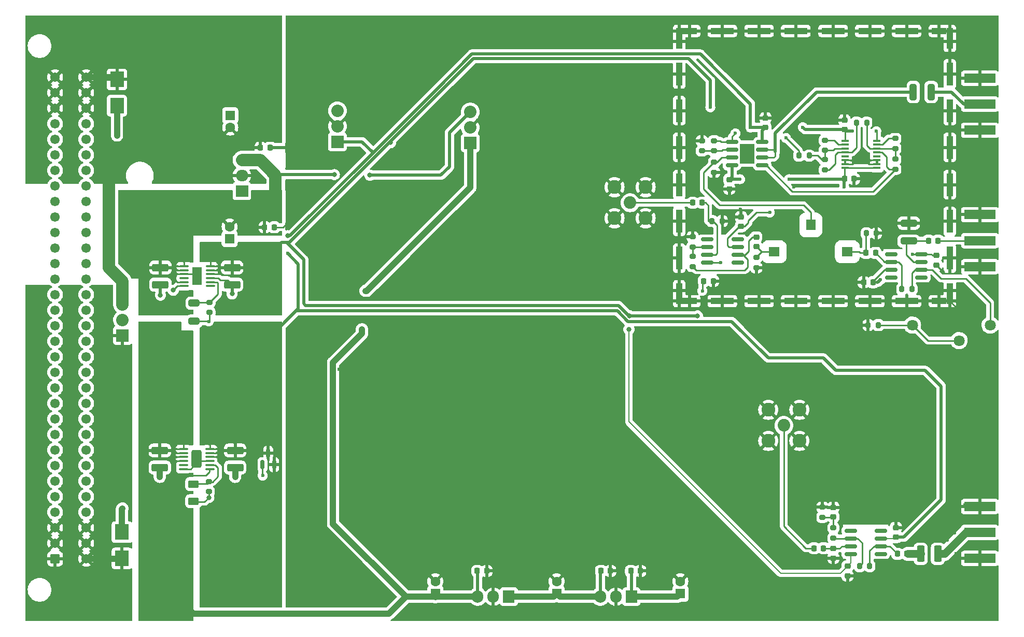
<source format=gbr>
G04 #@! TF.GenerationSoftware,KiCad,Pcbnew,(6.0.7)*
G04 #@! TF.CreationDate,2022-11-16T12:07:25+01:00*
G04 #@! TF.ProjectId,PDH_module,5044485f-6d6f-4647-956c-652e6b696361,1.1*
G04 #@! TF.SameCoordinates,Original*
G04 #@! TF.FileFunction,Copper,L1,Top*
G04 #@! TF.FilePolarity,Positive*
%FSLAX46Y46*%
G04 Gerber Fmt 4.6, Leading zero omitted, Abs format (unit mm)*
G04 Created by KiCad (PCBNEW (6.0.7)) date 2022-11-16 12:07:25*
%MOMM*%
%LPD*%
G01*
G04 APERTURE LIST*
G04 Aperture macros list*
%AMRoundRect*
0 Rectangle with rounded corners*
0 $1 Rounding radius*
0 $2 $3 $4 $5 $6 $7 $8 $9 X,Y pos of 4 corners*
0 Add a 4 corners polygon primitive as box body*
4,1,4,$2,$3,$4,$5,$6,$7,$8,$9,$2,$3,0*
0 Add four circle primitives for the rounded corners*
1,1,$1+$1,$2,$3*
1,1,$1+$1,$4,$5*
1,1,$1+$1,$6,$7*
1,1,$1+$1,$8,$9*
0 Add four rect primitives between the rounded corners*
20,1,$1+$1,$2,$3,$4,$5,0*
20,1,$1+$1,$4,$5,$6,$7,0*
20,1,$1+$1,$6,$7,$8,$9,0*
20,1,$1+$1,$8,$9,$2,$3,0*%
G04 Aperture macros list end*
G04 #@! TA.AperFunction,ComponentPad*
%ADD10C,2.050000*%
G04 #@! TD*
G04 #@! TA.AperFunction,ComponentPad*
%ADD11C,2.250000*%
G04 #@! TD*
G04 #@! TA.AperFunction,ComponentPad*
%ADD12RoundRect,0.249999X0.525001X-0.525001X0.525001X0.525001X-0.525001X0.525001X-0.525001X-0.525001X0*%
G04 #@! TD*
G04 #@! TA.AperFunction,ComponentPad*
%ADD13C,1.550000*%
G04 #@! TD*
G04 #@! TA.AperFunction,SMDPad,CuDef*
%ADD14RoundRect,0.250000X-1.075000X0.375000X-1.075000X-0.375000X1.075000X-0.375000X1.075000X0.375000X0*%
G04 #@! TD*
G04 #@! TA.AperFunction,SMDPad,CuDef*
%ADD15RoundRect,0.250000X-0.625000X0.375000X-0.625000X-0.375000X0.625000X-0.375000X0.625000X0.375000X0*%
G04 #@! TD*
G04 #@! TA.AperFunction,SMDPad,CuDef*
%ADD16RoundRect,0.225000X0.225000X0.250000X-0.225000X0.250000X-0.225000X-0.250000X0.225000X-0.250000X0*%
G04 #@! TD*
G04 #@! TA.AperFunction,SMDPad,CuDef*
%ADD17RoundRect,0.218750X0.256250X-0.218750X0.256250X0.218750X-0.256250X0.218750X-0.256250X-0.218750X0*%
G04 #@! TD*
G04 #@! TA.AperFunction,SMDPad,CuDef*
%ADD18RoundRect,0.218750X-0.256250X0.218750X-0.256250X-0.218750X0.256250X-0.218750X0.256250X0.218750X0*%
G04 #@! TD*
G04 #@! TA.AperFunction,ComponentPad*
%ADD19R,1.600000X1.600000*%
G04 #@! TD*
G04 #@! TA.AperFunction,ComponentPad*
%ADD20C,1.600000*%
G04 #@! TD*
G04 #@! TA.AperFunction,SMDPad,CuDef*
%ADD21RoundRect,0.218750X-0.218750X-0.256250X0.218750X-0.256250X0.218750X0.256250X-0.218750X0.256250X0*%
G04 #@! TD*
G04 #@! TA.AperFunction,SMDPad,CuDef*
%ADD22RoundRect,0.200000X-0.275000X0.200000X-0.275000X-0.200000X0.275000X-0.200000X0.275000X0.200000X0*%
G04 #@! TD*
G04 #@! TA.AperFunction,SMDPad,CuDef*
%ADD23RoundRect,0.250000X0.375000X1.075000X-0.375000X1.075000X-0.375000X-1.075000X0.375000X-1.075000X0*%
G04 #@! TD*
G04 #@! TA.AperFunction,ComponentPad*
%ADD24R,1.905000X2.000000*%
G04 #@! TD*
G04 #@! TA.AperFunction,ComponentPad*
%ADD25O,1.905000X2.000000*%
G04 #@! TD*
G04 #@! TA.AperFunction,SMDPad,CuDef*
%ADD26RoundRect,0.100000X-0.625000X-0.100000X0.625000X-0.100000X0.625000X0.100000X-0.625000X0.100000X0*%
G04 #@! TD*
G04 #@! TA.AperFunction,SMDPad,CuDef*
%ADD27RoundRect,0.249999X-0.575001X-1.175001X0.575001X-1.175001X0.575001X1.175001X-0.575001X1.175001X0*%
G04 #@! TD*
G04 #@! TA.AperFunction,SMDPad,CuDef*
%ADD28RoundRect,0.225000X-0.225000X-0.250000X0.225000X-0.250000X0.225000X0.250000X-0.225000X0.250000X0*%
G04 #@! TD*
G04 #@! TA.AperFunction,SMDPad,CuDef*
%ADD29RoundRect,0.225000X-0.250000X0.225000X-0.250000X-0.225000X0.250000X-0.225000X0.250000X0.225000X0*%
G04 #@! TD*
G04 #@! TA.AperFunction,SMDPad,CuDef*
%ADD30RoundRect,0.225000X0.250000X-0.225000X0.250000X0.225000X-0.250000X0.225000X-0.250000X-0.225000X0*%
G04 #@! TD*
G04 #@! TA.AperFunction,SMDPad,CuDef*
%ADD31R,2.300000X2.500000*%
G04 #@! TD*
G04 #@! TA.AperFunction,SMDPad,CuDef*
%ADD32R,5.080000X1.500000*%
G04 #@! TD*
G04 #@! TA.AperFunction,SMDPad,CuDef*
%ADD33R,1.000000X3.800000*%
G04 #@! TD*
G04 #@! TA.AperFunction,SMDPad,CuDef*
%ADD34R,3.800000X1.000000*%
G04 #@! TD*
G04 #@! TA.AperFunction,SMDPad,CuDef*
%ADD35R,1.000000X1.000000*%
G04 #@! TD*
G04 #@! TA.AperFunction,SMDPad,CuDef*
%ADD36R,2.440000X1.000000*%
G04 #@! TD*
G04 #@! TA.AperFunction,SMDPad,CuDef*
%ADD37R,1.000000X2.440000*%
G04 #@! TD*
G04 #@! TA.AperFunction,SMDPad,CuDef*
%ADD38RoundRect,0.250000X-1.075000X0.312500X-1.075000X-0.312500X1.075000X-0.312500X1.075000X0.312500X0*%
G04 #@! TD*
G04 #@! TA.AperFunction,SMDPad,CuDef*
%ADD39RoundRect,0.200000X0.275000X-0.200000X0.275000X0.200000X-0.275000X0.200000X-0.275000X-0.200000X0*%
G04 #@! TD*
G04 #@! TA.AperFunction,SMDPad,CuDef*
%ADD40RoundRect,0.200000X-0.200000X-0.275000X0.200000X-0.275000X0.200000X0.275000X-0.200000X0.275000X0*%
G04 #@! TD*
G04 #@! TA.AperFunction,SMDPad,CuDef*
%ADD41RoundRect,0.250000X0.312500X1.075000X-0.312500X1.075000X-0.312500X-1.075000X0.312500X-1.075000X0*%
G04 #@! TD*
G04 #@! TA.AperFunction,SMDPad,CuDef*
%ADD42RoundRect,0.200000X0.200000X0.275000X-0.200000X0.275000X-0.200000X-0.275000X0.200000X-0.275000X0*%
G04 #@! TD*
G04 #@! TA.AperFunction,ComponentPad*
%ADD43C,1.800000*%
G04 #@! TD*
G04 #@! TA.AperFunction,SMDPad,CuDef*
%ADD44RoundRect,0.150000X-0.825000X-0.150000X0.825000X-0.150000X0.825000X0.150000X-0.825000X0.150000X0*%
G04 #@! TD*
G04 #@! TA.AperFunction,SMDPad,CuDef*
%ADD45R,2.410000X3.300000*%
G04 #@! TD*
G04 #@! TA.AperFunction,SMDPad,CuDef*
%ADD46RoundRect,0.150000X0.825000X0.150000X-0.825000X0.150000X-0.825000X-0.150000X0.825000X-0.150000X0*%
G04 #@! TD*
G04 #@! TA.AperFunction,SMDPad,CuDef*
%ADD47R,1.200000X0.400000*%
G04 #@! TD*
G04 #@! TA.AperFunction,ComponentPad*
%ADD48R,2.032000X2.032000*%
G04 #@! TD*
G04 #@! TA.AperFunction,ComponentPad*
%ADD49C,2.032000*%
G04 #@! TD*
G04 #@! TA.AperFunction,SMDPad,CuDef*
%ADD50RoundRect,0.250000X-0.650000X0.325000X-0.650000X-0.325000X0.650000X-0.325000X0.650000X0.325000X0*%
G04 #@! TD*
G04 #@! TA.AperFunction,SMDPad,CuDef*
%ADD51R,1.650000X2.850000*%
G04 #@! TD*
G04 #@! TA.AperFunction,SMDPad,CuDef*
%ADD52R,1.778000X1.524000*%
G04 #@! TD*
G04 #@! TA.AperFunction,SMDPad,CuDef*
%ADD53R,1.524000X1.778000*%
G04 #@! TD*
G04 #@! TA.AperFunction,SMDPad,CuDef*
%ADD54R,7.620000X4.470400*%
G04 #@! TD*
G04 #@! TA.AperFunction,ComponentPad*
%ADD55C,1.016000*%
G04 #@! TD*
G04 #@! TA.AperFunction,SMDPad,CuDef*
%ADD56R,5.207000X3.683000*%
G04 #@! TD*
G04 #@! TA.AperFunction,SMDPad,CuDef*
%ADD57R,14.224000X3.683000*%
G04 #@! TD*
G04 #@! TA.AperFunction,ComponentPad*
%ADD58R,2.000000X1.905000*%
G04 #@! TD*
G04 #@! TA.AperFunction,ComponentPad*
%ADD59O,2.000000X1.905000*%
G04 #@! TD*
G04 #@! TA.AperFunction,SMDPad,CuDef*
%ADD60RoundRect,0.150000X0.150000X-0.587500X0.150000X0.587500X-0.150000X0.587500X-0.150000X-0.587500X0*%
G04 #@! TD*
G04 #@! TA.AperFunction,ViaPad*
%ADD61C,0.600000*%
G04 #@! TD*
G04 #@! TA.AperFunction,ViaPad*
%ADD62C,0.800000*%
G04 #@! TD*
G04 #@! TA.AperFunction,Conductor*
%ADD63C,1.300000*%
G04 #@! TD*
G04 #@! TA.AperFunction,Conductor*
%ADD64C,0.500000*%
G04 #@! TD*
G04 #@! TA.AperFunction,Conductor*
%ADD65C,1.000000*%
G04 #@! TD*
G04 #@! TA.AperFunction,Conductor*
%ADD66C,0.250000*%
G04 #@! TD*
G04 #@! TA.AperFunction,Conductor*
%ADD67C,2.000000*%
G04 #@! TD*
G04 #@! TA.AperFunction,Conductor*
%ADD68C,0.200000*%
G04 #@! TD*
G04 APERTURE END LIST*
D10*
X204400000Y-112500000D03*
D11*
X206940000Y-109960000D03*
X201860000Y-115040000D03*
X206940000Y-115040000D03*
X201860000Y-109960000D03*
D10*
X179300000Y-76100000D03*
D11*
X181840000Y-73560000D03*
X176760000Y-78640000D03*
X181840000Y-78640000D03*
X176760000Y-73560000D03*
D12*
X85400000Y-134300000D03*
D13*
X85400000Y-131760000D03*
X85400000Y-129220000D03*
X85400000Y-126680000D03*
X85400000Y-124140000D03*
X85400000Y-121600000D03*
X85400000Y-119060000D03*
X85400000Y-116520000D03*
X85400000Y-113980000D03*
X85400000Y-111440000D03*
X85400000Y-108900000D03*
X85400000Y-106360000D03*
X85400000Y-103820000D03*
X85400000Y-101280000D03*
X85400000Y-98740000D03*
X85400000Y-96200000D03*
X85400000Y-93660000D03*
X85400000Y-91120000D03*
X85400000Y-88580000D03*
X85400000Y-86040000D03*
X85400000Y-83500000D03*
X85400000Y-80960000D03*
X85400000Y-78420000D03*
X85400000Y-75880000D03*
X85400000Y-73340000D03*
X85400000Y-70800000D03*
X85400000Y-68260000D03*
X85400000Y-65720000D03*
X85400000Y-63180000D03*
X85400000Y-60640000D03*
X85400000Y-58100000D03*
X85400000Y-55560000D03*
X90480000Y-134300000D03*
X90480000Y-131760000D03*
X90480000Y-129220000D03*
X90480000Y-126680000D03*
X90480000Y-124140000D03*
X90480000Y-121600000D03*
X90480000Y-119060000D03*
X90480000Y-116520000D03*
X90480000Y-113980000D03*
X90480000Y-111440000D03*
X90480000Y-108900000D03*
X90480000Y-106360000D03*
X90480000Y-103820000D03*
X90480000Y-101280000D03*
X90480000Y-98740000D03*
X90480000Y-96200000D03*
X90480000Y-93660000D03*
X90480000Y-91120000D03*
X90480000Y-88580000D03*
X90480000Y-86040000D03*
X90480000Y-83500000D03*
X90480000Y-80960000D03*
X90480000Y-78420000D03*
X90480000Y-75880000D03*
X90480000Y-73340000D03*
X90480000Y-70800000D03*
X90480000Y-68260000D03*
X90480000Y-65720000D03*
X90480000Y-63180000D03*
X90480000Y-60640000D03*
X90480000Y-58100000D03*
X90480000Y-55560000D03*
D14*
X102500000Y-116600000D03*
X102500000Y-119400000D03*
D15*
X108000000Y-122100000D03*
X108000000Y-124900000D03*
D14*
X114300000Y-86700000D03*
X114300000Y-89500000D03*
X114800000Y-116600000D03*
X114800000Y-119400000D03*
D16*
X210875000Y-132587500D03*
X209325000Y-132587500D03*
D17*
X214800000Y-137087500D03*
X214800000Y-135512500D03*
D18*
X222700000Y-129212500D03*
X222700000Y-130787500D03*
D19*
X187500000Y-140000000D03*
D20*
X187500000Y-138000000D03*
D21*
X179412500Y-136300000D03*
X180987500Y-136300000D03*
D19*
X167300000Y-140000000D03*
D20*
X167300000Y-138000000D03*
D21*
X174512500Y-136300000D03*
X176087500Y-136300000D03*
D19*
X147500000Y-140000000D03*
D20*
X147500000Y-138000000D03*
D21*
X154312500Y-136300000D03*
X155887500Y-136300000D03*
X118925000Y-67100000D03*
X120500000Y-67100000D03*
D19*
X113900000Y-82000000D03*
D20*
X113900000Y-80000000D03*
D21*
X119612500Y-80100000D03*
X121187500Y-80100000D03*
D22*
X110500000Y-121675000D03*
X110500000Y-123325000D03*
D18*
X212500000Y-132612500D03*
X212500000Y-134187500D03*
D23*
X229550000Y-133500000D03*
X226750000Y-133500000D03*
D24*
X179500000Y-140500000D03*
D25*
X176960000Y-140500000D03*
X174420000Y-140500000D03*
D24*
X159500000Y-140500000D03*
D25*
X156960000Y-140500000D03*
X154420000Y-140500000D03*
D26*
X106350000Y-116375000D03*
X106350000Y-117025000D03*
X106350000Y-117675000D03*
X106350000Y-118325000D03*
X106350000Y-118975000D03*
X106350000Y-119625000D03*
X110650000Y-119625000D03*
X110650000Y-118975000D03*
X110650000Y-118325000D03*
X110650000Y-117675000D03*
X110650000Y-117025000D03*
X110650000Y-116375000D03*
D27*
X108500000Y-118000000D03*
D14*
X102600000Y-86700000D03*
X102600000Y-89500000D03*
D28*
X228025000Y-82300000D03*
X229575000Y-82300000D03*
D29*
X229300000Y-84725000D03*
X229300000Y-86275000D03*
D16*
X218975000Y-89100000D03*
X217425000Y-89100000D03*
D29*
X214300000Y-62600000D03*
X214300000Y-64150000D03*
D28*
X189525000Y-76100000D03*
X191075000Y-76100000D03*
X214325000Y-72200000D03*
X215875000Y-72200000D03*
D29*
X195500000Y-72300000D03*
X195500000Y-73850000D03*
D30*
X201400000Y-63800000D03*
X201400000Y-62250000D03*
D31*
X95500000Y-55950000D03*
X95500000Y-60250000D03*
X96300000Y-134250000D03*
X96300000Y-129950000D03*
D32*
X236400000Y-82300000D03*
X236400000Y-78050000D03*
X236400000Y-86550000D03*
D33*
X231490000Y-55050000D03*
D34*
X218450000Y-48010000D03*
D33*
X231490000Y-73150000D03*
X187310000Y-67050000D03*
D34*
X212450000Y-92190000D03*
X224450000Y-48010000D03*
X212450000Y-48010000D03*
D35*
X187310000Y-48010000D03*
D34*
X224450000Y-92190000D03*
D35*
X187310000Y-92190000D03*
D33*
X187310000Y-73150000D03*
D36*
X229770000Y-48010000D03*
D34*
X206350000Y-48010000D03*
D37*
X231490000Y-49730000D03*
D33*
X187310000Y-79150000D03*
X231490000Y-85150000D03*
D35*
X231490000Y-92190000D03*
D37*
X231490000Y-90470000D03*
D33*
X187310000Y-55050000D03*
D35*
X231490000Y-48010000D03*
D34*
X194350000Y-92190000D03*
D33*
X187310000Y-61050000D03*
D37*
X187310000Y-49730000D03*
D34*
X218450000Y-92190000D03*
D33*
X231490000Y-79150000D03*
D34*
X200350000Y-92190000D03*
D36*
X189030000Y-92190000D03*
D33*
X231490000Y-61050000D03*
X231490000Y-67050000D03*
D34*
X194350000Y-48010000D03*
X200350000Y-48010000D03*
D36*
X229770000Y-92190000D03*
X189030000Y-48010000D03*
D33*
X187310000Y-85150000D03*
D34*
X206350000Y-92190000D03*
D37*
X187310000Y-90470000D03*
D22*
X191000000Y-65975000D03*
X191000000Y-67625000D03*
D38*
X224800000Y-79437500D03*
X224800000Y-82362500D03*
D39*
X193000000Y-67625000D03*
X193000000Y-65975000D03*
D40*
X218175000Y-96100000D03*
X219825000Y-96100000D03*
X223675000Y-90200000D03*
X225325000Y-90200000D03*
D39*
X193000000Y-71125000D03*
X193000000Y-69475000D03*
D41*
X228462500Y-58000000D03*
X225537500Y-58000000D03*
D42*
X208525000Y-68400000D03*
X206875000Y-68400000D03*
D40*
X216275000Y-63000000D03*
X217925000Y-63000000D03*
D22*
X211100000Y-69075000D03*
X211100000Y-70725000D03*
X222600000Y-68975000D03*
X222600000Y-70625000D03*
X211100000Y-65900000D03*
X211100000Y-67550000D03*
D39*
X222600000Y-67250000D03*
X222600000Y-65600000D03*
D43*
X225400000Y-96100000D03*
X233020000Y-98640000D03*
X238100000Y-96100000D03*
D44*
X195925000Y-66195000D03*
X195925000Y-67465000D03*
X195925000Y-68735000D03*
X195925000Y-70005000D03*
X200875000Y-70005000D03*
X200875000Y-68735000D03*
X200875000Y-67465000D03*
X200875000Y-66195000D03*
D45*
X198400000Y-68100000D03*
D46*
X226875000Y-88305000D03*
X226875000Y-87035000D03*
X226875000Y-85765000D03*
X226875000Y-84495000D03*
X221925000Y-84495000D03*
X221925000Y-85765000D03*
X221925000Y-87035000D03*
X221925000Y-88305000D03*
D47*
X214400000Y-65977500D03*
X214400000Y-66612500D03*
X214400000Y-67247500D03*
X214400000Y-67882500D03*
X214400000Y-68517500D03*
X214400000Y-69152500D03*
X214400000Y-69787500D03*
X214400000Y-70422500D03*
X219600000Y-70422500D03*
X219600000Y-69787500D03*
X219600000Y-69152500D03*
X219600000Y-68517500D03*
X219600000Y-67882500D03*
X219600000Y-67247500D03*
X219600000Y-66612500D03*
X219600000Y-65977500D03*
D32*
X236400000Y-60000000D03*
X236400000Y-55750000D03*
X236400000Y-64250000D03*
X236400000Y-130000000D03*
X236400000Y-125750000D03*
X236400000Y-134250000D03*
D48*
X131500000Y-66140000D03*
D49*
X131500000Y-63600000D03*
X131500000Y-61060000D03*
D48*
X96400000Y-97800000D03*
D49*
X96400000Y-95260000D03*
X96400000Y-92720000D03*
D50*
X108100000Y-92525000D03*
X108100000Y-95475000D03*
D30*
X197400000Y-79975000D03*
X197400000Y-78425000D03*
D28*
X191325000Y-88900000D03*
X192875000Y-88900000D03*
D22*
X110600000Y-92375000D03*
X110600000Y-94025000D03*
D39*
X212500000Y-130912500D03*
X212500000Y-129262500D03*
D42*
X218425000Y-135500000D03*
X216775000Y-135500000D03*
D39*
X189500000Y-86525000D03*
X189500000Y-84875000D03*
D22*
X189500000Y-81675000D03*
X189500000Y-83325000D03*
D26*
X106450000Y-86475000D03*
X106450000Y-87125000D03*
X106450000Y-87775000D03*
X106450000Y-88425000D03*
X106450000Y-89075000D03*
X106450000Y-89725000D03*
X110750000Y-89725000D03*
X110750000Y-89075000D03*
X110750000Y-88425000D03*
X110750000Y-87775000D03*
X110750000Y-87125000D03*
X110750000Y-86475000D03*
D51*
X108600000Y-88100000D03*
D44*
X215300000Y-129700000D03*
X215300000Y-130970000D03*
X215300000Y-132240000D03*
X215300000Y-133510000D03*
X220250000Y-133510000D03*
X220250000Y-132240000D03*
X220250000Y-130970000D03*
X220250000Y-129700000D03*
X191925000Y-82095000D03*
X191925000Y-83365000D03*
X191925000Y-84635000D03*
X191925000Y-85905000D03*
X196875000Y-85905000D03*
X196875000Y-84635000D03*
X196875000Y-83365000D03*
X196875000Y-82095000D03*
D52*
X202831000Y-84112000D03*
X214769000Y-84112000D03*
D53*
X208800000Y-79730500D03*
D54*
X208800000Y-84112000D03*
D55*
X208165000Y-82842000D03*
X213880000Y-89192000D03*
X205625000Y-79032000D03*
X209435000Y-82842000D03*
X207530000Y-89192000D03*
X202196000Y-86652000D03*
D56*
X213308500Y-80365500D03*
D57*
X208800000Y-87858500D03*
D55*
X215404000Y-81572000D03*
X205625000Y-83477000D03*
X205625000Y-84747000D03*
X202196000Y-87922000D03*
X211975000Y-83477000D03*
X202196000Y-80302000D03*
X211975000Y-84747000D03*
X202196000Y-81572000D03*
X203085000Y-79032000D03*
X205625000Y-89192000D03*
X215404000Y-86652000D03*
X215404000Y-80302000D03*
X211975000Y-79032000D03*
X203720000Y-89192000D03*
D56*
X204291500Y-80365500D03*
D55*
X211975000Y-89192000D03*
X208165000Y-86652000D03*
X215404000Y-87922000D03*
X209435000Y-86652000D03*
X214515000Y-79032000D03*
X210070000Y-89192000D03*
D53*
X208800000Y-88493500D03*
X213245000Y-79730500D03*
X204355000Y-79730500D03*
D58*
X115900000Y-74200000D03*
D59*
X115900000Y-71660000D03*
X115900000Y-69120000D03*
D42*
X194325000Y-79100000D03*
X192675000Y-79100000D03*
D48*
X153200000Y-66340000D03*
D49*
X153200000Y-63800000D03*
X153200000Y-61260000D03*
D19*
X114000000Y-61800000D03*
D20*
X114000000Y-63800000D03*
D42*
X219525000Y-81100000D03*
X217875000Y-81100000D03*
D16*
X224475000Y-133500000D03*
X222925000Y-133500000D03*
D30*
X212500000Y-127462500D03*
X212500000Y-125912500D03*
D28*
X217825000Y-84300000D03*
X219375000Y-84300000D03*
D60*
X119250000Y-118937500D03*
X121150000Y-118937500D03*
X120200000Y-117062500D03*
D39*
X210700000Y-127525000D03*
X210700000Y-125875000D03*
D30*
X199900000Y-83275000D03*
X199900000Y-81725000D03*
D39*
X199900000Y-86725000D03*
X199900000Y-85075000D03*
D61*
X108500000Y-118000000D03*
X108500000Y-117000000D03*
D62*
X214700000Y-94900000D03*
X214700000Y-95900000D03*
X214700000Y-96900000D03*
X214700000Y-97900000D03*
X214700000Y-98900000D03*
X214700000Y-99900000D03*
X214700000Y-100900000D03*
X215700000Y-100900000D03*
X216700000Y-100900000D03*
X217700000Y-100900000D03*
X218700000Y-100900000D03*
X219700000Y-100900000D03*
X220700000Y-100900000D03*
X221700000Y-100900000D03*
X222700000Y-100900000D03*
X223700000Y-100900000D03*
X224700000Y-100900000D03*
X225700000Y-100900000D03*
X226700000Y-100900000D03*
X227700000Y-100900000D03*
X228700000Y-100900000D03*
X229700000Y-100900000D03*
X230700000Y-100900000D03*
X231700000Y-100900000D03*
X232700000Y-100900000D03*
X233700000Y-100900000D03*
X234700000Y-100900000D03*
X235700000Y-100900000D03*
X236700000Y-100900000D03*
X237700000Y-100900000D03*
X238700000Y-100900000D03*
D61*
X237000000Y-57500000D03*
D62*
X177500000Y-136300000D03*
D61*
X233500000Y-49500000D03*
D62*
X125900000Y-129900000D03*
D61*
X233500000Y-136500000D03*
X185500000Y-85000000D03*
X193000000Y-72500000D03*
X132000000Y-96000000D03*
X217000000Y-67750000D03*
X206300000Y-93800000D03*
D62*
X127200000Y-121700000D03*
X209100000Y-70300000D03*
D61*
X237500000Y-136500000D03*
X194200000Y-88900000D03*
X188500000Y-46000000D03*
X233000000Y-61000000D03*
X233100000Y-79200000D03*
D62*
X123200000Y-67100000D03*
X212500000Y-135500000D03*
D61*
X238600000Y-88800000D03*
X185500000Y-61000000D03*
X233200000Y-76800000D03*
D62*
X210700000Y-124600000D03*
D61*
X224500000Y-46000000D03*
X234500000Y-132500000D03*
X185500000Y-50000000D03*
X233100000Y-85100000D03*
D62*
X114300000Y-91000000D03*
D61*
X238300000Y-75600000D03*
X232500000Y-133500000D03*
X95500000Y-61900000D03*
D62*
X204400000Y-70000000D03*
D61*
X201250000Y-60750000D03*
X197300000Y-77200000D03*
D62*
X102500000Y-120900000D03*
D61*
X110500000Y-95500000D03*
X212500000Y-73250000D03*
X212600000Y-93900000D03*
D62*
X127200000Y-117100000D03*
D61*
X238400000Y-80100000D03*
X236000000Y-127500000D03*
X231100000Y-131300000D03*
X233000000Y-64500000D03*
X224400000Y-93800000D03*
X201100000Y-93900000D03*
X195500000Y-75500000D03*
D62*
X214700000Y-93900000D03*
D61*
X236100000Y-88800000D03*
X233000000Y-55000000D03*
X234500000Y-136500000D03*
X236000000Y-123500000D03*
X131800000Y-103300000D03*
X230400000Y-87400000D03*
X237500000Y-132500000D03*
X237000000Y-53000000D03*
X185500000Y-47500000D03*
X218500000Y-46000000D03*
X96300000Y-128400000D03*
X206500000Y-46000000D03*
X232300000Y-130100000D03*
X185500000Y-67000000D03*
X194300000Y-90600000D03*
X190900000Y-64300000D03*
X96300000Y-127300000D03*
X95500000Y-63500000D03*
D62*
X204500000Y-67600000D03*
X222800000Y-127900000D03*
D61*
X233500000Y-46000000D03*
X138000000Y-96000000D03*
D62*
X104700000Y-90400000D03*
D61*
X236100000Y-84400000D03*
X218500000Y-93600000D03*
D62*
X110500000Y-124300000D03*
X132000000Y-84000000D03*
X126500000Y-84000000D03*
D61*
X233000000Y-73000000D03*
X216700000Y-96100000D03*
D62*
X129600000Y-130000000D03*
D61*
X236000000Y-80200000D03*
X237000000Y-62000000D03*
X200500000Y-46000000D03*
X220600000Y-81100000D03*
X185400000Y-90400000D03*
X95500000Y-65100000D03*
D62*
X102600000Y-91200000D03*
D61*
X218000000Y-69499990D03*
D62*
X125700000Y-138700000D03*
D61*
X185300000Y-92200000D03*
X234000000Y-123500000D03*
X232700000Y-93400000D03*
X231000000Y-134900000D03*
X234000000Y-127500000D03*
X214300000Y-61200000D03*
X238600000Y-84400000D03*
D62*
X127100000Y-113100000D03*
D61*
X212500000Y-46000000D03*
X230000000Y-46000000D03*
D62*
X214800000Y-138500000D03*
X135200000Y-138700000D03*
D61*
X185500000Y-73000000D03*
X224800000Y-77500000D03*
X239000000Y-132500000D03*
X236000000Y-132500000D03*
X123600000Y-79100000D03*
X234000000Y-125500000D03*
X194500000Y-46000000D03*
D62*
X114800000Y-120900000D03*
D61*
X206000000Y-73500000D03*
X119300000Y-120700000D03*
X233100000Y-90400000D03*
X185500000Y-79000000D03*
X216000000Y-69400000D03*
X236000000Y-136500000D03*
X237500000Y-123500000D03*
X218000000Y-72250000D03*
X237500000Y-127500000D03*
X233000000Y-67000000D03*
D62*
X182400000Y-136300000D03*
D61*
X217400000Y-87800000D03*
X229800000Y-93800000D03*
X196200000Y-79100000D03*
X185500000Y-55000000D03*
X237000000Y-67000000D03*
D62*
X157300000Y-136300000D03*
D61*
X235500000Y-75700000D03*
X96400000Y-126100000D03*
X239000000Y-136500000D03*
X108500000Y-119000000D03*
D62*
X212600000Y-124500000D03*
D61*
X204750000Y-65500000D03*
X196500000Y-64750000D03*
X214250000Y-73500000D03*
D62*
X179100000Y-96800000D03*
X190300000Y-94600000D03*
D61*
X197250000Y-72250000D03*
X192400000Y-60500000D03*
D62*
X179175698Y-94574322D03*
D61*
X191100000Y-90500000D03*
D62*
X140175688Y-66275688D03*
D61*
X205250000Y-72250000D03*
X225400000Y-84500000D03*
X194100000Y-85900000D03*
X108600000Y-87200000D03*
D62*
X131000000Y-71500000D03*
X136800000Y-71600000D03*
D61*
X108600000Y-88100000D03*
D62*
X136100000Y-90500000D03*
X135500000Y-96800000D03*
D61*
X207500000Y-63750000D03*
X198950000Y-63800000D03*
D62*
X123400000Y-81500000D03*
D61*
X215600000Y-64400000D03*
X202100000Y-77700000D03*
X123399992Y-84400000D03*
X220192600Y-88684100D03*
X219500000Y-64400000D03*
D63*
X230626346Y-133500000D02*
X229550000Y-133500000D01*
X233250000Y-130876346D02*
X230626346Y-133500000D01*
X234100000Y-130000000D02*
X233250000Y-130850000D01*
X237400000Y-130000000D02*
X234100000Y-130000000D01*
X233250000Y-130850000D02*
X233250000Y-130876346D01*
D64*
X231800000Y-58000000D02*
X228462500Y-58000000D01*
X233800000Y-60000000D02*
X231800000Y-58000000D01*
X237300000Y-60000000D02*
X233800000Y-60000000D01*
D65*
X96300000Y-127300000D02*
X96300000Y-126200000D01*
X96300000Y-128400000D02*
X96300000Y-127300000D01*
X95500000Y-61900000D02*
X95500000Y-63500000D01*
X95500000Y-63500000D02*
X95500000Y-65100000D01*
D66*
X218450000Y-93550000D02*
X218500000Y-93600000D01*
D65*
X96300000Y-129950000D02*
X96300000Y-128400000D01*
D66*
X229770000Y-93770000D02*
X229800000Y-93800000D01*
X212500000Y-124600000D02*
X212600000Y-124500000D01*
X219600000Y-69787500D02*
X218287510Y-69787500D01*
X121187500Y-80100000D02*
X122600000Y-80100000D01*
X185470000Y-90470000D02*
X185400000Y-90400000D01*
X110475000Y-95475000D02*
X110500000Y-95500000D01*
X110605000Y-118325000D02*
X108943750Y-118325000D01*
X194325000Y-79100000D02*
X196200000Y-79100000D01*
X108943750Y-118325000D02*
X108912500Y-118356250D01*
X110600000Y-93975000D02*
X110600000Y-95400000D01*
X212500000Y-134187500D02*
X212500000Y-135500000D01*
X233050000Y-79150000D02*
X233100000Y-79200000D01*
X119237500Y-120637500D02*
X119300000Y-120700000D01*
X215612500Y-69787500D02*
X216000000Y-69400000D01*
X217400000Y-89075000D02*
X217425000Y-89100000D01*
X107531250Y-119625000D02*
X108087500Y-119068750D01*
X197400000Y-78425000D02*
X197400000Y-77300000D01*
X108100000Y-95475000D02*
X110475000Y-95475000D01*
X201400000Y-60900000D02*
X201250000Y-60750000D01*
X187310000Y-67050000D02*
X185550000Y-67050000D01*
X224450000Y-93750000D02*
X224400000Y-93800000D01*
X106450000Y-89725000D02*
X105375000Y-89725000D01*
X185550000Y-67050000D02*
X185500000Y-67000000D01*
X187310000Y-48010000D02*
X186010000Y-48010000D01*
D65*
X95500000Y-60250000D02*
X95500000Y-61900000D01*
D66*
X106395000Y-119625000D02*
X107531250Y-119625000D01*
X200350000Y-93150000D02*
X201100000Y-93900000D01*
X231490000Y-92190000D02*
X232700000Y-93400000D01*
X212450000Y-92190000D02*
X212450000Y-93750000D01*
X108087500Y-119068750D02*
X108331250Y-119068750D01*
X112075000Y-88425000D02*
X112400000Y-88750000D01*
X231490000Y-79150000D02*
X233050000Y-79150000D01*
X229770000Y-48010000D02*
X231490000Y-48010000D01*
X231490000Y-90470000D02*
X233030000Y-90470000D01*
D64*
X120587500Y-67100000D02*
X123200000Y-67100000D01*
D66*
X113550000Y-88750000D02*
X114300000Y-89500000D01*
X110750000Y-88425000D02*
X112075000Y-88425000D01*
X214300000Y-62600000D02*
X214300000Y-61200000D01*
D64*
X114300000Y-89500000D02*
X114300000Y-91000000D01*
D66*
X105375000Y-89725000D02*
X104700000Y-90400000D01*
D64*
X180950000Y-136300000D02*
X182400000Y-136300000D01*
X176050000Y-136300000D02*
X177500000Y-136300000D01*
D66*
X212500000Y-125912500D02*
X212500000Y-124600000D01*
X193000000Y-71125000D02*
X193000000Y-72500000D01*
X191000000Y-64400000D02*
X190900000Y-64300000D01*
X233030000Y-90470000D02*
X233100000Y-90400000D01*
X229770000Y-92190000D02*
X229770000Y-93770000D01*
X122600000Y-80100000D02*
X123600000Y-79100000D01*
X112400000Y-88750000D02*
X113550000Y-88750000D01*
X192875000Y-88900000D02*
X194200000Y-88900000D01*
X233050000Y-85150000D02*
X233100000Y-85100000D01*
X224800000Y-77500000D02*
X224800000Y-80575000D01*
D64*
X215875000Y-72200000D02*
X217950000Y-72200000D01*
D66*
X214400000Y-69787500D02*
X215612500Y-69787500D01*
X217400000Y-87800000D02*
X217400000Y-89075000D01*
D64*
X217950000Y-72200000D02*
X218000000Y-72250000D01*
D66*
X194350000Y-90650000D02*
X194300000Y-90600000D01*
X215752500Y-69152500D02*
X216000000Y-69400000D01*
X218287510Y-69787500D02*
X218000000Y-69499990D01*
X222700000Y-128000000D02*
X222800000Y-127900000D01*
X210700000Y-125875000D02*
X210700000Y-124600000D01*
X218450000Y-92190000D02*
X218450000Y-93550000D01*
X206350000Y-93750000D02*
X206300000Y-93800000D01*
X212450000Y-93750000D02*
X212600000Y-93900000D01*
D64*
X155850000Y-136300000D02*
X157300000Y-136300000D01*
D66*
X229300000Y-86275000D02*
X229300000Y-86300000D01*
X214400000Y-69152500D02*
X215752500Y-69152500D01*
X218175000Y-96100000D02*
X216700000Y-96100000D01*
X218347490Y-69152500D02*
X218000000Y-69499990D01*
X197400000Y-77300000D02*
X197300000Y-77200000D01*
X219525000Y-81100000D02*
X220600000Y-81100000D01*
X108000000Y-125000000D02*
X109800000Y-125000000D01*
X194350000Y-92190000D02*
X194350000Y-90650000D01*
X189030000Y-92190000D02*
X185310000Y-92190000D01*
X214800000Y-137087500D02*
X214800000Y-138500000D01*
X187310000Y-46290000D02*
X187600000Y-46000000D01*
X186010000Y-48010000D02*
X185500000Y-47500000D01*
X109800000Y-125000000D02*
X110500000Y-124300000D01*
X187310000Y-90470000D02*
X185470000Y-90470000D01*
D65*
X102500000Y-119500000D02*
X102500000Y-120900000D01*
D66*
X187600000Y-46000000D02*
X188500000Y-46000000D01*
X231490000Y-85150000D02*
X233050000Y-85150000D01*
X201400000Y-62250000D02*
X201400000Y-60900000D01*
X189030000Y-48010000D02*
X187310000Y-48010000D01*
X222700000Y-129212500D02*
X222700000Y-128000000D01*
D65*
X96300000Y-126200000D02*
X96400000Y-126100000D01*
D66*
X119237500Y-119050000D02*
X119237500Y-120637500D01*
X195500000Y-73850000D02*
X195500000Y-75500000D01*
X187310000Y-48010000D02*
X187310000Y-46290000D01*
X110500000Y-123250000D02*
X110500000Y-124300000D01*
X200350000Y-92190000D02*
X200350000Y-93150000D01*
D64*
X102600000Y-89500000D02*
X102600000Y-91200000D01*
D66*
X206350000Y-92190000D02*
X206350000Y-93750000D01*
X224450000Y-92190000D02*
X224450000Y-93750000D01*
D65*
X114800000Y-119500000D02*
X114800000Y-120900000D01*
D66*
X185310000Y-92190000D02*
X185300000Y-92200000D01*
X229300000Y-86300000D02*
X230400000Y-87400000D01*
X108331250Y-119068750D02*
X108500000Y-118900000D01*
X191000000Y-65975000D02*
X191000000Y-64400000D01*
X219600000Y-69152500D02*
X218347490Y-69152500D01*
X110600000Y-95400000D02*
X110500000Y-95500000D01*
X112000000Y-119400000D02*
X111575000Y-118975000D01*
X111125000Y-121750000D02*
X112000000Y-120875000D01*
X110250000Y-122000000D02*
X110500000Y-121750000D01*
X110500000Y-121750000D02*
X111125000Y-121750000D01*
X111575000Y-118975000D02*
X110605000Y-118975000D01*
X108000000Y-122000000D02*
X110250000Y-122000000D01*
X112000000Y-120875000D02*
X112000000Y-119400000D01*
X210700000Y-127525000D02*
X212437500Y-127525000D01*
X212500000Y-129262500D02*
X212500000Y-127462500D01*
X212437500Y-127525000D02*
X212500000Y-127462500D01*
X110750000Y-89075000D02*
X111875000Y-89075000D01*
X108200000Y-92425000D02*
X108100000Y-92525000D01*
X112000000Y-91025000D02*
X110600000Y-92425000D01*
X110600000Y-92425000D02*
X108200000Y-92425000D01*
X112000000Y-89200000D02*
X112000000Y-91025000D01*
X111875000Y-89075000D02*
X112000000Y-89200000D01*
D63*
X226750000Y-133500000D02*
X224650000Y-133500000D01*
D66*
X217825000Y-81150000D02*
X217875000Y-81100000D01*
X214769000Y-84112000D02*
X216712000Y-84112000D01*
X217825000Y-84300000D02*
X217825000Y-81150000D01*
X216712000Y-84112000D02*
X216900000Y-84300000D01*
X216900000Y-84300000D02*
X217825000Y-84300000D01*
X215300000Y-132240000D02*
X213860000Y-132240000D01*
X210875000Y-132587500D02*
X212475000Y-132587500D01*
X212475000Y-132587500D02*
X212500000Y-132612500D01*
X213860000Y-132240000D02*
X213487500Y-132612500D01*
X213487500Y-132612500D02*
X212500000Y-132612500D01*
X209325000Y-132587500D02*
X207987500Y-132587500D01*
X207987500Y-132587500D02*
X204400000Y-129000000D01*
X204400000Y-129000000D02*
X204400000Y-112500000D01*
X223165000Y-85765000D02*
X221925000Y-85765000D01*
X221925000Y-85765000D02*
X220840000Y-85765000D01*
X223675000Y-86275000D02*
X223165000Y-85765000D01*
X220840000Y-85765000D02*
X219375000Y-84300000D01*
X223675000Y-90200000D02*
X223675000Y-86275000D01*
X202831000Y-84112000D02*
X200737000Y-84112000D01*
X199900000Y-84949000D02*
X200737000Y-84112000D01*
X199900000Y-85075000D02*
X199900000Y-84949000D01*
X200737000Y-84112000D02*
X199900000Y-83275000D01*
X197070000Y-87130000D02*
X197989998Y-87130000D01*
X196875000Y-84635000D02*
X197735000Y-84635000D01*
X198500000Y-86619998D02*
X198500000Y-85400000D01*
X199275000Y-81725000D02*
X199900000Y-81725000D01*
X198700000Y-82300000D02*
X199275000Y-81725000D01*
X189500000Y-86525000D02*
X190105000Y-87130000D01*
X198065000Y-84635000D02*
X198700000Y-84000000D01*
X198700000Y-84000000D02*
X198700000Y-82300000D01*
X197989998Y-87130000D02*
X198500000Y-86619998D01*
X190105000Y-87130000D02*
X197070000Y-87130000D01*
X197735000Y-84635000D02*
X198500000Y-85400000D01*
X196875000Y-84635000D02*
X198065000Y-84635000D01*
X237300000Y-82300000D02*
X229575000Y-82300000D01*
X224400000Y-82600000D02*
X224400000Y-84600000D01*
X224400000Y-84600000D02*
X225565000Y-85765000D01*
X224800000Y-82200000D02*
X224400000Y-82600000D01*
X225565000Y-85765000D02*
X226875000Y-85765000D01*
X224900000Y-82300000D02*
X224800000Y-82200000D01*
X228025000Y-82300000D02*
X224900000Y-82300000D01*
D64*
X179500000Y-136350000D02*
X179450000Y-136300000D01*
X179500000Y-140500000D02*
X179500000Y-136350000D01*
D65*
X90420000Y-134320000D02*
X96230000Y-134320000D01*
X96230000Y-134320000D02*
X96300000Y-134250000D01*
X179500000Y-140500000D02*
X187000000Y-140500000D01*
X187000000Y-140500000D02*
X187500000Y-140000000D01*
X90420000Y-55580000D02*
X95130000Y-55580000D01*
D67*
X94200000Y-86700000D02*
X94200000Y-70900000D01*
D65*
X95130000Y-55580000D02*
X95500000Y-55950000D01*
D67*
X96400000Y-92720000D02*
X96400000Y-88900000D01*
X96400000Y-88900000D02*
X94200000Y-86700000D01*
D66*
X179300000Y-76100000D02*
X189525000Y-76100000D01*
X192037500Y-76537500D02*
X192037500Y-79100000D01*
X192800000Y-79100000D02*
X192037500Y-79100000D01*
X191075000Y-76100000D02*
X191600000Y-76100000D01*
X193265000Y-84635000D02*
X193500000Y-84400000D01*
X193500000Y-79800000D02*
X192800000Y-79100000D01*
X191925000Y-84635000D02*
X193265000Y-84635000D01*
X191600000Y-76100000D02*
X192037500Y-76537500D01*
X193500000Y-84400000D02*
X193500000Y-79800000D01*
X194275000Y-67625000D02*
X194435000Y-67465000D01*
X194435000Y-67465000D02*
X195925000Y-67465000D01*
X191000000Y-67625000D02*
X193000000Y-67625000D01*
X193000000Y-67625000D02*
X194275000Y-67625000D01*
X195925000Y-66195000D02*
X194195000Y-66195000D01*
X193975000Y-65975000D02*
X193000000Y-65975000D01*
X206875000Y-67625000D02*
X206875000Y-68400000D01*
X195925000Y-65325000D02*
X196500000Y-64750000D01*
X195925000Y-66195000D02*
X195925000Y-65325000D01*
X204750000Y-65500000D02*
X206875000Y-67625000D01*
X194195000Y-66195000D02*
X193975000Y-65975000D01*
X219825000Y-96100000D02*
X225400000Y-96100000D01*
X233020000Y-98640000D02*
X227940000Y-98640000D01*
X227940000Y-98640000D02*
X225400000Y-96100000D01*
X225325000Y-87575000D02*
X225325000Y-90200000D01*
X234100000Y-88500000D02*
X238100000Y-92500000D01*
X225865000Y-87035000D02*
X225325000Y-87575000D01*
X228635000Y-87035000D02*
X230100000Y-88500000D01*
X226875000Y-87035000D02*
X225865000Y-87035000D01*
X230100000Y-88500000D02*
X234100000Y-88500000D01*
X226875000Y-87035000D02*
X228635000Y-87035000D01*
X238100000Y-92500000D02*
X238100000Y-96100000D01*
X193900000Y-76500000D02*
X207600000Y-76500000D01*
X207600000Y-76500000D02*
X208800000Y-77700000D01*
X191300000Y-71175000D02*
X191300000Y-73900000D01*
X193000000Y-69475000D02*
X191300000Y-71175000D01*
X208800000Y-77700000D02*
X208800000Y-79730500D01*
X194265000Y-68735000D02*
X195925000Y-68735000D01*
X193525000Y-69475000D02*
X194265000Y-68735000D01*
X191300000Y-73900000D02*
X193900000Y-76500000D01*
X193000000Y-69475000D02*
X193525000Y-69475000D01*
X203000000Y-68500000D02*
X203000000Y-67750000D01*
D64*
X203000000Y-67750000D02*
X203000000Y-64750000D01*
X203000000Y-64750000D02*
X209750000Y-58000000D01*
D66*
X203000000Y-67750000D02*
X202715000Y-67465000D01*
X202715000Y-67465000D02*
X200875000Y-67465000D01*
X202765000Y-68735000D02*
X203000000Y-68500000D01*
D64*
X209750000Y-58000000D02*
X225537500Y-58000000D01*
D66*
X200875000Y-68735000D02*
X202765000Y-68735000D01*
X211100000Y-67550000D02*
X212450000Y-67550000D01*
X212450000Y-67550000D02*
X212752500Y-67247500D01*
X209900000Y-68400000D02*
X208525000Y-68400000D01*
X211100000Y-69075000D02*
X210575000Y-69075000D01*
X210575000Y-69075000D02*
X209900000Y-68400000D01*
X211100000Y-69075000D02*
X211100000Y-67550000D01*
X212752500Y-67247500D02*
X214400000Y-67247500D01*
X217925000Y-63000000D02*
X217925000Y-66725000D01*
X222600000Y-68975000D02*
X222600000Y-67250000D01*
X219600000Y-67247500D02*
X222597500Y-67247500D01*
X218447500Y-67247500D02*
X219600000Y-67247500D01*
X222597500Y-67247500D02*
X222600000Y-67250000D01*
X217925000Y-66725000D02*
X218447500Y-67247500D01*
X212800000Y-69700000D02*
X212800000Y-68300000D01*
X213217500Y-67882500D02*
X214400000Y-67882500D01*
X214400000Y-67882500D02*
X215517500Y-67882500D01*
X215517500Y-67882500D02*
X216275000Y-67125000D01*
X212800000Y-68300000D02*
X213217500Y-67882500D01*
X211100000Y-70725000D02*
X211775000Y-70725000D01*
X211775000Y-70725000D02*
X212800000Y-69700000D01*
X216275000Y-67125000D02*
X216275000Y-63000000D01*
X201505000Y-70005000D02*
X200875000Y-70005000D01*
X221625000Y-70625000D02*
X222600000Y-70625000D01*
X221200000Y-68632500D02*
X221200000Y-70200000D01*
X205750000Y-74250000D02*
X201505000Y-70005000D01*
X220450000Y-67882500D02*
X221200000Y-68632500D01*
X222600000Y-70625000D02*
X218975000Y-74250000D01*
X219600000Y-67882500D02*
X220450000Y-67882500D01*
X221200000Y-70200000D02*
X221625000Y-70625000D01*
X218975000Y-74250000D02*
X205750000Y-74250000D01*
X212600000Y-65900000D02*
X211100000Y-65900000D01*
X214400000Y-66612500D02*
X213312500Y-66612500D01*
X213312500Y-66612500D02*
X212600000Y-65900000D01*
X220487500Y-66612500D02*
X221500000Y-65600000D01*
X219600000Y-66612500D02*
X220487500Y-66612500D01*
X221500000Y-65600000D02*
X222600000Y-65600000D01*
D68*
X215300000Y-135012500D02*
X215300000Y-133510000D01*
D64*
X197250000Y-72250000D02*
X195550000Y-72250000D01*
D66*
X214325000Y-72200000D02*
X214325000Y-70497500D01*
X229300000Y-84725000D02*
X228704900Y-84725000D01*
X110750000Y-86475000D02*
X112225000Y-86475000D01*
X194095000Y-85905000D02*
X194100000Y-85900000D01*
X191100000Y-89125000D02*
X191325000Y-88900000D01*
D64*
X123639964Y-82600000D02*
X153739964Y-52500000D01*
X154000000Y-52500000D02*
X188800000Y-52500000D01*
X126000000Y-92600006D02*
X126000000Y-85400000D01*
X126299994Y-92900000D02*
X126000000Y-92600006D01*
D68*
X179100000Y-111900000D02*
X179100000Y-96800000D01*
D64*
X177400000Y-92900000D02*
X126299994Y-92900000D01*
X195925000Y-71875000D02*
X195500000Y-72300000D01*
D66*
X110750000Y-87125000D02*
X112175000Y-87125000D01*
D64*
X123200000Y-82600000D02*
X123639964Y-82600000D01*
D66*
X110750000Y-86475000D02*
X110750000Y-85150000D01*
D64*
X214275000Y-72250000D02*
X214325000Y-72200000D01*
D66*
X228474900Y-84495000D02*
X225405000Y-84495000D01*
X225405000Y-84495000D02*
X225400000Y-84500000D01*
D68*
X203900000Y-136700000D02*
X179100000Y-111900000D01*
X214800000Y-135512500D02*
X215300000Y-135012500D01*
D66*
X191100000Y-90500000D02*
X191100000Y-89125000D01*
D64*
X195550000Y-72250000D02*
X195500000Y-72300000D01*
X122400000Y-82600000D02*
X123200000Y-82600000D01*
X179125010Y-94625010D02*
X177400000Y-92900000D01*
D68*
X214800000Y-135512500D02*
X213612500Y-136700000D01*
D64*
X190274990Y-94625010D02*
X179125010Y-94625010D01*
X192400000Y-56100000D02*
X192400000Y-60500000D01*
X190300000Y-94600000D02*
X190274990Y-94625010D01*
X188800000Y-52500000D02*
X192400000Y-56100000D01*
D68*
X213612500Y-136700000D02*
X203900000Y-136700000D01*
D66*
X219600000Y-70422500D02*
X214400000Y-70422500D01*
X191925000Y-85905000D02*
X194095000Y-85905000D01*
D64*
X214250000Y-72275000D02*
X214325000Y-72200000D01*
D66*
X110750000Y-87775000D02*
X112275000Y-87775000D01*
D64*
X195925000Y-70005000D02*
X195925000Y-71875000D01*
D66*
X214325000Y-70497500D02*
X214400000Y-70422500D01*
D64*
X153739964Y-52500000D02*
X154000000Y-52500000D01*
X126000000Y-85400000D02*
X123200000Y-82600000D01*
X205250000Y-72250000D02*
X214275000Y-72250000D01*
D66*
X228704900Y-84725000D02*
X228474900Y-84495000D01*
D64*
X120000000Y-85000000D02*
X122400000Y-82600000D01*
X214250000Y-73500000D02*
X214250000Y-72275000D01*
D66*
X106450000Y-87775000D02*
X108275000Y-87775000D01*
D64*
X149800000Y-70200000D02*
X148400000Y-71600000D01*
D66*
X108275000Y-87775000D02*
X108600000Y-88100000D01*
D64*
X148400000Y-71600000D02*
X136800000Y-71600000D01*
X121280000Y-71500000D02*
X120740000Y-70960000D01*
D66*
X108600000Y-88100000D02*
X108600000Y-87200000D01*
X106450000Y-87125000D02*
X104825000Y-87125000D01*
D67*
X115900000Y-69120000D02*
X118900000Y-69120000D01*
X121400000Y-71620000D02*
X121400000Y-76100000D01*
D66*
X106450000Y-87775000D02*
X104825000Y-87775000D01*
X106450000Y-89075000D02*
X105348002Y-89075000D01*
X106450000Y-86475000D02*
X104825000Y-86475000D01*
D67*
X120740000Y-70960000D02*
X121400000Y-71620000D01*
D66*
X104800000Y-88526998D02*
X104800000Y-88200000D01*
D64*
X149800000Y-64660000D02*
X149800000Y-70200000D01*
D67*
X118900000Y-69120000D02*
X120740000Y-70960000D01*
D66*
X105348002Y-89075000D02*
X104800000Y-88526998D01*
D64*
X153200000Y-61260000D02*
X149800000Y-64660000D01*
D66*
X106450000Y-86475000D02*
X106450000Y-85250000D01*
D64*
X131000000Y-71500000D02*
X121280000Y-71500000D01*
D65*
X130800000Y-128600000D02*
X142700000Y-140500000D01*
X139900000Y-143300000D02*
X108000000Y-143300000D01*
D66*
X106350000Y-117025000D02*
X104875000Y-117025000D01*
D65*
X147000000Y-140500000D02*
X147500000Y-140000000D01*
D66*
X110605000Y-120085000D02*
X109990000Y-120700000D01*
D65*
X147500000Y-140000000D02*
X147500000Y-140600000D01*
X142700000Y-140500000D02*
X147000000Y-140500000D01*
D66*
X106350000Y-116375000D02*
X106350000Y-114950000D01*
D65*
X142700000Y-140500000D02*
X139900000Y-143300000D01*
D66*
X105600000Y-120700000D02*
X105000000Y-120100000D01*
D65*
X136100000Y-90500000D02*
X136300000Y-90500000D01*
D66*
X105000000Y-120100000D02*
X105000000Y-118600000D01*
D65*
X135500000Y-96800000D02*
X135500000Y-97500000D01*
D64*
X154420000Y-136370000D02*
X154350000Y-136300000D01*
D66*
X105275000Y-118325000D02*
X106395000Y-118325000D01*
X109990000Y-120700000D02*
X105600000Y-120700000D01*
D65*
X136300000Y-90500000D02*
X153200000Y-73600000D01*
D66*
X106350000Y-117675000D02*
X104725000Y-117675000D01*
X106350000Y-116375000D02*
X104625000Y-116375000D01*
D65*
X153200000Y-73600000D02*
X153200000Y-66340000D01*
X130800000Y-114100000D02*
X130800000Y-128600000D01*
D66*
X110605000Y-119625000D02*
X110605000Y-120085000D01*
D65*
X108000000Y-143300000D02*
X105200000Y-140500000D01*
D66*
X105000000Y-118600000D02*
X105275000Y-118325000D01*
D65*
X135500000Y-97500000D02*
X130800000Y-102200000D01*
X130800000Y-102200000D02*
X130800000Y-113900000D01*
D64*
X154420000Y-140500000D02*
X154420000Y-136370000D01*
D66*
X104875000Y-117025000D02*
X104850000Y-117000000D01*
D65*
X148000000Y-140500000D02*
X147500000Y-140000000D01*
X154420000Y-140500000D02*
X148000000Y-140500000D01*
D64*
X210875011Y-101475011D02*
X201875011Y-101475011D01*
D66*
X110650000Y-116375000D02*
X112325000Y-116375000D01*
D64*
X198950000Y-63800000D02*
X201400000Y-63800000D01*
D66*
X198600000Y-79026998D02*
X199926998Y-77700000D01*
D64*
X230100001Y-124699999D02*
X230100001Y-106113189D01*
D66*
X197400000Y-79975000D02*
X198025000Y-79975000D01*
D64*
X215600000Y-64400000D02*
X214550000Y-64400000D01*
X212900000Y-103500000D02*
X210875011Y-101475011D01*
X147500000Y-57750000D02*
X137325000Y-67925000D01*
D66*
X197125000Y-79975000D02*
X197400000Y-79975000D01*
D64*
X125100000Y-86100008D02*
X123399992Y-84400000D01*
D66*
X196875000Y-83365000D02*
X195465000Y-83365000D01*
D64*
X230100001Y-106113189D02*
X227486812Y-103500000D01*
X125100000Y-93416000D02*
X125100000Y-86100008D01*
D66*
X110650000Y-117675000D02*
X112375000Y-117675000D01*
X219600000Y-65977500D02*
X219600000Y-64500000D01*
D64*
X190800000Y-51800000D02*
X198950000Y-59950000D01*
D68*
X222517500Y-130970000D02*
X222700000Y-130787500D01*
D64*
X135540000Y-66140000D02*
X137325000Y-67925000D01*
D66*
X198600000Y-79400000D02*
X198600000Y-79026998D01*
D64*
X153450000Y-51800000D02*
X190800000Y-51800000D01*
X123399992Y-95116008D02*
X125100000Y-93416000D01*
X131500000Y-66140000D02*
X135540000Y-66140000D01*
X214550000Y-64400000D02*
X214300000Y-64150000D01*
X214300000Y-64150000D02*
X207900000Y-64150000D01*
D66*
X198025000Y-79975000D02*
X198600000Y-79400000D01*
X195200000Y-81900000D02*
X197125000Y-79975000D01*
X219600000Y-89100000D02*
X218975000Y-89100000D01*
D64*
X123750000Y-81500000D02*
X123400000Y-81500000D01*
D66*
X214400000Y-64250000D02*
X214300000Y-64150000D01*
D64*
X219776700Y-89100000D02*
X220192600Y-88684100D01*
D68*
X220250000Y-130970000D02*
X222517500Y-130970000D01*
D64*
X137325000Y-67925000D02*
X123750000Y-81500000D01*
X222700000Y-130787500D02*
X224012500Y-130787500D01*
X124716000Y-93800000D02*
X123399992Y-95116008D01*
X147500000Y-57750000D02*
X153450000Y-51800000D01*
D66*
X110650000Y-116375000D02*
X110650000Y-115050000D01*
D64*
X224012500Y-130787500D02*
X230100001Y-124699999D01*
X200875000Y-66195000D02*
X200875000Y-64325000D01*
D65*
X119300000Y-97700000D02*
X119300000Y-111800000D01*
D64*
X119300000Y-99500000D02*
X119300000Y-97700000D01*
X227486812Y-103500000D02*
X212900000Y-103500000D01*
D66*
X214400000Y-65977500D02*
X214400000Y-64250000D01*
X195200000Y-83100000D02*
X195200000Y-81900000D01*
X220863800Y-87035000D02*
X218975000Y-88923800D01*
D64*
X201850000Y-101450000D02*
X195900000Y-95500000D01*
X207900000Y-64150000D02*
X207500000Y-63750000D01*
D66*
X221925000Y-87035000D02*
X220863800Y-87035000D01*
D64*
X201875011Y-101475011D02*
X201850000Y-101450000D01*
X198950000Y-59950000D02*
X198950000Y-63800000D01*
D66*
X218975000Y-88923800D02*
X218975000Y-89100000D01*
D64*
X120816000Y-97700000D02*
X123399992Y-95116008D01*
X178900000Y-95500000D02*
X177200000Y-93800000D01*
X164500000Y-93800000D02*
X124716000Y-93800000D01*
X219600000Y-89100000D02*
X219776700Y-89100000D01*
X200875000Y-64325000D02*
X201400000Y-63800000D01*
X119300000Y-97700000D02*
X120816000Y-97700000D01*
D66*
X195465000Y-83365000D02*
X195200000Y-83100000D01*
X219600000Y-64500000D02*
X219500000Y-64400000D01*
D64*
X177200000Y-93800000D02*
X164500000Y-93800000D01*
D66*
X199926998Y-77700000D02*
X202100000Y-77700000D01*
D64*
X195900000Y-95500000D02*
X178900000Y-95500000D01*
D66*
X110650000Y-117025000D02*
X112275000Y-117025000D01*
D65*
X167800000Y-140500000D02*
X167300000Y-140000000D01*
X159500000Y-140500000D02*
X166800000Y-140500000D01*
X166800000Y-140500000D02*
X167300000Y-140000000D01*
X174420000Y-140500000D02*
X167800000Y-140500000D01*
D64*
X174420000Y-136430000D02*
X174550000Y-136300000D01*
X174420000Y-140500000D02*
X174420000Y-136430000D01*
D66*
X218425000Y-132975000D02*
X219160000Y-132240000D01*
X221665000Y-132240000D02*
X220250000Y-132240000D01*
X218425000Y-135500000D02*
X218425000Y-132975000D01*
X219160000Y-132240000D02*
X220250000Y-132240000D01*
X222925000Y-133500000D02*
X221665000Y-132240000D01*
X212557500Y-130970000D02*
X212500000Y-130912500D01*
X216470000Y-130970000D02*
X217200000Y-131700000D01*
X215300000Y-130970000D02*
X212557500Y-130970000D01*
X217200000Y-131700000D02*
X217200000Y-135075000D01*
X215300000Y-130970000D02*
X216470000Y-130970000D01*
X217200000Y-135075000D02*
X216775000Y-135500000D01*
X191925000Y-83365000D02*
X189540000Y-83365000D01*
X189540000Y-83365000D02*
X189500000Y-83325000D01*
X189500000Y-84875000D02*
X189500000Y-83325000D01*
G04 #@! TA.AperFunction,Conductor*
G36*
X239433621Y-45528502D02*
G01*
X239480114Y-45582158D01*
X239491500Y-45634500D01*
X239491500Y-54526550D01*
X239471498Y-54594671D01*
X239417842Y-54641164D01*
X239347568Y-54651268D01*
X239289935Y-54627377D01*
X239193644Y-54555211D01*
X239178054Y-54546676D01*
X239057606Y-54501522D01*
X239042351Y-54497895D01*
X238991486Y-54492369D01*
X238984672Y-54492000D01*
X236672115Y-54492000D01*
X236656876Y-54496475D01*
X236655671Y-54497865D01*
X236654000Y-54505548D01*
X236654000Y-56989884D01*
X236658475Y-57005123D01*
X236659865Y-57006328D01*
X236667548Y-57007999D01*
X238984669Y-57007999D01*
X238991490Y-57007629D01*
X239042352Y-57002105D01*
X239057604Y-56998479D01*
X239178054Y-56953324D01*
X239193644Y-56944789D01*
X239289935Y-56872623D01*
X239356442Y-56847776D01*
X239425824Y-56862829D01*
X239476054Y-56913004D01*
X239491500Y-56973450D01*
X239491500Y-58775926D01*
X239471498Y-58844047D01*
X239417842Y-58890540D01*
X239347568Y-58900644D01*
X239289935Y-58876752D01*
X239246297Y-58844047D01*
X239186705Y-58799385D01*
X239050316Y-58748255D01*
X238988134Y-58741500D01*
X233811866Y-58741500D01*
X233808469Y-58741869D01*
X233757534Y-58747402D01*
X233757532Y-58747402D01*
X233749684Y-58748255D01*
X233742291Y-58751027D01*
X233742289Y-58751027D01*
X233732004Y-58754883D01*
X233661197Y-58760067D01*
X233598678Y-58725997D01*
X232383770Y-57511089D01*
X232371384Y-57496677D01*
X232362848Y-57485077D01*
X232362840Y-57485068D01*
X232358508Y-57479182D01*
X232356277Y-57477286D01*
X232325254Y-57415437D01*
X232332786Y-57344841D01*
X232353706Y-57313505D01*
X232352904Y-57312904D01*
X232434786Y-57203649D01*
X232443324Y-57188054D01*
X232488478Y-57067606D01*
X232492105Y-57052351D01*
X232497631Y-57001486D01*
X232498000Y-56994672D01*
X232498000Y-56544669D01*
X233352001Y-56544669D01*
X233352371Y-56551490D01*
X233357895Y-56602352D01*
X233361521Y-56617604D01*
X233406676Y-56738054D01*
X233415214Y-56753649D01*
X233491715Y-56855724D01*
X233504276Y-56868285D01*
X233606351Y-56944786D01*
X233621946Y-56953324D01*
X233742394Y-56998478D01*
X233757649Y-57002105D01*
X233808514Y-57007631D01*
X233815328Y-57008000D01*
X236127885Y-57008000D01*
X236143124Y-57003525D01*
X236144329Y-57002135D01*
X236146000Y-56994452D01*
X236146000Y-56022115D01*
X236141525Y-56006876D01*
X236140135Y-56005671D01*
X236132452Y-56004000D01*
X233370116Y-56004000D01*
X233354877Y-56008475D01*
X233353672Y-56009865D01*
X233352001Y-56017548D01*
X233352001Y-56544669D01*
X232498000Y-56544669D01*
X232498000Y-55477885D01*
X233352000Y-55477885D01*
X233356475Y-55493124D01*
X233357865Y-55494329D01*
X233365548Y-55496000D01*
X236127885Y-55496000D01*
X236143124Y-55491525D01*
X236144329Y-55490135D01*
X236146000Y-55482452D01*
X236146000Y-54510116D01*
X236141525Y-54494877D01*
X236140135Y-54493672D01*
X236132452Y-54492001D01*
X233815331Y-54492001D01*
X233808510Y-54492371D01*
X233757648Y-54497895D01*
X233742396Y-54501521D01*
X233621946Y-54546676D01*
X233606351Y-54555214D01*
X233504276Y-54631715D01*
X233491715Y-54644276D01*
X233415214Y-54746351D01*
X233406676Y-54761946D01*
X233361522Y-54882394D01*
X233357895Y-54897649D01*
X233352369Y-54948514D01*
X233352000Y-54955328D01*
X233352000Y-55477885D01*
X232498000Y-55477885D01*
X232498000Y-55322115D01*
X232493525Y-55306876D01*
X232492135Y-55305671D01*
X232484452Y-55304000D01*
X230500116Y-55304000D01*
X230484877Y-55308475D01*
X230483672Y-55309865D01*
X230482001Y-55317548D01*
X230482001Y-56994669D01*
X230482371Y-57001490D01*
X230487895Y-57052352D01*
X230491522Y-57067609D01*
X230492896Y-57071274D01*
X230493119Y-57074327D01*
X230493349Y-57075293D01*
X230493193Y-57075330D01*
X230498077Y-57142081D01*
X230464155Y-57204449D01*
X230401898Y-57238576D01*
X230374913Y-57241500D01*
X229659500Y-57241500D01*
X229591379Y-57221498D01*
X229544886Y-57167842D01*
X229533500Y-57115500D01*
X229533500Y-56874600D01*
X229532279Y-56862829D01*
X229523238Y-56775692D01*
X229523237Y-56775688D01*
X229522526Y-56768834D01*
X229466550Y-56601054D01*
X229373478Y-56450652D01*
X229248303Y-56325695D01*
X229242072Y-56321854D01*
X229103968Y-56236725D01*
X229103966Y-56236724D01*
X229097738Y-56232885D01*
X228937254Y-56179655D01*
X228936389Y-56179368D01*
X228936387Y-56179368D01*
X228929861Y-56177203D01*
X228923025Y-56176503D01*
X228923022Y-56176502D01*
X228879969Y-56172091D01*
X228825400Y-56166500D01*
X228099600Y-56166500D01*
X228096354Y-56166837D01*
X228096350Y-56166837D01*
X228000692Y-56176762D01*
X228000688Y-56176763D01*
X227993834Y-56177474D01*
X227987298Y-56179655D01*
X227987296Y-56179655D01*
X227855194Y-56223728D01*
X227826054Y-56233450D01*
X227675652Y-56326522D01*
X227550695Y-56451697D01*
X227457885Y-56602262D01*
X227402203Y-56770139D01*
X227391500Y-56874600D01*
X227391500Y-59125400D01*
X227391837Y-59128646D01*
X227391837Y-59128650D01*
X227398948Y-59197180D01*
X227402474Y-59231166D01*
X227458450Y-59398946D01*
X227462304Y-59405174D01*
X227463355Y-59406872D01*
X227551522Y-59549348D01*
X227676697Y-59674305D01*
X227682927Y-59678145D01*
X227682928Y-59678146D01*
X227820090Y-59762694D01*
X227827262Y-59767115D01*
X227848982Y-59774319D01*
X227988611Y-59820632D01*
X227988613Y-59820632D01*
X227995139Y-59822797D01*
X228001975Y-59823497D01*
X228001978Y-59823498D01*
X228045031Y-59827909D01*
X228099600Y-59833500D01*
X228825400Y-59833500D01*
X228828646Y-59833163D01*
X228828650Y-59833163D01*
X228924308Y-59823238D01*
X228924312Y-59823237D01*
X228931166Y-59822526D01*
X228937702Y-59820345D01*
X228937704Y-59820345D01*
X229075660Y-59774319D01*
X229098946Y-59766550D01*
X229249348Y-59673478D01*
X229374305Y-59548303D01*
X229418445Y-59476695D01*
X229463275Y-59403968D01*
X229463276Y-59403966D01*
X229467115Y-59397738D01*
X229522797Y-59229861D01*
X229526146Y-59197180D01*
X229533172Y-59128598D01*
X229533500Y-59125400D01*
X229533500Y-58884500D01*
X229553502Y-58816379D01*
X229607158Y-58769886D01*
X229659500Y-58758500D01*
X230412402Y-58758500D01*
X230480523Y-58778502D01*
X230527016Y-58832158D01*
X230537120Y-58902432D01*
X230530384Y-58928730D01*
X230491522Y-59032394D01*
X230487895Y-59047649D01*
X230482369Y-59098514D01*
X230482000Y-59105328D01*
X230482000Y-60777885D01*
X230486475Y-60793124D01*
X230487865Y-60794329D01*
X230495548Y-60796000D01*
X232479884Y-60796000D01*
X232495123Y-60791525D01*
X232496328Y-60790135D01*
X232497999Y-60782452D01*
X232497999Y-60074870D01*
X232518001Y-60006749D01*
X232571657Y-59960256D01*
X232641931Y-59950152D01*
X232706511Y-59979646D01*
X232713094Y-59985775D01*
X233216230Y-60488911D01*
X233228616Y-60503323D01*
X233237149Y-60514918D01*
X233237154Y-60514923D01*
X233241492Y-60520818D01*
X233247070Y-60525557D01*
X233247073Y-60525560D01*
X233281768Y-60555035D01*
X233289284Y-60561965D01*
X233294979Y-60567660D01*
X233297848Y-60569930D01*
X233297855Y-60569936D01*
X233303674Y-60574539D01*
X233344689Y-60632490D01*
X233351500Y-60673356D01*
X233351500Y-60798134D01*
X233358255Y-60860316D01*
X233409385Y-60996705D01*
X233496739Y-61113261D01*
X233613295Y-61200615D01*
X233749684Y-61251745D01*
X233811866Y-61258500D01*
X238988134Y-61258500D01*
X239050316Y-61251745D01*
X239186705Y-61200615D01*
X239289936Y-61123248D01*
X239356441Y-61098400D01*
X239425824Y-61113453D01*
X239476054Y-61163627D01*
X239491500Y-61224074D01*
X239491500Y-63026550D01*
X239471498Y-63094671D01*
X239417842Y-63141164D01*
X239347568Y-63151268D01*
X239289935Y-63127377D01*
X239193644Y-63055211D01*
X239178054Y-63046676D01*
X239057606Y-63001522D01*
X239042351Y-62997895D01*
X238991486Y-62992369D01*
X238984672Y-62992000D01*
X236672115Y-62992000D01*
X236656876Y-62996475D01*
X236655671Y-62997865D01*
X236654000Y-63005548D01*
X236654000Y-65489884D01*
X236658475Y-65505123D01*
X236659865Y-65506328D01*
X236667548Y-65507999D01*
X238984669Y-65507999D01*
X238991490Y-65507629D01*
X239042352Y-65502105D01*
X239057604Y-65498479D01*
X239178054Y-65453324D01*
X239193644Y-65444789D01*
X239289935Y-65372623D01*
X239356442Y-65347776D01*
X239425824Y-65362829D01*
X239476054Y-65413004D01*
X239491500Y-65473450D01*
X239491500Y-76826550D01*
X239471498Y-76894671D01*
X239417842Y-76941164D01*
X239347568Y-76951268D01*
X239289935Y-76927377D01*
X239193644Y-76855211D01*
X239178054Y-76846676D01*
X239057606Y-76801522D01*
X239042351Y-76797895D01*
X238991486Y-76792369D01*
X238984672Y-76792000D01*
X236672115Y-76792000D01*
X236656876Y-76796475D01*
X236655671Y-76797865D01*
X236654000Y-76805548D01*
X236654000Y-79289884D01*
X236658475Y-79305123D01*
X236659865Y-79306328D01*
X236667548Y-79307999D01*
X238984669Y-79307999D01*
X238991490Y-79307629D01*
X239042352Y-79302105D01*
X239057604Y-79298479D01*
X239178054Y-79253324D01*
X239193644Y-79244789D01*
X239289935Y-79172623D01*
X239356442Y-79147776D01*
X239425824Y-79162829D01*
X239476054Y-79213004D01*
X239491500Y-79273450D01*
X239491500Y-81075926D01*
X239471498Y-81144047D01*
X239417842Y-81190540D01*
X239347568Y-81200644D01*
X239289935Y-81176752D01*
X239289243Y-81176233D01*
X239186705Y-81099385D01*
X239050316Y-81048255D01*
X238988134Y-81041500D01*
X233811866Y-81041500D01*
X233749684Y-81048255D01*
X233613295Y-81099385D01*
X233496739Y-81186739D01*
X233409385Y-81303295D01*
X233358255Y-81439684D01*
X233351500Y-81501866D01*
X233351500Y-81540500D01*
X233331498Y-81608621D01*
X233277842Y-81655114D01*
X233225500Y-81666500D01*
X232392750Y-81666500D01*
X232324629Y-81646498D01*
X232278136Y-81592842D01*
X232268032Y-81522568D01*
X232297526Y-81457988D01*
X232317185Y-81439674D01*
X232345723Y-81418286D01*
X232358285Y-81405724D01*
X232434786Y-81303649D01*
X232443324Y-81288054D01*
X232488478Y-81167606D01*
X232492105Y-81152351D01*
X232497631Y-81101486D01*
X232498000Y-81094672D01*
X232498000Y-79422115D01*
X232493525Y-79406876D01*
X232492135Y-79405671D01*
X232484452Y-79404000D01*
X230500116Y-79404000D01*
X230484877Y-79408475D01*
X230483672Y-79409865D01*
X230482001Y-79417548D01*
X230482001Y-81094669D01*
X230482371Y-81101490D01*
X230487895Y-81152352D01*
X230491521Y-81167604D01*
X230536676Y-81288054D01*
X230545214Y-81303649D01*
X230621715Y-81405724D01*
X230634277Y-81418286D01*
X230662815Y-81439674D01*
X230705330Y-81496533D01*
X230710356Y-81567352D01*
X230676296Y-81629645D01*
X230613965Y-81663635D01*
X230587250Y-81666500D01*
X230495499Y-81666500D01*
X230427378Y-81646498D01*
X230388356Y-81606805D01*
X230382605Y-81597512D01*
X230382601Y-81597507D01*
X230378752Y-81591287D01*
X230257702Y-81470448D01*
X230231885Y-81454534D01*
X230118331Y-81384538D01*
X230118329Y-81384537D01*
X230112101Y-81380698D01*
X229949757Y-81326851D01*
X229942920Y-81326151D01*
X229942918Y-81326150D01*
X229901599Y-81321917D01*
X229848732Y-81316500D01*
X229301268Y-81316500D01*
X229298022Y-81316837D01*
X229298018Y-81316837D01*
X229263917Y-81320375D01*
X229198981Y-81327113D01*
X229192440Y-81329295D01*
X229192441Y-81329295D01*
X229043676Y-81378927D01*
X229043674Y-81378928D01*
X229036732Y-81381244D01*
X229030508Y-81385096D01*
X229030507Y-81385096D01*
X228898787Y-81466607D01*
X228891287Y-81471248D01*
X228886114Y-81476430D01*
X228880380Y-81480975D01*
X228878858Y-81479055D01*
X228826794Y-81507545D01*
X228755974Y-81502544D01*
X228719448Y-81479118D01*
X228718628Y-81480157D01*
X228712882Y-81475619D01*
X228707702Y-81470448D01*
X228681885Y-81454534D01*
X228568331Y-81384538D01*
X228568329Y-81384537D01*
X228562101Y-81380698D01*
X228399757Y-81326851D01*
X228392920Y-81326151D01*
X228392918Y-81326150D01*
X228351599Y-81321917D01*
X228298732Y-81316500D01*
X227751268Y-81316500D01*
X227748022Y-81316837D01*
X227748018Y-81316837D01*
X227713917Y-81320375D01*
X227648981Y-81327113D01*
X227642440Y-81329295D01*
X227642441Y-81329295D01*
X227493676Y-81378927D01*
X227493674Y-81378928D01*
X227486732Y-81381244D01*
X227480508Y-81385096D01*
X227480507Y-81385096D01*
X227392310Y-81439674D01*
X227341287Y-81471248D01*
X227336114Y-81476430D01*
X227331577Y-81480975D01*
X227220448Y-81592298D01*
X227216606Y-81598530D01*
X227216605Y-81598532D01*
X227211621Y-81606617D01*
X227158848Y-81654110D01*
X227104362Y-81666500D01*
X226599899Y-81666500D01*
X226531778Y-81646498D01*
X226492755Y-81606803D01*
X226487637Y-81598532D01*
X226473478Y-81575652D01*
X226348303Y-81450695D01*
X226317382Y-81431635D01*
X226203968Y-81361725D01*
X226203966Y-81361724D01*
X226197738Y-81357885D01*
X226102819Y-81326402D01*
X226036389Y-81304368D01*
X226036387Y-81304368D01*
X226029861Y-81302203D01*
X226023025Y-81301503D01*
X226023022Y-81301502D01*
X225979969Y-81297091D01*
X225925400Y-81291500D01*
X223674600Y-81291500D01*
X223671354Y-81291837D01*
X223671350Y-81291837D01*
X223575692Y-81301762D01*
X223575688Y-81301763D01*
X223568834Y-81302474D01*
X223562298Y-81304655D01*
X223562296Y-81304655D01*
X223449039Y-81342441D01*
X223401054Y-81358450D01*
X223250652Y-81451522D01*
X223125695Y-81576697D01*
X223121855Y-81582927D01*
X223121854Y-81582928D01*
X223047053Y-81704278D01*
X223032885Y-81727262D01*
X223016280Y-81777325D01*
X222982723Y-81878498D01*
X222977203Y-81895139D01*
X222966500Y-81999600D01*
X222966500Y-82725400D01*
X222966837Y-82728646D01*
X222966837Y-82728650D01*
X222976314Y-82819982D01*
X222977474Y-82831166D01*
X222979655Y-82837702D01*
X222979655Y-82837704D01*
X222998529Y-82894276D01*
X223033450Y-82998946D01*
X223126522Y-83149348D01*
X223251697Y-83274305D01*
X223257927Y-83278145D01*
X223257928Y-83278146D01*
X223395090Y-83362694D01*
X223402262Y-83367115D01*
X223482005Y-83393564D01*
X223563611Y-83420632D01*
X223563613Y-83420632D01*
X223570139Y-83422797D01*
X223576975Y-83423497D01*
X223576978Y-83423498D01*
X223653343Y-83431322D01*
X223719070Y-83458163D01*
X223759852Y-83516278D01*
X223766500Y-83556666D01*
X223766500Y-83574000D01*
X223746498Y-83642121D01*
X223692842Y-83688614D01*
X223640500Y-83700000D01*
X222908118Y-83700000D01*
X222872965Y-83694997D01*
X222860008Y-83691232D01*
X222860003Y-83691231D01*
X222853831Y-83689438D01*
X222847426Y-83688934D01*
X222847421Y-83688933D01*
X222818958Y-83686693D01*
X222818950Y-83686693D01*
X222816502Y-83686500D01*
X221033498Y-83686500D01*
X221031050Y-83686693D01*
X221031042Y-83686693D01*
X221002579Y-83688933D01*
X221002574Y-83688934D01*
X220996169Y-83689438D01*
X220989997Y-83691231D01*
X220989992Y-83691232D01*
X220977035Y-83694997D01*
X220941882Y-83700000D01*
X220700000Y-83700000D01*
X220700000Y-83761550D01*
X220679998Y-83829671D01*
X220663095Y-83850645D01*
X220575547Y-83938193D01*
X220558432Y-83967133D01*
X220506542Y-84015584D01*
X220436692Y-84028290D01*
X220371060Y-84001216D01*
X220330485Y-83942956D01*
X220324653Y-83916000D01*
X220323598Y-83905836D01*
X220322887Y-83898981D01*
X220278797Y-83766828D01*
X220271073Y-83743676D01*
X220271072Y-83743674D01*
X220268756Y-83736732D01*
X220257236Y-83718115D01*
X220182606Y-83597515D01*
X220178752Y-83591287D01*
X220146910Y-83559500D01*
X220062882Y-83475619D01*
X220057702Y-83470448D01*
X220051471Y-83466607D01*
X219918331Y-83384538D01*
X219918329Y-83384537D01*
X219912101Y-83380698D01*
X219749757Y-83326851D01*
X219742920Y-83326151D01*
X219742918Y-83326150D01*
X219701599Y-83321917D01*
X219648732Y-83316500D01*
X219101268Y-83316500D01*
X219098022Y-83316837D01*
X219098018Y-83316837D01*
X219063917Y-83320375D01*
X218998981Y-83327113D01*
X218992440Y-83329295D01*
X218992441Y-83329295D01*
X218843676Y-83378927D01*
X218843674Y-83378928D01*
X218836732Y-83381244D01*
X218830508Y-83385096D01*
X218830507Y-83385096D01*
X218698787Y-83466607D01*
X218691287Y-83471248D01*
X218686114Y-83476430D01*
X218680380Y-83480975D01*
X218678858Y-83479055D01*
X218626794Y-83507545D01*
X218555974Y-83502544D01*
X218519447Y-83479118D01*
X218518627Y-83480156D01*
X218512881Y-83475618D01*
X218507702Y-83470448D01*
X218505330Y-83468986D01*
X218465345Y-83412588D01*
X218458500Y-83371624D01*
X218458500Y-82041398D01*
X218478502Y-81973277D01*
X218506751Y-81942246D01*
X218508882Y-81940575D01*
X218515381Y-81936639D01*
X218611259Y-81840761D01*
X218673571Y-81806735D01*
X218744386Y-81811800D01*
X218789449Y-81840761D01*
X218879557Y-81930869D01*
X218891426Y-81940176D01*
X219025012Y-82021079D01*
X219038757Y-82027285D01*
X219188644Y-82074256D01*
X219201694Y-82076869D01*
X219256586Y-82081913D01*
X219268124Y-82078525D01*
X219269329Y-82077135D01*
X219271000Y-82069452D01*
X219271000Y-82064884D01*
X219779000Y-82064884D01*
X219783475Y-82080123D01*
X219784865Y-82081328D01*
X219789294Y-82082291D01*
X219848315Y-82076868D01*
X219861351Y-82074257D01*
X220011243Y-82027285D01*
X220024988Y-82021079D01*
X220158574Y-81940176D01*
X220170443Y-81930869D01*
X220280869Y-81820443D01*
X220290176Y-81808574D01*
X220371079Y-81674988D01*
X220377285Y-81661243D01*
X220424256Y-81511356D01*
X220426869Y-81498306D01*
X220432734Y-81434479D01*
X220433000Y-81428691D01*
X220433000Y-81372115D01*
X220428525Y-81356876D01*
X220427135Y-81355671D01*
X220419452Y-81354000D01*
X219797115Y-81354000D01*
X219781876Y-81358475D01*
X219780671Y-81359865D01*
X219779000Y-81367548D01*
X219779000Y-82064884D01*
X219271000Y-82064884D01*
X219271000Y-80827885D01*
X219779000Y-80827885D01*
X219783475Y-80843124D01*
X219784865Y-80844329D01*
X219792548Y-80846000D01*
X220414884Y-80846000D01*
X220430123Y-80841525D01*
X220431328Y-80840135D01*
X220432999Y-80832452D01*
X220432999Y-80771295D01*
X220432736Y-80765546D01*
X220426868Y-80701685D01*
X220424257Y-80688649D01*
X220377285Y-80538757D01*
X220371079Y-80525012D01*
X220290176Y-80391426D01*
X220280869Y-80379557D01*
X220170443Y-80269131D01*
X220158574Y-80259824D01*
X220024988Y-80178921D01*
X220011243Y-80172715D01*
X219861356Y-80125744D01*
X219848306Y-80123131D01*
X219793414Y-80118087D01*
X219781876Y-80121475D01*
X219780671Y-80122865D01*
X219779000Y-80130548D01*
X219779000Y-80827885D01*
X219271000Y-80827885D01*
X219271000Y-80135116D01*
X219266525Y-80119877D01*
X219265135Y-80118672D01*
X219260706Y-80117709D01*
X219201685Y-80123132D01*
X219188649Y-80125743D01*
X219038757Y-80172715D01*
X219025012Y-80178921D01*
X218891426Y-80259824D01*
X218879557Y-80269131D01*
X218789449Y-80359239D01*
X218727137Y-80393265D01*
X218656322Y-80388200D01*
X218611259Y-80359239D01*
X218515381Y-80263361D01*
X218368699Y-80174528D01*
X218361452Y-80172257D01*
X218361450Y-80172256D01*
X218267056Y-80142675D01*
X218205062Y-80123247D01*
X218131635Y-80116500D01*
X218128737Y-80116500D01*
X217874335Y-80116501D01*
X217618366Y-80116501D01*
X217615508Y-80116764D01*
X217615499Y-80116764D01*
X217581619Y-80119877D01*
X217544938Y-80123247D01*
X217538560Y-80125246D01*
X217538559Y-80125246D01*
X217388550Y-80172256D01*
X217388548Y-80172257D01*
X217381301Y-80174528D01*
X217234619Y-80263361D01*
X217113361Y-80384619D01*
X217024528Y-80531301D01*
X217022257Y-80538548D01*
X217022256Y-80538550D01*
X217005016Y-80593563D01*
X216973247Y-80694938D01*
X216966500Y-80768365D01*
X216966501Y-81431634D01*
X216966764Y-81434492D01*
X216966764Y-81434501D01*
X216968922Y-81457988D01*
X216973247Y-81505062D01*
X216975246Y-81511440D01*
X216975246Y-81511441D01*
X217020271Y-81655114D01*
X217024528Y-81668699D01*
X217113361Y-81815381D01*
X217154595Y-81856615D01*
X217188621Y-81918927D01*
X217191500Y-81945710D01*
X217191500Y-83371621D01*
X217171498Y-83439742D01*
X217145106Y-83468884D01*
X217141287Y-83471248D01*
X217136112Y-83476432D01*
X217109032Y-83503559D01*
X217046749Y-83537638D01*
X216975929Y-83532635D01*
X216959161Y-83524957D01*
X216954007Y-83522124D01*
X216954006Y-83522124D01*
X216947060Y-83518305D01*
X216939166Y-83516278D01*
X216927438Y-83513267D01*
X216908734Y-83506863D01*
X216897418Y-83501966D01*
X216897416Y-83501965D01*
X216890145Y-83498819D01*
X216889584Y-83498730D01*
X216832508Y-83462275D01*
X216802833Y-83397778D01*
X216801500Y-83379496D01*
X216801500Y-83281656D01*
X216800902Y-83273478D01*
X216794746Y-83189358D01*
X216794746Y-83189357D01*
X216794370Y-83184221D01*
X216745131Y-82979910D01*
X216659483Y-82787994D01*
X216634369Y-82751521D01*
X216543571Y-82619655D01*
X216543570Y-82619654D01*
X216540296Y-82614899D01*
X216391560Y-82466422D01*
X216218258Y-82347537D01*
X216026192Y-82262225D01*
X215922340Y-82237388D01*
X215826793Y-82214537D01*
X215826789Y-82214536D01*
X215821795Y-82213342D01*
X215786224Y-82210792D01*
X215728594Y-82206661D01*
X215728586Y-82206661D01*
X215726344Y-82206500D01*
X213811656Y-82206500D01*
X213809360Y-82206668D01*
X213719358Y-82213254D01*
X213719357Y-82213254D01*
X213714221Y-82213630D01*
X213509910Y-82262869D01*
X213504639Y-82265221D01*
X213504637Y-82265222D01*
X213497671Y-82268331D01*
X213317994Y-82348517D01*
X213313240Y-82351790D01*
X213313239Y-82351791D01*
X213224041Y-82413210D01*
X213144899Y-82467704D01*
X212996422Y-82616440D01*
X212993156Y-82621201D01*
X212903757Y-82751521D01*
X212877537Y-82789742D01*
X212792225Y-82981808D01*
X212788126Y-82998946D01*
X212749534Y-83160316D01*
X212743342Y-83186205D01*
X212742975Y-83191327D01*
X212736665Y-83279360D01*
X212736500Y-83281656D01*
X212736500Y-84942344D01*
X212743630Y-85039779D01*
X212792869Y-85244090D01*
X212795221Y-85249361D01*
X212795222Y-85249363D01*
X212829115Y-85325308D01*
X212878517Y-85436006D01*
X212881790Y-85440760D01*
X212881791Y-85440761D01*
X212993365Y-85602799D01*
X212997704Y-85609101D01*
X213146440Y-85757578D01*
X213151201Y-85760844D01*
X213276464Y-85846774D01*
X213319742Y-85876463D01*
X213511808Y-85961775D01*
X213517429Y-85963119D01*
X213517428Y-85963119D01*
X213711207Y-86009463D01*
X213711211Y-86009464D01*
X213716205Y-86010658D01*
X213751776Y-86013208D01*
X213809406Y-86017339D01*
X213809414Y-86017339D01*
X213811656Y-86017500D01*
X215726344Y-86017500D01*
X215728640Y-86017332D01*
X215818642Y-86010746D01*
X215818643Y-86010746D01*
X215823779Y-86010370D01*
X216028090Y-85961131D01*
X216033361Y-85958779D01*
X216033363Y-85958778D01*
X216199534Y-85884619D01*
X216220006Y-85875483D01*
X216233540Y-85866164D01*
X216388345Y-85759571D01*
X216388346Y-85759570D01*
X216393101Y-85756296D01*
X216400873Y-85748511D01*
X216537498Y-85611647D01*
X216541578Y-85607560D01*
X216653591Y-85444276D01*
X216657195Y-85439022D01*
X216657195Y-85439021D01*
X216660463Y-85434258D01*
X216745775Y-85242192D01*
X216772124Y-85132018D01*
X216792486Y-85046878D01*
X216827784Y-84985278D01*
X216890782Y-84952540D01*
X216961479Y-84959059D01*
X217013775Y-84997920D01*
X217017397Y-85002490D01*
X217021248Y-85008713D01*
X217026427Y-85013883D01*
X217057384Y-85044786D01*
X217142298Y-85129552D01*
X217148528Y-85133392D01*
X217148529Y-85133393D01*
X217264798Y-85205062D01*
X217287899Y-85219302D01*
X217450243Y-85273149D01*
X217457080Y-85273849D01*
X217457082Y-85273850D01*
X217498401Y-85278083D01*
X217551268Y-85283500D01*
X218098732Y-85283500D01*
X218101978Y-85283163D01*
X218101982Y-85283163D01*
X218136493Y-85279582D01*
X218201019Y-85272887D01*
X218242898Y-85258915D01*
X218356324Y-85221073D01*
X218356326Y-85221072D01*
X218363268Y-85218756D01*
X218380338Y-85208193D01*
X218502487Y-85132605D01*
X218502488Y-85132604D01*
X218508713Y-85128752D01*
X218513886Y-85123570D01*
X218519620Y-85119025D01*
X218521142Y-85120945D01*
X218573206Y-85092455D01*
X218644026Y-85097456D01*
X218680552Y-85120882D01*
X218681372Y-85119843D01*
X218687118Y-85124381D01*
X218692298Y-85129552D01*
X218698528Y-85133392D01*
X218698529Y-85133393D01*
X218814798Y-85205062D01*
X218837899Y-85219302D01*
X219000243Y-85273149D01*
X219007080Y-85273849D01*
X219007082Y-85273850D01*
X219048401Y-85278083D01*
X219101268Y-85283500D01*
X219410405Y-85283500D01*
X219478526Y-85303502D01*
X219499501Y-85320405D01*
X219922988Y-85743893D01*
X220336353Y-86157258D01*
X220343887Y-86165537D01*
X220348000Y-86172018D01*
X220369163Y-86191891D01*
X220397651Y-86218643D01*
X220400493Y-86221398D01*
X220420230Y-86241135D01*
X220423427Y-86243615D01*
X220432447Y-86251318D01*
X220464679Y-86281586D01*
X220471625Y-86285405D01*
X220471628Y-86285407D01*
X220482434Y-86291348D01*
X220498950Y-86302197D01*
X220507951Y-86309178D01*
X220549519Y-86366732D01*
X220553373Y-86437624D01*
X220518287Y-86499346D01*
X220494869Y-86517192D01*
X220479265Y-86526420D01*
X220479262Y-86526422D01*
X220472438Y-86530458D01*
X220458117Y-86544779D01*
X220443084Y-86557619D01*
X220426693Y-86569528D01*
X220421642Y-86575634D01*
X220398502Y-86603605D01*
X220390512Y-86612384D01*
X218923300Y-88079595D01*
X218860988Y-88113621D01*
X218834205Y-88116500D01*
X218701268Y-88116500D01*
X218698022Y-88116837D01*
X218698018Y-88116837D01*
X218668730Y-88119876D01*
X218598981Y-88127113D01*
X218590963Y-88129788D01*
X218443676Y-88178927D01*
X218443674Y-88178928D01*
X218436732Y-88181244D01*
X218430508Y-88185096D01*
X218430507Y-88185096D01*
X218321432Y-88252594D01*
X218291287Y-88271248D01*
X218286114Y-88276430D01*
X218280377Y-88280977D01*
X218278945Y-88279170D01*
X218226425Y-88307902D01*
X218155605Y-88302892D01*
X218119147Y-88279501D01*
X218118317Y-88280552D01*
X218101160Y-88267002D01*
X217968120Y-88184996D01*
X217954939Y-88178849D01*
X217806186Y-88129509D01*
X217792810Y-88126642D01*
X217701903Y-88117328D01*
X217696874Y-88117071D01*
X217681876Y-88121475D01*
X217680671Y-88122865D01*
X217679000Y-88130548D01*
X217679000Y-90064885D01*
X217683475Y-90080124D01*
X217684865Y-90081329D01*
X217692548Y-90083000D01*
X217695438Y-90083000D01*
X217701953Y-90082663D01*
X217794057Y-90073106D01*
X217807456Y-90070212D01*
X217956107Y-90020619D01*
X217969286Y-90014445D01*
X218102173Y-89932212D01*
X218119311Y-89918629D01*
X218120841Y-89920559D01*
X218172880Y-89892097D01*
X218243699Y-89897113D01*
X218280617Y-89920799D01*
X218281372Y-89919843D01*
X218287118Y-89924381D01*
X218292298Y-89929552D01*
X218298528Y-89933392D01*
X218298529Y-89933393D01*
X218430020Y-90014445D01*
X218437899Y-90019302D01*
X218600243Y-90073149D01*
X218607080Y-90073849D01*
X218607082Y-90073850D01*
X218648401Y-90078083D01*
X218701268Y-90083500D01*
X219248732Y-90083500D01*
X219251978Y-90083163D01*
X219251982Y-90083163D01*
X219286083Y-90079625D01*
X219351019Y-90072887D01*
X219458339Y-90037082D01*
X219506324Y-90021073D01*
X219506326Y-90021072D01*
X219513268Y-90018756D01*
X219531442Y-90007510D01*
X219652485Y-89932606D01*
X219658713Y-89928752D01*
X219689112Y-89898300D01*
X219751395Y-89864221D01*
X219768069Y-89861733D01*
X219792096Y-89859779D01*
X219802719Y-89858915D01*
X219812933Y-89858500D01*
X219820993Y-89858500D01*
X219834906Y-89856878D01*
X219849207Y-89855211D01*
X219853582Y-89854778D01*
X219919039Y-89849454D01*
X219919042Y-89849453D01*
X219926337Y-89848860D01*
X219933301Y-89846604D01*
X219939260Y-89845413D01*
X219945115Y-89844029D01*
X219952381Y-89843182D01*
X220021027Y-89818265D01*
X220025155Y-89816848D01*
X220087636Y-89796607D01*
X220087638Y-89796606D01*
X220094599Y-89794351D01*
X220100854Y-89790555D01*
X220106328Y-89788049D01*
X220111758Y-89785330D01*
X220118637Y-89782833D01*
X220179676Y-89742814D01*
X220183380Y-89740477D01*
X220245807Y-89702595D01*
X220254184Y-89695197D01*
X220254208Y-89695224D01*
X220257200Y-89692571D01*
X220260433Y-89689868D01*
X220266552Y-89685856D01*
X220319828Y-89629617D01*
X220322206Y-89627175D01*
X220506779Y-89442602D01*
X220531353Y-89423470D01*
X220684512Y-89332169D01*
X220815866Y-89207082D01*
X220847572Y-89159360D01*
X220901927Y-89113693D01*
X220972346Y-89104660D01*
X220987666Y-89108092D01*
X220996169Y-89110562D01*
X221002574Y-89111066D01*
X221002579Y-89111067D01*
X221031042Y-89113307D01*
X221031050Y-89113307D01*
X221033498Y-89113500D01*
X222816502Y-89113500D01*
X222818950Y-89113307D01*
X222818958Y-89113307D01*
X222847421Y-89111067D01*
X222847426Y-89111066D01*
X222853831Y-89110562D01*
X222860003Y-89108769D01*
X222860008Y-89108768D01*
X222872965Y-89105003D01*
X222908118Y-89100000D01*
X222915500Y-89100000D01*
X222983621Y-89120002D01*
X223030114Y-89173658D01*
X223041500Y-89226000D01*
X223041500Y-89304290D01*
X223021498Y-89372411D01*
X223004595Y-89393385D01*
X222913361Y-89484619D01*
X222824528Y-89631301D01*
X222822257Y-89638548D01*
X222822256Y-89638550D01*
X222814510Y-89663268D01*
X222773247Y-89794938D01*
X222766500Y-89868365D01*
X222766501Y-90531634D01*
X222766764Y-90534492D01*
X222766764Y-90534501D01*
X222769061Y-90559499D01*
X222773247Y-90605062D01*
X222775246Y-90611440D01*
X222775246Y-90611441D01*
X222816207Y-90742146D01*
X222824528Y-90768699D01*
X222913361Y-90915381D01*
X222964886Y-90966906D01*
X222998912Y-91029218D01*
X222993847Y-91100033D01*
X222951300Y-91156869D01*
X222884780Y-91181680D01*
X222875791Y-91182001D01*
X222505331Y-91182001D01*
X222498510Y-91182371D01*
X222447648Y-91187895D01*
X222432396Y-91191521D01*
X222311946Y-91236676D01*
X222296351Y-91245214D01*
X222194276Y-91321715D01*
X222181715Y-91334276D01*
X222105214Y-91436351D01*
X222096676Y-91451946D01*
X222051522Y-91572394D01*
X222047895Y-91587649D01*
X222042369Y-91638514D01*
X222042000Y-91645328D01*
X222042000Y-91917885D01*
X222046475Y-91933124D01*
X222047865Y-91934329D01*
X222055548Y-91936000D01*
X224177885Y-91936000D01*
X224193124Y-91931525D01*
X224194329Y-91930135D01*
X224196000Y-91922452D01*
X224196000Y-91182001D01*
X224200588Y-91182001D01*
X224200589Y-91144747D01*
X224238974Y-91085022D01*
X224256208Y-91072475D01*
X224315381Y-91036639D01*
X224410905Y-90941115D01*
X224473217Y-90907089D01*
X224544032Y-90912154D01*
X224589095Y-90941115D01*
X224683152Y-91035172D01*
X224717178Y-91097484D01*
X224712113Y-91168299D01*
X224708662Y-91174115D01*
X224704000Y-91195548D01*
X224704000Y-91917885D01*
X224708475Y-91933124D01*
X224709865Y-91934329D01*
X224717548Y-91936000D01*
X226839884Y-91936000D01*
X226855123Y-91931525D01*
X226856328Y-91930135D01*
X226857999Y-91922452D01*
X226857999Y-91917885D01*
X228042000Y-91917885D01*
X228046475Y-91933124D01*
X228047865Y-91934329D01*
X228055548Y-91936000D01*
X229497885Y-91936000D01*
X229513124Y-91931525D01*
X229514329Y-91930135D01*
X229516000Y-91922452D01*
X229516000Y-91917885D01*
X230024000Y-91917885D01*
X230028475Y-91933124D01*
X230029865Y-91934329D01*
X230037548Y-91936000D01*
X231217885Y-91936000D01*
X231233124Y-91931525D01*
X231234329Y-91930135D01*
X231236000Y-91922452D01*
X231236000Y-91917885D01*
X231744000Y-91917885D01*
X231748475Y-91933124D01*
X231749865Y-91934329D01*
X231757548Y-91936000D01*
X232479884Y-91936000D01*
X232495123Y-91931525D01*
X232496328Y-91930135D01*
X232497999Y-91922452D01*
X232497999Y-91738105D01*
X232498000Y-91738073D01*
X232498000Y-90742115D01*
X232493525Y-90726876D01*
X232492135Y-90725671D01*
X232484452Y-90724000D01*
X231762115Y-90724000D01*
X231746876Y-90728475D01*
X231745671Y-90729865D01*
X231744000Y-90737548D01*
X231744000Y-91917885D01*
X231236000Y-91917885D01*
X231236000Y-90742115D01*
X231231525Y-90726876D01*
X231230135Y-90725671D01*
X231222452Y-90724000D01*
X230500116Y-90724000D01*
X230484877Y-90728475D01*
X230483672Y-90729865D01*
X230482001Y-90737548D01*
X230482001Y-91056000D01*
X230461999Y-91124121D01*
X230408343Y-91170614D01*
X230356001Y-91182000D01*
X230042115Y-91182000D01*
X230026876Y-91186475D01*
X230025671Y-91187865D01*
X230024000Y-91195548D01*
X230024000Y-91917885D01*
X229516000Y-91917885D01*
X229516000Y-91200115D01*
X229511525Y-91184876D01*
X229510135Y-91183671D01*
X229502452Y-91182000D01*
X228505331Y-91182001D01*
X228498510Y-91182371D01*
X228447648Y-91187895D01*
X228432396Y-91191521D01*
X228311946Y-91236676D01*
X228296351Y-91245214D01*
X228194276Y-91321715D01*
X228181715Y-91334276D01*
X228105214Y-91436351D01*
X228096676Y-91451946D01*
X228051522Y-91572394D01*
X228047895Y-91587649D01*
X228042369Y-91638514D01*
X228042000Y-91645328D01*
X228042000Y-91917885D01*
X226857999Y-91917885D01*
X226857999Y-91645331D01*
X226857629Y-91638510D01*
X226852105Y-91587648D01*
X226848479Y-91572396D01*
X226803324Y-91451946D01*
X226794786Y-91436351D01*
X226718285Y-91334276D01*
X226705724Y-91321715D01*
X226603649Y-91245214D01*
X226588054Y-91236676D01*
X226467606Y-91191522D01*
X226452351Y-91187895D01*
X226401486Y-91182369D01*
X226394672Y-91182000D01*
X226124210Y-91182000D01*
X226056089Y-91161998D01*
X226009596Y-91108342D01*
X225999492Y-91038068D01*
X226028986Y-90973488D01*
X226035115Y-90966905D01*
X226086639Y-90915381D01*
X226175472Y-90768699D01*
X226226753Y-90605062D01*
X226233500Y-90531635D01*
X226233499Y-89868366D01*
X226233234Y-89865474D01*
X226228766Y-89816848D01*
X226226753Y-89794938D01*
X226207096Y-89732212D01*
X226177744Y-89638550D01*
X226177743Y-89638548D01*
X226175472Y-89631301D01*
X226086639Y-89484619D01*
X225995405Y-89393385D01*
X225961379Y-89331073D01*
X225958500Y-89304290D01*
X225958500Y-89239500D01*
X225978502Y-89171379D01*
X226032158Y-89124886D01*
X226084500Y-89113500D01*
X227766502Y-89113500D01*
X227768950Y-89113307D01*
X227768958Y-89113307D01*
X227797421Y-89111067D01*
X227797426Y-89111066D01*
X227803831Y-89110562D01*
X227810003Y-89108769D01*
X227810008Y-89108768D01*
X227822965Y-89105003D01*
X227858118Y-89100000D01*
X228100000Y-89100000D01*
X228100000Y-89038450D01*
X228120002Y-88970329D01*
X228136905Y-88949355D01*
X228224453Y-88861807D01*
X228228489Y-88854983D01*
X228228491Y-88854980D01*
X228305108Y-88725427D01*
X228309145Y-88718601D01*
X228314479Y-88700243D01*
X228336939Y-88622931D01*
X228355562Y-88558831D01*
X228357210Y-88537899D01*
X228358307Y-88523958D01*
X228358307Y-88523950D01*
X228358500Y-88521502D01*
X228358500Y-88088498D01*
X228357844Y-88080157D01*
X228356067Y-88057579D01*
X228356066Y-88057574D01*
X228355562Y-88051169D01*
X228339755Y-87996760D01*
X228328797Y-87959040D01*
X228329000Y-87888044D01*
X228367554Y-87828428D01*
X228432219Y-87799120D01*
X228502464Y-87809425D01*
X228538889Y-87834793D01*
X229072581Y-88368486D01*
X229596348Y-88892253D01*
X229603888Y-88900539D01*
X229608000Y-88907018D01*
X229613777Y-88912443D01*
X229657651Y-88953643D01*
X229660493Y-88956398D01*
X229680230Y-88976135D01*
X229683427Y-88978615D01*
X229692447Y-88986318D01*
X229724679Y-89016586D01*
X229731625Y-89020405D01*
X229731628Y-89020407D01*
X229742434Y-89026348D01*
X229758953Y-89037199D01*
X229774959Y-89049614D01*
X229782228Y-89052759D01*
X229782232Y-89052762D01*
X229815537Y-89067174D01*
X229826187Y-89072391D01*
X229864940Y-89093695D01*
X229872615Y-89095666D01*
X229872616Y-89095666D01*
X229884562Y-89098733D01*
X229903267Y-89105137D01*
X229921855Y-89113181D01*
X229929678Y-89114420D01*
X229929688Y-89114423D01*
X229965524Y-89120099D01*
X229977144Y-89122505D01*
X230012289Y-89131528D01*
X230019970Y-89133500D01*
X230040224Y-89133500D01*
X230059934Y-89135051D01*
X230079943Y-89138220D01*
X230087835Y-89137474D01*
X230123961Y-89134059D01*
X230135819Y-89133500D01*
X230356000Y-89133500D01*
X230424121Y-89153502D01*
X230470614Y-89207158D01*
X230482000Y-89259500D01*
X230482001Y-90197885D01*
X230486476Y-90213124D01*
X230487866Y-90214329D01*
X230495549Y-90216000D01*
X232479884Y-90216000D01*
X232495123Y-90211525D01*
X232496328Y-90210135D01*
X232497999Y-90202452D01*
X232497999Y-89259500D01*
X232518001Y-89191379D01*
X232571657Y-89144886D01*
X232623999Y-89133500D01*
X233785406Y-89133500D01*
X233853527Y-89153502D01*
X233874501Y-89170405D01*
X237429595Y-92725499D01*
X237463621Y-92787811D01*
X237466500Y-92814594D01*
X237466500Y-94765319D01*
X237446498Y-94833440D01*
X237398679Y-94877083D01*
X237367592Y-94893266D01*
X237346872Y-94904052D01*
X237342737Y-94907157D01*
X237342734Y-94907159D01*
X237237062Y-94986500D01*
X237161655Y-95043117D01*
X237001639Y-95210564D01*
X236998725Y-95214836D01*
X236998724Y-95214837D01*
X236983152Y-95237665D01*
X236871119Y-95401899D01*
X236773602Y-95611981D01*
X236711707Y-95835169D01*
X236687095Y-96065469D01*
X236687392Y-96070622D01*
X236687392Y-96070625D01*
X236693067Y-96169041D01*
X236700427Y-96296697D01*
X236701564Y-96301743D01*
X236701565Y-96301749D01*
X236730176Y-96428705D01*
X236751346Y-96522642D01*
X236753288Y-96527424D01*
X236753289Y-96527428D01*
X236813207Y-96674988D01*
X236838484Y-96737237D01*
X236959501Y-96934719D01*
X237111147Y-97109784D01*
X237289349Y-97257730D01*
X237489322Y-97374584D01*
X237705694Y-97457209D01*
X237710760Y-97458240D01*
X237710761Y-97458240D01*
X237748957Y-97466011D01*
X237932656Y-97503385D01*
X238063324Y-97508176D01*
X238158949Y-97511683D01*
X238158953Y-97511683D01*
X238164113Y-97511872D01*
X238169233Y-97511216D01*
X238169235Y-97511216D01*
X238277036Y-97497406D01*
X238393847Y-97482442D01*
X238398795Y-97480957D01*
X238398802Y-97480956D01*
X238610747Y-97417369D01*
X238615690Y-97415886D01*
X238696236Y-97376427D01*
X238819049Y-97316262D01*
X238819052Y-97316260D01*
X238823684Y-97313991D01*
X239012243Y-97179494D01*
X239176303Y-97016005D01*
X239263177Y-96895107D01*
X239319172Y-96851459D01*
X239389875Y-96845013D01*
X239452840Y-96877816D01*
X239488074Y-96939452D01*
X239491500Y-96968633D01*
X239491500Y-124526550D01*
X239471498Y-124594671D01*
X239417842Y-124641164D01*
X239347568Y-124651268D01*
X239289935Y-124627377D01*
X239193644Y-124555211D01*
X239178054Y-124546676D01*
X239057606Y-124501522D01*
X239042351Y-124497895D01*
X238991486Y-124492369D01*
X238984672Y-124492000D01*
X236672115Y-124492000D01*
X236656876Y-124496475D01*
X236655671Y-124497865D01*
X236654000Y-124505548D01*
X236654000Y-126989884D01*
X236658475Y-127005123D01*
X236659865Y-127006328D01*
X236667548Y-127007999D01*
X238984669Y-127007999D01*
X238991490Y-127007629D01*
X239042352Y-127002105D01*
X239057604Y-126998479D01*
X239178054Y-126953324D01*
X239193644Y-126944789D01*
X239289935Y-126872623D01*
X239356442Y-126847776D01*
X239425824Y-126862829D01*
X239476054Y-126913004D01*
X239491500Y-126973450D01*
X239491500Y-128775926D01*
X239471498Y-128844047D01*
X239417842Y-128890540D01*
X239347568Y-128900644D01*
X239289935Y-128876752D01*
X239186705Y-128799385D01*
X239050316Y-128748255D01*
X238988134Y-128741500D01*
X233811866Y-128741500D01*
X233749684Y-128748255D01*
X233613295Y-128799385D01*
X233496739Y-128886739D01*
X233409385Y-129003295D01*
X233389740Y-129055699D01*
X233387765Y-129060966D01*
X233345171Y-129117694D01*
X233326118Y-129131921D01*
X233326106Y-129131932D01*
X233321491Y-129135378D01*
X233317579Y-129139610D01*
X233317578Y-129139611D01*
X233264916Y-129196582D01*
X233261485Y-129200149D01*
X232461443Y-130000191D01*
X232455425Y-130005828D01*
X232406054Y-130049125D01*
X232402482Y-130053656D01*
X232350550Y-130119531D01*
X232348474Y-130122094D01*
X232291160Y-130191007D01*
X232288336Y-130196050D01*
X232286990Y-130198008D01*
X232272246Y-130215734D01*
X230619427Y-131868553D01*
X230557115Y-131902579D01*
X230486300Y-131897514D01*
X230441314Y-131868631D01*
X230403483Y-131830866D01*
X230398303Y-131825695D01*
X230388949Y-131819929D01*
X230253968Y-131736725D01*
X230253966Y-131736724D01*
X230247738Y-131732885D01*
X230119607Y-131690386D01*
X230086389Y-131679368D01*
X230086387Y-131679368D01*
X230079861Y-131677203D01*
X230073025Y-131676503D01*
X230073022Y-131676502D01*
X230025410Y-131671624D01*
X229975400Y-131666500D01*
X229124600Y-131666500D01*
X229121354Y-131666837D01*
X229121350Y-131666837D01*
X229025692Y-131676762D01*
X229025688Y-131676763D01*
X229018834Y-131677474D01*
X229012298Y-131679655D01*
X229012296Y-131679655D01*
X228882442Y-131722978D01*
X228851054Y-131733450D01*
X228700652Y-131826522D01*
X228575695Y-131951697D01*
X228482885Y-132102262D01*
X228427203Y-132270139D01*
X228416500Y-132374600D01*
X228416500Y-133247385D01*
X228414079Y-133271966D01*
X228406260Y-133311277D01*
X228392911Y-133378385D01*
X228392835Y-133384160D01*
X228392835Y-133384164D01*
X228392272Y-133427184D01*
X228390124Y-133591284D01*
X228391103Y-133596981D01*
X228391103Y-133596982D01*
X228414680Y-133734193D01*
X228416500Y-133755531D01*
X228416500Y-134625400D01*
X228416837Y-134628646D01*
X228416837Y-134628650D01*
X228426613Y-134722866D01*
X228427474Y-134731166D01*
X228483450Y-134898946D01*
X228576522Y-135049348D01*
X228701697Y-135174305D01*
X228707927Y-135178145D01*
X228707928Y-135178146D01*
X228845090Y-135262694D01*
X228852262Y-135267115D01*
X228932005Y-135293564D01*
X229013611Y-135320632D01*
X229013613Y-135320632D01*
X229020139Y-135322797D01*
X229026975Y-135323497D01*
X229026978Y-135323498D01*
X229070031Y-135327909D01*
X229124600Y-135333500D01*
X229975400Y-135333500D01*
X229978646Y-135333163D01*
X229978650Y-135333163D01*
X230074308Y-135323238D01*
X230074312Y-135323237D01*
X230081166Y-135322526D01*
X230087702Y-135320345D01*
X230087704Y-135320345D01*
X230219806Y-135276272D01*
X230248946Y-135266550D01*
X230399348Y-135173478D01*
X230434028Y-135138738D01*
X230519134Y-135053483D01*
X230524305Y-135048303D01*
X230526545Y-135044669D01*
X233352001Y-135044669D01*
X233352371Y-135051490D01*
X233357895Y-135102352D01*
X233361521Y-135117604D01*
X233406676Y-135238054D01*
X233415214Y-135253649D01*
X233491715Y-135355724D01*
X233504276Y-135368285D01*
X233606351Y-135444786D01*
X233621946Y-135453324D01*
X233742394Y-135498478D01*
X233757649Y-135502105D01*
X233808514Y-135507631D01*
X233815328Y-135508000D01*
X236127885Y-135508000D01*
X236143124Y-135503525D01*
X236144329Y-135502135D01*
X236146000Y-135494452D01*
X236146000Y-134522115D01*
X236141525Y-134506876D01*
X236140135Y-134505671D01*
X236132452Y-134504000D01*
X233370116Y-134504000D01*
X233354877Y-134508475D01*
X233353672Y-134509865D01*
X233352001Y-134517548D01*
X233352001Y-135044669D01*
X230526545Y-135044669D01*
X230591958Y-134938550D01*
X230613275Y-134903968D01*
X230613276Y-134903966D01*
X230617115Y-134897738D01*
X230671015Y-134735232D01*
X230711445Y-134676873D01*
X230779079Y-134649429D01*
X230832618Y-134644510D01*
X230832623Y-134644509D01*
X230838370Y-134643981D01*
X230843925Y-134642414D01*
X230846327Y-134641969D01*
X230860078Y-134639233D01*
X230862504Y-134638717D01*
X230868244Y-134638038D01*
X230953890Y-134611445D01*
X230957022Y-134610517D01*
X231014599Y-134594279D01*
X231037735Y-134587754D01*
X231037737Y-134587753D01*
X231043294Y-134586186D01*
X231048473Y-134583632D01*
X231050815Y-134582733D01*
X231063746Y-134577574D01*
X231066063Y-134576614D01*
X231071584Y-134574900D01*
X231076696Y-134572211D01*
X231076702Y-134572208D01*
X231150951Y-134533144D01*
X231153890Y-134531646D01*
X231229076Y-134494569D01*
X231229080Y-134494567D01*
X231234254Y-134492015D01*
X231238878Y-134488562D01*
X231241032Y-134487242D01*
X231252821Y-134479803D01*
X231254900Y-134478453D01*
X231260013Y-134475763D01*
X231330427Y-134420252D01*
X231332997Y-134418281D01*
X231400227Y-134368079D01*
X231400234Y-134368072D01*
X231404855Y-134364622D01*
X231461430Y-134303419D01*
X231464859Y-134299853D01*
X231786827Y-133977885D01*
X233352000Y-133977885D01*
X233356475Y-133993124D01*
X233357865Y-133994329D01*
X233365548Y-133996000D01*
X236127885Y-133996000D01*
X236143124Y-133991525D01*
X236144329Y-133990135D01*
X236146000Y-133982452D01*
X236146000Y-133010116D01*
X236141525Y-132994877D01*
X236140135Y-132993672D01*
X236132452Y-132992001D01*
X233815331Y-132992001D01*
X233808510Y-132992371D01*
X233757648Y-132997895D01*
X233742396Y-133001521D01*
X233621946Y-133046676D01*
X233606351Y-133055214D01*
X233504276Y-133131715D01*
X233491715Y-133144276D01*
X233415214Y-133246351D01*
X233406676Y-133261946D01*
X233361522Y-133382394D01*
X233357895Y-133397649D01*
X233352369Y-133448514D01*
X233352000Y-133455328D01*
X233352000Y-133977885D01*
X231786827Y-133977885D01*
X234038556Y-131726156D01*
X234044574Y-131720519D01*
X234089607Y-131681026D01*
X234093946Y-131677221D01*
X234102455Y-131666427D01*
X234149450Y-131606815D01*
X234151526Y-131604252D01*
X234196980Y-131549599D01*
X234208840Y-131535339D01*
X234211664Y-131530296D01*
X234213010Y-131528338D01*
X234227754Y-131510612D01*
X234442961Y-131295405D01*
X234505273Y-131261379D01*
X234532056Y-131258500D01*
X238988134Y-131258500D01*
X239050316Y-131251745D01*
X239186705Y-131200615D01*
X239289936Y-131123248D01*
X239356441Y-131098400D01*
X239425824Y-131113453D01*
X239476054Y-131163627D01*
X239491500Y-131224074D01*
X239491500Y-133026550D01*
X239471498Y-133094671D01*
X239417842Y-133141164D01*
X239347568Y-133151268D01*
X239289935Y-133127377D01*
X239193644Y-133055211D01*
X239178054Y-133046676D01*
X239057606Y-133001522D01*
X239042351Y-132997895D01*
X238991486Y-132992369D01*
X238984672Y-132992000D01*
X236672115Y-132992000D01*
X236656876Y-132996475D01*
X236655671Y-132997865D01*
X236654000Y-133005548D01*
X236654000Y-135489884D01*
X236658475Y-135505123D01*
X236659865Y-135506328D01*
X236667548Y-135507999D01*
X238984669Y-135507999D01*
X238991490Y-135507629D01*
X239042352Y-135502105D01*
X239057604Y-135498479D01*
X239178054Y-135453324D01*
X239193644Y-135444789D01*
X239289935Y-135372623D01*
X239356442Y-135347776D01*
X239425824Y-135362829D01*
X239476054Y-135413004D01*
X239491500Y-135473450D01*
X239491500Y-144365500D01*
X239471498Y-144433621D01*
X239417842Y-144480114D01*
X239365500Y-144491500D01*
X140299120Y-144491500D01*
X140230999Y-144471498D01*
X140184506Y-144417842D01*
X140174402Y-144347568D01*
X140203896Y-144282988D01*
X140263964Y-144244503D01*
X140266401Y-144243795D01*
X140270417Y-144242629D01*
X140270420Y-144242628D01*
X140276336Y-144240909D01*
X140281068Y-144238456D01*
X140286169Y-144236916D01*
X140296481Y-144231433D01*
X140368260Y-144193269D01*
X140369426Y-144192657D01*
X140446453Y-144152729D01*
X140451926Y-144149892D01*
X140456089Y-144146569D01*
X140460796Y-144144066D01*
X140532918Y-144085245D01*
X140533774Y-144084554D01*
X140572973Y-144053262D01*
X140575477Y-144050758D01*
X140576195Y-144050116D01*
X140580528Y-144046415D01*
X140614062Y-144019065D01*
X140643288Y-143983737D01*
X140651277Y-143974958D01*
X143080829Y-141545405D01*
X143143141Y-141511380D01*
X143169924Y-141508500D01*
X146938157Y-141508500D01*
X146951764Y-141509237D01*
X146983262Y-141512659D01*
X146983267Y-141512659D01*
X146989388Y-141513324D01*
X146999330Y-141512454D01*
X147019993Y-141510647D01*
X147090899Y-141525331D01*
X147107299Y-141534198D01*
X147296232Y-141592682D01*
X147302357Y-141593326D01*
X147302358Y-141593326D01*
X147486796Y-141612711D01*
X147486798Y-141612711D01*
X147492925Y-141613355D01*
X147575424Y-141605847D01*
X147683749Y-141595989D01*
X147683752Y-141595988D01*
X147689888Y-141595430D01*
X147695794Y-141593692D01*
X147695798Y-141593691D01*
X147873707Y-141541330D01*
X147879619Y-141539590D01*
X147907117Y-141525214D01*
X147978224Y-141511522D01*
X147996462Y-141513374D01*
X148042111Y-141509059D01*
X148053968Y-141508500D01*
X153263325Y-141508500D01*
X153331446Y-141528502D01*
X153356518Y-141549700D01*
X153411675Y-141610316D01*
X153420186Y-141619670D01*
X153424237Y-141622869D01*
X153424241Y-141622873D01*
X153604670Y-141765367D01*
X153604675Y-141765370D01*
X153608724Y-141768568D01*
X153613240Y-141771061D01*
X153613243Y-141771063D01*
X153814526Y-141882177D01*
X153814530Y-141882179D01*
X153819050Y-141884674D01*
X153823919Y-141886398D01*
X153823923Y-141886400D01*
X154040640Y-141963144D01*
X154040644Y-141963145D01*
X154045515Y-141964870D01*
X154050608Y-141965777D01*
X154050611Y-141965778D01*
X154276948Y-142006095D01*
X154276954Y-142006096D01*
X154282037Y-142007001D01*
X154369400Y-142008068D01*
X154517093Y-142009873D01*
X154517095Y-142009873D01*
X154522263Y-142009936D01*
X154759744Y-141973596D01*
X154871997Y-141936906D01*
X154983183Y-141900566D01*
X154983189Y-141900563D01*
X154988101Y-141898958D01*
X154992687Y-141896571D01*
X154992691Y-141896569D01*
X155196607Y-141790416D01*
X155201200Y-141788025D01*
X155356932Y-141671098D01*
X155389185Y-141646882D01*
X155389188Y-141646880D01*
X155393320Y-141643777D01*
X155506510Y-141525331D01*
X155555730Y-141473825D01*
X155555731Y-141473824D01*
X155559301Y-141470088D01*
X155584840Y-141432649D01*
X155639751Y-141387648D01*
X155710275Y-141379477D01*
X155774022Y-141410731D01*
X155794716Y-141435210D01*
X155796085Y-141437326D01*
X155802378Y-141445498D01*
X155957050Y-141615480D01*
X155964583Y-141622506D01*
X156144944Y-141764945D01*
X156153531Y-141770650D01*
X156354722Y-141881714D01*
X156364134Y-141885944D01*
X156580768Y-141962659D01*
X156590739Y-141965293D01*
X156688163Y-141982647D01*
X156701460Y-141981187D01*
X156705543Y-141968096D01*
X157214000Y-141968096D01*
X157217918Y-141981440D01*
X157232194Y-141983427D01*
X157294515Y-141973890D01*
X157304543Y-141971501D01*
X157522988Y-141900102D01*
X157532497Y-141896105D01*
X157736344Y-141789989D01*
X157745061Y-141784500D01*
X157896099Y-141671098D01*
X157962584Y-141646193D01*
X158031980Y-141661186D01*
X158082253Y-141711316D01*
X158089732Y-141727625D01*
X158096885Y-141746705D01*
X158184239Y-141863261D01*
X158300795Y-141950615D01*
X158437184Y-142001745D01*
X158499366Y-142008500D01*
X160500634Y-142008500D01*
X160562816Y-142001745D01*
X160699205Y-141950615D01*
X160815761Y-141863261D01*
X160903115Y-141746705D01*
X160940537Y-141646882D01*
X160951472Y-141617714D01*
X160951473Y-141617711D01*
X160954245Y-141610316D01*
X160954872Y-141604547D01*
X160989626Y-141543709D01*
X161052581Y-141510887D01*
X161076993Y-141508500D01*
X166738157Y-141508500D01*
X166751764Y-141509237D01*
X166783262Y-141512659D01*
X166783267Y-141512659D01*
X166789388Y-141513324D01*
X166817244Y-141510887D01*
X166839388Y-141508950D01*
X166844214Y-141508621D01*
X166846686Y-141508500D01*
X166849769Y-141508500D01*
X166861738Y-141507326D01*
X166892506Y-141504310D01*
X166893819Y-141504188D01*
X166938084Y-141500315D01*
X166986413Y-141496087D01*
X166991532Y-141494600D01*
X166996833Y-141494080D01*
X167085834Y-141467209D01*
X167086967Y-141466874D01*
X167170414Y-141442630D01*
X167170418Y-141442628D01*
X167176336Y-141440909D01*
X167181068Y-141438456D01*
X167186169Y-141436916D01*
X167240187Y-141408195D01*
X167309725Y-141393876D01*
X167360040Y-141409033D01*
X167395381Y-141428462D01*
X167395389Y-141428465D01*
X167400787Y-141431433D01*
X167405865Y-141433044D01*
X167410563Y-141435563D01*
X167499498Y-141462753D01*
X167500702Y-141463128D01*
X167589306Y-141491235D01*
X167594597Y-141491828D01*
X167599698Y-141493388D01*
X167605830Y-141494011D01*
X167605836Y-141494012D01*
X167666338Y-141500157D01*
X167692263Y-141502790D01*
X167693450Y-141502916D01*
X167722838Y-141506213D01*
X167739730Y-141508108D01*
X167739735Y-141508108D01*
X167743227Y-141508500D01*
X167746752Y-141508500D01*
X167747737Y-141508555D01*
X167753432Y-141509003D01*
X167765342Y-141510213D01*
X167790334Y-141512752D01*
X167790339Y-141512752D01*
X167796462Y-141513374D01*
X167842111Y-141509059D01*
X167853968Y-141508500D01*
X173263325Y-141508500D01*
X173331446Y-141528502D01*
X173356518Y-141549700D01*
X173411675Y-141610316D01*
X173420186Y-141619670D01*
X173424237Y-141622869D01*
X173424241Y-141622873D01*
X173604670Y-141765367D01*
X173604675Y-141765370D01*
X173608724Y-141768568D01*
X173613240Y-141771061D01*
X173613243Y-141771063D01*
X173814526Y-141882177D01*
X173814530Y-141882179D01*
X173819050Y-141884674D01*
X173823919Y-141886398D01*
X173823923Y-141886400D01*
X174040640Y-141963144D01*
X174040644Y-141963145D01*
X174045515Y-141964870D01*
X174050608Y-141965777D01*
X174050611Y-141965778D01*
X174276948Y-142006095D01*
X174276954Y-142006096D01*
X174282037Y-142007001D01*
X174369400Y-142008068D01*
X174517093Y-142009873D01*
X174517095Y-142009873D01*
X174522263Y-142009936D01*
X174759744Y-141973596D01*
X174871997Y-141936906D01*
X174983183Y-141900566D01*
X174983189Y-141900563D01*
X174988101Y-141898958D01*
X174992687Y-141896571D01*
X174992691Y-141896569D01*
X175196607Y-141790416D01*
X175201200Y-141788025D01*
X175356932Y-141671098D01*
X175389185Y-141646882D01*
X175389188Y-141646880D01*
X175393320Y-141643777D01*
X175506510Y-141525331D01*
X175555730Y-141473825D01*
X175555731Y-141473824D01*
X175559301Y-141470088D01*
X175584840Y-141432649D01*
X175639751Y-141387648D01*
X175710275Y-141379477D01*
X175774022Y-141410731D01*
X175794716Y-141435210D01*
X175796085Y-141437326D01*
X175802378Y-141445498D01*
X175957050Y-141615480D01*
X175964583Y-141622506D01*
X176144944Y-141764945D01*
X176153531Y-141770650D01*
X176354722Y-141881714D01*
X176364134Y-141885944D01*
X176580768Y-141962659D01*
X176590739Y-141965293D01*
X176688163Y-141982647D01*
X176701460Y-141981187D01*
X176705543Y-141968096D01*
X177214000Y-141968096D01*
X177217918Y-141981440D01*
X177232194Y-141983427D01*
X177294515Y-141973890D01*
X177304543Y-141971501D01*
X177522988Y-141900102D01*
X177532497Y-141896105D01*
X177736344Y-141789989D01*
X177745061Y-141784500D01*
X177896099Y-141671098D01*
X177962584Y-141646193D01*
X178031980Y-141661186D01*
X178082253Y-141711316D01*
X178089732Y-141727625D01*
X178096885Y-141746705D01*
X178184239Y-141863261D01*
X178300795Y-141950615D01*
X178437184Y-142001745D01*
X178499366Y-142008500D01*
X180500634Y-142008500D01*
X180562816Y-142001745D01*
X180699205Y-141950615D01*
X180815761Y-141863261D01*
X180903115Y-141746705D01*
X180940537Y-141646882D01*
X180951472Y-141617714D01*
X180951473Y-141617711D01*
X180954245Y-141610316D01*
X180954872Y-141604547D01*
X180989626Y-141543709D01*
X181052581Y-141510887D01*
X181076993Y-141508500D01*
X186938157Y-141508500D01*
X186951764Y-141509237D01*
X186983262Y-141512659D01*
X186983267Y-141512659D01*
X186989388Y-141513324D01*
X187017244Y-141510887D01*
X187039388Y-141508950D01*
X187044214Y-141508621D01*
X187046686Y-141508500D01*
X187049769Y-141508500D01*
X187061738Y-141507326D01*
X187092506Y-141504310D01*
X187093819Y-141504188D01*
X187138084Y-141500315D01*
X187186413Y-141496087D01*
X187191532Y-141494600D01*
X187196833Y-141494080D01*
X187285834Y-141467209D01*
X187286967Y-141466874D01*
X187370414Y-141442630D01*
X187370418Y-141442628D01*
X187376336Y-141440909D01*
X187381068Y-141438456D01*
X187386169Y-141436916D01*
X187402069Y-141428462D01*
X187468260Y-141393269D01*
X187469426Y-141392657D01*
X187546453Y-141352729D01*
X187551926Y-141349892D01*
X187556089Y-141346569D01*
X187560796Y-141344066D01*
X187569635Y-141336857D01*
X187635066Y-141309303D01*
X187649271Y-141308500D01*
X188348134Y-141308500D01*
X188410316Y-141301745D01*
X188546705Y-141250615D01*
X188663261Y-141163261D01*
X188750615Y-141046705D01*
X188801745Y-140910316D01*
X188808500Y-140848134D01*
X188808500Y-139151866D01*
X188801745Y-139089684D01*
X188750615Y-138953295D01*
X188716292Y-138907498D01*
X188668645Y-138843922D01*
X188668642Y-138843919D01*
X188663261Y-138836739D01*
X188656081Y-138831358D01*
X188649730Y-138825007D01*
X188651872Y-138822865D01*
X188618436Y-138778154D01*
X188613406Y-138707336D01*
X188631523Y-138665965D01*
X188631182Y-138665768D01*
X188632952Y-138662702D01*
X188633299Y-138661910D01*
X188633929Y-138661011D01*
X188639414Y-138651511D01*
X188731490Y-138454053D01*
X188735236Y-138443761D01*
X188791625Y-138233312D01*
X188793528Y-138222519D01*
X188812517Y-138005475D01*
X188812517Y-137994525D01*
X188793528Y-137777481D01*
X188791625Y-137766688D01*
X188735236Y-137556239D01*
X188731490Y-137545947D01*
X188639414Y-137348489D01*
X188633931Y-137338994D01*
X188597491Y-137286952D01*
X188587012Y-137278576D01*
X188573566Y-137285644D01*
X187589095Y-138270115D01*
X187526783Y-138304141D01*
X187455968Y-138299076D01*
X187410905Y-138270115D01*
X186425713Y-137284923D01*
X186413938Y-137278493D01*
X186401923Y-137287789D01*
X186366069Y-137338994D01*
X186360586Y-137348489D01*
X186268510Y-137545947D01*
X186264764Y-137556239D01*
X186208375Y-137766688D01*
X186206472Y-137777481D01*
X186187483Y-137994525D01*
X186187483Y-138005475D01*
X186206472Y-138222519D01*
X186208375Y-138233312D01*
X186264764Y-138443761D01*
X186268510Y-138454053D01*
X186360586Y-138651511D01*
X186366071Y-138661011D01*
X186366701Y-138661910D01*
X186366856Y-138662370D01*
X186368818Y-138665768D01*
X186368135Y-138666162D01*
X186389388Y-138729184D01*
X186372102Y-138798044D01*
X186349066Y-138823803D01*
X186350270Y-138825007D01*
X186343919Y-138831358D01*
X186336739Y-138836739D01*
X186331358Y-138843919D01*
X186331355Y-138843922D01*
X186283708Y-138907498D01*
X186249385Y-138953295D01*
X186198255Y-139089684D01*
X186191500Y-139151866D01*
X186191500Y-139365500D01*
X186171498Y-139433621D01*
X186117842Y-139480114D01*
X186065500Y-139491500D01*
X181076993Y-139491500D01*
X181008872Y-139471498D01*
X180962379Y-139417842D01*
X180954957Y-139396237D01*
X180954245Y-139389684D01*
X180950739Y-139380330D01*
X180906267Y-139261703D01*
X180906266Y-139261701D01*
X180903115Y-139253295D01*
X180815761Y-139136739D01*
X180699205Y-139049385D01*
X180562816Y-138998255D01*
X180500634Y-138991500D01*
X180384500Y-138991500D01*
X180316379Y-138971498D01*
X180269886Y-138917842D01*
X180258500Y-138865500D01*
X180258500Y-137321164D01*
X180278502Y-137253043D01*
X180332158Y-137206550D01*
X180402432Y-137196446D01*
X180446650Y-137212466D01*
X180446654Y-137212458D01*
X180446749Y-137212502D01*
X180450615Y-137213903D01*
X180453293Y-137215554D01*
X180466468Y-137221697D01*
X180613843Y-137270579D01*
X180627210Y-137273445D01*
X180716700Y-137282614D01*
X180730624Y-137278525D01*
X180731829Y-137277135D01*
X180733500Y-137269452D01*
X180733500Y-137264885D01*
X181241500Y-137264885D01*
X181245975Y-137280124D01*
X181247365Y-137281329D01*
X181254321Y-137282842D01*
X181257782Y-137282663D01*
X181349021Y-137273196D01*
X181362417Y-137270303D01*
X181509687Y-137221170D01*
X181522866Y-137214996D01*
X181654514Y-137133530D01*
X181665915Y-137124494D01*
X181775298Y-137014920D01*
X181784310Y-137003509D01*
X181840108Y-136912988D01*
X186778576Y-136912988D01*
X186785644Y-136926434D01*
X187487188Y-137627978D01*
X187501132Y-137635592D01*
X187502965Y-137635461D01*
X187509580Y-137631210D01*
X188215077Y-136925713D01*
X188221507Y-136913938D01*
X188212211Y-136901923D01*
X188161006Y-136866069D01*
X188151511Y-136860586D01*
X187954053Y-136768510D01*
X187943761Y-136764764D01*
X187733312Y-136708375D01*
X187722519Y-136706472D01*
X187505475Y-136687483D01*
X187494525Y-136687483D01*
X187277481Y-136706472D01*
X187266688Y-136708375D01*
X187056239Y-136764764D01*
X187045947Y-136768510D01*
X186848489Y-136860586D01*
X186838994Y-136866069D01*
X186786952Y-136902509D01*
X186778576Y-136912988D01*
X181840108Y-136912988D01*
X181865553Y-136871709D01*
X181871697Y-136858532D01*
X181920579Y-136711157D01*
X181923445Y-136697790D01*
X181932672Y-136607730D01*
X181933000Y-136601315D01*
X181933000Y-136572115D01*
X181928525Y-136556876D01*
X181927135Y-136555671D01*
X181919452Y-136554000D01*
X181259615Y-136554000D01*
X181244376Y-136558475D01*
X181243171Y-136559865D01*
X181241500Y-136567548D01*
X181241500Y-137264885D01*
X180733500Y-137264885D01*
X180733500Y-136027885D01*
X181241500Y-136027885D01*
X181245975Y-136043124D01*
X181247365Y-136044329D01*
X181255048Y-136046000D01*
X181914885Y-136046000D01*
X181930124Y-136041525D01*
X181931329Y-136040135D01*
X181933000Y-136032452D01*
X181933000Y-135998734D01*
X181932663Y-135992218D01*
X181923196Y-135900979D01*
X181920303Y-135887583D01*
X181871170Y-135740313D01*
X181864996Y-135727134D01*
X181783530Y-135595486D01*
X181774494Y-135584085D01*
X181664920Y-135474702D01*
X181653509Y-135465690D01*
X181521709Y-135384447D01*
X181508532Y-135378303D01*
X181361157Y-135329421D01*
X181347790Y-135326555D01*
X181258300Y-135317386D01*
X181244376Y-135321475D01*
X181243171Y-135322865D01*
X181241500Y-135330548D01*
X181241500Y-136027885D01*
X180733500Y-136027885D01*
X180733500Y-135335115D01*
X180729025Y-135319876D01*
X180727635Y-135318671D01*
X180720679Y-135317158D01*
X180717218Y-135317337D01*
X180625979Y-135326804D01*
X180612583Y-135329697D01*
X180465313Y-135378830D01*
X180452134Y-135385004D01*
X180320486Y-135466470D01*
X180309085Y-135475506D01*
X180289467Y-135495158D01*
X180227184Y-135529237D01*
X180156364Y-135524234D01*
X180111277Y-135495314D01*
X180090234Y-135474308D01*
X180085053Y-135469136D01*
X179940692Y-135380151D01*
X179904918Y-135368285D01*
X179786262Y-135328928D01*
X179786260Y-135328928D01*
X179779731Y-135326762D01*
X179679572Y-135316500D01*
X179145428Y-135316500D01*
X179142182Y-135316837D01*
X179142178Y-135316837D01*
X179117709Y-135319376D01*
X179044018Y-135327022D01*
X178883151Y-135380692D01*
X178738945Y-135469929D01*
X178733776Y-135475107D01*
X178703812Y-135505123D01*
X178619136Y-135589947D01*
X178530151Y-135734308D01*
X178476762Y-135895269D01*
X178466500Y-135995428D01*
X178466500Y-136604572D01*
X178477022Y-136705982D01*
X178530692Y-136866849D01*
X178619929Y-137011055D01*
X178625107Y-137016224D01*
X178704518Y-137095497D01*
X178738597Y-137157780D01*
X178741500Y-137184670D01*
X178741500Y-138865500D01*
X178721498Y-138933621D01*
X178667842Y-138980114D01*
X178615500Y-138991500D01*
X178499366Y-138991500D01*
X178437184Y-138998255D01*
X178300795Y-139049385D01*
X178184239Y-139136739D01*
X178096885Y-139253295D01*
X178093734Y-139261701D01*
X178089242Y-139273683D01*
X178046599Y-139330447D01*
X177980038Y-139355146D01*
X177910689Y-139339938D01*
X177893168Y-139328334D01*
X177775056Y-139235055D01*
X177766469Y-139229350D01*
X177565278Y-139118286D01*
X177555866Y-139114056D01*
X177339232Y-139037341D01*
X177329261Y-139034707D01*
X177231837Y-139017353D01*
X177218540Y-139018813D01*
X177214000Y-139033370D01*
X177214000Y-141968096D01*
X176705543Y-141968096D01*
X176706000Y-141966630D01*
X176706000Y-139031904D01*
X176702082Y-139018560D01*
X176687806Y-139016573D01*
X176625485Y-139026110D01*
X176615457Y-139028499D01*
X176397012Y-139099898D01*
X176387503Y-139103895D01*
X176183656Y-139210011D01*
X176174931Y-139215505D01*
X175991148Y-139353493D01*
X175983441Y-139360336D01*
X175824661Y-139526491D01*
X175818177Y-139534498D01*
X175795763Y-139567356D01*
X175740852Y-139612359D01*
X175670328Y-139620532D01*
X175606580Y-139589278D01*
X175585884Y-139564796D01*
X175584311Y-139562365D01*
X175581502Y-139558023D01*
X175419814Y-139380330D01*
X175269606Y-139261703D01*
X175235336Y-139234638D01*
X175235333Y-139234636D01*
X175231276Y-139231432D01*
X175231818Y-139230746D01*
X175189105Y-139179911D01*
X175178500Y-139129316D01*
X175178500Y-137197938D01*
X175198502Y-137129817D01*
X175252158Y-137083324D01*
X175322432Y-137073220D01*
X175387012Y-137102714D01*
X175393517Y-137108765D01*
X175410075Y-137125294D01*
X175421491Y-137134310D01*
X175553291Y-137215553D01*
X175566468Y-137221697D01*
X175713843Y-137270579D01*
X175727210Y-137273445D01*
X175816700Y-137282614D01*
X175830624Y-137278525D01*
X175831829Y-137277135D01*
X175833500Y-137269452D01*
X175833500Y-137264885D01*
X176341500Y-137264885D01*
X176345975Y-137280124D01*
X176347365Y-137281329D01*
X176354321Y-137282842D01*
X176357782Y-137282663D01*
X176449021Y-137273196D01*
X176462417Y-137270303D01*
X176609687Y-137221170D01*
X176622866Y-137214996D01*
X176754514Y-137133530D01*
X176765915Y-137124494D01*
X176875298Y-137014920D01*
X176884310Y-137003509D01*
X176965553Y-136871709D01*
X176971697Y-136858532D01*
X177020579Y-136711157D01*
X177023445Y-136697790D01*
X177032672Y-136607730D01*
X177033000Y-136601315D01*
X177033000Y-136572115D01*
X177028525Y-136556876D01*
X177027135Y-136555671D01*
X177019452Y-136554000D01*
X176359615Y-136554000D01*
X176344376Y-136558475D01*
X176343171Y-136559865D01*
X176341500Y-136567548D01*
X176341500Y-137264885D01*
X175833500Y-137264885D01*
X175833500Y-136027885D01*
X176341500Y-136027885D01*
X176345975Y-136043124D01*
X176347365Y-136044329D01*
X176355048Y-136046000D01*
X177014885Y-136046000D01*
X177030124Y-136041525D01*
X177031329Y-136040135D01*
X177033000Y-136032452D01*
X177033000Y-135998734D01*
X177032663Y-135992218D01*
X177023196Y-135900979D01*
X177020303Y-135887583D01*
X176971170Y-135740313D01*
X176964996Y-135727134D01*
X176883530Y-135595486D01*
X176874494Y-135584085D01*
X176764920Y-135474702D01*
X176753509Y-135465690D01*
X176621709Y-135384447D01*
X176608532Y-135378303D01*
X176461157Y-135329421D01*
X176447790Y-135326555D01*
X176358300Y-135317386D01*
X176344376Y-135321475D01*
X176343171Y-135322865D01*
X176341500Y-135330548D01*
X176341500Y-136027885D01*
X175833500Y-136027885D01*
X175833500Y-135335115D01*
X175829025Y-135319876D01*
X175827635Y-135318671D01*
X175820679Y-135317158D01*
X175817218Y-135317337D01*
X175725979Y-135326804D01*
X175712583Y-135329697D01*
X175565313Y-135378830D01*
X175552134Y-135385004D01*
X175420486Y-135466470D01*
X175409085Y-135475506D01*
X175389467Y-135495158D01*
X175327184Y-135529237D01*
X175256364Y-135524234D01*
X175211277Y-135495314D01*
X175190234Y-135474308D01*
X175185053Y-135469136D01*
X175040692Y-135380151D01*
X175004918Y-135368285D01*
X174886262Y-135328928D01*
X174886260Y-135328928D01*
X174879731Y-135326762D01*
X174779572Y-135316500D01*
X174245428Y-135316500D01*
X174242182Y-135316837D01*
X174242178Y-135316837D01*
X174217709Y-135319376D01*
X174144018Y-135327022D01*
X173983151Y-135380692D01*
X173838945Y-135469929D01*
X173833776Y-135475107D01*
X173803812Y-135505123D01*
X173719136Y-135589947D01*
X173630151Y-135734308D01*
X173576762Y-135895269D01*
X173566500Y-135995428D01*
X173566500Y-136604572D01*
X173577022Y-136705982D01*
X173579204Y-136712522D01*
X173628375Y-136859905D01*
X173628376Y-136859907D01*
X173630692Y-136866849D01*
X173634542Y-136873070D01*
X173634544Y-136873074D01*
X173642644Y-136886163D01*
X173661500Y-136952466D01*
X173661500Y-139131973D01*
X173641498Y-139200094D01*
X173611153Y-139232733D01*
X173468370Y-139339938D01*
X173446680Y-139356223D01*
X173355282Y-139451866D01*
X173354627Y-139452551D01*
X173293103Y-139487981D01*
X173263533Y-139491500D01*
X168734500Y-139491500D01*
X168666379Y-139471498D01*
X168619886Y-139417842D01*
X168608500Y-139365500D01*
X168608500Y-139151866D01*
X168601745Y-139089684D01*
X168550615Y-138953295D01*
X168516292Y-138907498D01*
X168468645Y-138843922D01*
X168468642Y-138843919D01*
X168463261Y-138836739D01*
X168456081Y-138831358D01*
X168449730Y-138825007D01*
X168451872Y-138822865D01*
X168418436Y-138778154D01*
X168413406Y-138707336D01*
X168431523Y-138665965D01*
X168431182Y-138665768D01*
X168432952Y-138662702D01*
X168433299Y-138661910D01*
X168433929Y-138661011D01*
X168439414Y-138651511D01*
X168531490Y-138454053D01*
X168535236Y-138443761D01*
X168591625Y-138233312D01*
X168593528Y-138222519D01*
X168612517Y-138005475D01*
X168612517Y-137994525D01*
X168593528Y-137777481D01*
X168591625Y-137766688D01*
X168535236Y-137556239D01*
X168531490Y-137545947D01*
X168439414Y-137348489D01*
X168433931Y-137338994D01*
X168397491Y-137286952D01*
X168387012Y-137278576D01*
X168373566Y-137285644D01*
X167389095Y-138270115D01*
X167326783Y-138304141D01*
X167255968Y-138299076D01*
X167210905Y-138270115D01*
X166225713Y-137284923D01*
X166213938Y-137278493D01*
X166201923Y-137287789D01*
X166166069Y-137338994D01*
X166160586Y-137348489D01*
X166068510Y-137545947D01*
X166064764Y-137556239D01*
X166008375Y-137766688D01*
X166006472Y-137777481D01*
X165987483Y-137994525D01*
X165987483Y-138005475D01*
X166006472Y-138222519D01*
X166008375Y-138233312D01*
X166064764Y-138443761D01*
X166068510Y-138454053D01*
X166160586Y-138651511D01*
X166166071Y-138661011D01*
X166166701Y-138661910D01*
X166166856Y-138662370D01*
X166168818Y-138665768D01*
X166168135Y-138666162D01*
X166189388Y-138729184D01*
X166172102Y-138798044D01*
X166149066Y-138823803D01*
X166150270Y-138825007D01*
X166143919Y-138831358D01*
X166136739Y-138836739D01*
X166131358Y-138843919D01*
X166131355Y-138843922D01*
X166083708Y-138907498D01*
X166049385Y-138953295D01*
X165998255Y-139089684D01*
X165991500Y-139151866D01*
X165991500Y-139365500D01*
X165971498Y-139433621D01*
X165917842Y-139480114D01*
X165865500Y-139491500D01*
X161076993Y-139491500D01*
X161008872Y-139471498D01*
X160962379Y-139417842D01*
X160954957Y-139396237D01*
X160954245Y-139389684D01*
X160950739Y-139380330D01*
X160906267Y-139261703D01*
X160906266Y-139261701D01*
X160903115Y-139253295D01*
X160815761Y-139136739D01*
X160699205Y-139049385D01*
X160562816Y-138998255D01*
X160500634Y-138991500D01*
X158499366Y-138991500D01*
X158437184Y-138998255D01*
X158300795Y-139049385D01*
X158184239Y-139136739D01*
X158096885Y-139253295D01*
X158093734Y-139261701D01*
X158089242Y-139273683D01*
X158046599Y-139330447D01*
X157980038Y-139355146D01*
X157910689Y-139339938D01*
X157893168Y-139328334D01*
X157775056Y-139235055D01*
X157766469Y-139229350D01*
X157565278Y-139118286D01*
X157555866Y-139114056D01*
X157339232Y-139037341D01*
X157329261Y-139034707D01*
X157231837Y-139017353D01*
X157218540Y-139018813D01*
X157214000Y-139033370D01*
X157214000Y-141968096D01*
X156705543Y-141968096D01*
X156706000Y-141966630D01*
X156706000Y-139031904D01*
X156702082Y-139018560D01*
X156687806Y-139016573D01*
X156625485Y-139026110D01*
X156615457Y-139028499D01*
X156397012Y-139099898D01*
X156387503Y-139103895D01*
X156183656Y-139210011D01*
X156174931Y-139215505D01*
X155991148Y-139353493D01*
X155983441Y-139360336D01*
X155824661Y-139526491D01*
X155818177Y-139534498D01*
X155795763Y-139567356D01*
X155740852Y-139612359D01*
X155670328Y-139620532D01*
X155606580Y-139589278D01*
X155585884Y-139564796D01*
X155584311Y-139562365D01*
X155581502Y-139558023D01*
X155419814Y-139380330D01*
X155269606Y-139261703D01*
X155235336Y-139234638D01*
X155235333Y-139234636D01*
X155231276Y-139231432D01*
X155231818Y-139230746D01*
X155189105Y-139179911D01*
X155178500Y-139129316D01*
X155178500Y-137331827D01*
X155198502Y-137263706D01*
X155252158Y-137217213D01*
X155322432Y-137207109D01*
X155357746Y-137217630D01*
X155366471Y-137221698D01*
X155513843Y-137270579D01*
X155527210Y-137273445D01*
X155616700Y-137282614D01*
X155630624Y-137278525D01*
X155631829Y-137277135D01*
X155633500Y-137269452D01*
X155633500Y-137264885D01*
X156141500Y-137264885D01*
X156145975Y-137280124D01*
X156147365Y-137281329D01*
X156154321Y-137282842D01*
X156157782Y-137282663D01*
X156249021Y-137273196D01*
X156262417Y-137270303D01*
X156409687Y-137221170D01*
X156422866Y-137214996D01*
X156554514Y-137133530D01*
X156565915Y-137124494D01*
X156675298Y-137014920D01*
X156684310Y-137003509D01*
X156740108Y-136912988D01*
X166578576Y-136912988D01*
X166585644Y-136926434D01*
X167287188Y-137627978D01*
X167301132Y-137635592D01*
X167302965Y-137635461D01*
X167309580Y-137631210D01*
X168015077Y-136925713D01*
X168021507Y-136913938D01*
X168012211Y-136901923D01*
X167961006Y-136866069D01*
X167951511Y-136860586D01*
X167754053Y-136768510D01*
X167743761Y-136764764D01*
X167533312Y-136708375D01*
X167522519Y-136706472D01*
X167305475Y-136687483D01*
X167294525Y-136687483D01*
X167077481Y-136706472D01*
X167066688Y-136708375D01*
X166856239Y-136764764D01*
X166845947Y-136768510D01*
X166648489Y-136860586D01*
X166638994Y-136866069D01*
X166586952Y-136902509D01*
X166578576Y-136912988D01*
X156740108Y-136912988D01*
X156765553Y-136871709D01*
X156771697Y-136858532D01*
X156820579Y-136711157D01*
X156823445Y-136697790D01*
X156832672Y-136607730D01*
X156833000Y-136601315D01*
X156833000Y-136572115D01*
X156828525Y-136556876D01*
X156827135Y-136555671D01*
X156819452Y-136554000D01*
X156159615Y-136554000D01*
X156144376Y-136558475D01*
X156143171Y-136559865D01*
X156141500Y-136567548D01*
X156141500Y-137264885D01*
X155633500Y-137264885D01*
X155633500Y-136027885D01*
X156141500Y-136027885D01*
X156145975Y-136043124D01*
X156147365Y-136044329D01*
X156155048Y-136046000D01*
X156814885Y-136046000D01*
X156830124Y-136041525D01*
X156831329Y-136040135D01*
X156833000Y-136032452D01*
X156833000Y-135998734D01*
X156832663Y-135992218D01*
X156823196Y-135900979D01*
X156820303Y-135887583D01*
X156771170Y-135740313D01*
X156764996Y-135727134D01*
X156683530Y-135595486D01*
X156674494Y-135584085D01*
X156564920Y-135474702D01*
X156553509Y-135465690D01*
X156421709Y-135384447D01*
X156408532Y-135378303D01*
X156261157Y-135329421D01*
X156247790Y-135326555D01*
X156158300Y-135317386D01*
X156144376Y-135321475D01*
X156143171Y-135322865D01*
X156141500Y-135330548D01*
X156141500Y-136027885D01*
X155633500Y-136027885D01*
X155633500Y-135335115D01*
X155629025Y-135319876D01*
X155627635Y-135318671D01*
X155620679Y-135317158D01*
X155617218Y-135317337D01*
X155525979Y-135326804D01*
X155512583Y-135329697D01*
X155365313Y-135378830D01*
X155352134Y-135385004D01*
X155220486Y-135466470D01*
X155209085Y-135475506D01*
X155189467Y-135495158D01*
X155127184Y-135529237D01*
X155056364Y-135524234D01*
X155011277Y-135495314D01*
X154990234Y-135474308D01*
X154985053Y-135469136D01*
X154840692Y-135380151D01*
X154804918Y-135368285D01*
X154686262Y-135328928D01*
X154686260Y-135328928D01*
X154679731Y-135326762D01*
X154579572Y-135316500D01*
X154045428Y-135316500D01*
X154042182Y-135316837D01*
X154042178Y-135316837D01*
X154017709Y-135319376D01*
X153944018Y-135327022D01*
X153783151Y-135380692D01*
X153638945Y-135469929D01*
X153633776Y-135475107D01*
X153603812Y-135505123D01*
X153519136Y-135589947D01*
X153430151Y-135734308D01*
X153376762Y-135895269D01*
X153366500Y-135995428D01*
X153366500Y-136604572D01*
X153377022Y-136705982D01*
X153430692Y-136866849D01*
X153519929Y-137011055D01*
X153525107Y-137016224D01*
X153624518Y-137115462D01*
X153658597Y-137177745D01*
X153661500Y-137204635D01*
X153661500Y-139131973D01*
X153641498Y-139200094D01*
X153611153Y-139232733D01*
X153468370Y-139339938D01*
X153446680Y-139356223D01*
X153355282Y-139451866D01*
X153354627Y-139452551D01*
X153293103Y-139487981D01*
X153263533Y-139491500D01*
X148934500Y-139491500D01*
X148866379Y-139471498D01*
X148819886Y-139417842D01*
X148808500Y-139365500D01*
X148808500Y-139151866D01*
X148801745Y-139089684D01*
X148750615Y-138953295D01*
X148716292Y-138907498D01*
X148668645Y-138843922D01*
X148668642Y-138843919D01*
X148663261Y-138836739D01*
X148656081Y-138831358D01*
X148649730Y-138825007D01*
X148651872Y-138822865D01*
X148618436Y-138778154D01*
X148613406Y-138707336D01*
X148631523Y-138665965D01*
X148631182Y-138665768D01*
X148632952Y-138662702D01*
X148633299Y-138661910D01*
X148633929Y-138661011D01*
X148639414Y-138651511D01*
X148731490Y-138454053D01*
X148735236Y-138443761D01*
X148791625Y-138233312D01*
X148793528Y-138222519D01*
X148812517Y-138005475D01*
X148812517Y-137994525D01*
X148793528Y-137777481D01*
X148791625Y-137766688D01*
X148735236Y-137556239D01*
X148731490Y-137545947D01*
X148639414Y-137348489D01*
X148633931Y-137338994D01*
X148597491Y-137286952D01*
X148587012Y-137278576D01*
X148573566Y-137285644D01*
X147589095Y-138270115D01*
X147526783Y-138304141D01*
X147455968Y-138299076D01*
X147410905Y-138270115D01*
X146425713Y-137284923D01*
X146413938Y-137278493D01*
X146401923Y-137287789D01*
X146366069Y-137338994D01*
X146360586Y-137348489D01*
X146268510Y-137545947D01*
X146264764Y-137556239D01*
X146208375Y-137766688D01*
X146206472Y-137777481D01*
X146187483Y-137994525D01*
X146187483Y-138005475D01*
X146206472Y-138222519D01*
X146208375Y-138233312D01*
X146264764Y-138443761D01*
X146268510Y-138454053D01*
X146360586Y-138651511D01*
X146366071Y-138661011D01*
X146366701Y-138661910D01*
X146366856Y-138662370D01*
X146368818Y-138665768D01*
X146368135Y-138666162D01*
X146389388Y-138729184D01*
X146372102Y-138798044D01*
X146349066Y-138823803D01*
X146350270Y-138825007D01*
X146343919Y-138831358D01*
X146336739Y-138836739D01*
X146331358Y-138843919D01*
X146331355Y-138843922D01*
X146283708Y-138907498D01*
X146249385Y-138953295D01*
X146198255Y-139089684D01*
X146191500Y-139151866D01*
X146191500Y-139365500D01*
X146171498Y-139433621D01*
X146117842Y-139480114D01*
X146065500Y-139491500D01*
X143169924Y-139491500D01*
X143101803Y-139471498D01*
X143080829Y-139454595D01*
X140539222Y-136912988D01*
X146778576Y-136912988D01*
X146785644Y-136926434D01*
X147487188Y-137627978D01*
X147501132Y-137635592D01*
X147502965Y-137635461D01*
X147509580Y-137631210D01*
X148215077Y-136925713D01*
X148221507Y-136913938D01*
X148212211Y-136901923D01*
X148161006Y-136866069D01*
X148151511Y-136860586D01*
X147954053Y-136768510D01*
X147943761Y-136764764D01*
X147733312Y-136708375D01*
X147722519Y-136706472D01*
X147505475Y-136687483D01*
X147494525Y-136687483D01*
X147277481Y-136706472D01*
X147266688Y-136708375D01*
X147056239Y-136764764D01*
X147045947Y-136768510D01*
X146848489Y-136860586D01*
X146838994Y-136866069D01*
X146786952Y-136902509D01*
X146778576Y-136912988D01*
X140539222Y-136912988D01*
X131845405Y-128219171D01*
X131811379Y-128156859D01*
X131808500Y-128130076D01*
X131808500Y-114050231D01*
X131807297Y-114037958D01*
X131804903Y-114013543D01*
X131805087Y-113987204D01*
X131808107Y-113960277D01*
X131808107Y-113960276D01*
X131808500Y-113956773D01*
X131808500Y-102669925D01*
X131828502Y-102601804D01*
X131845405Y-102580830D01*
X136169379Y-98256855D01*
X136179522Y-98247753D01*
X136204218Y-98227897D01*
X136209025Y-98224032D01*
X136241292Y-98185578D01*
X136244472Y-98181931D01*
X136246115Y-98180119D01*
X136248309Y-98177925D01*
X136275642Y-98144651D01*
X136276348Y-98143800D01*
X136332195Y-98077244D01*
X136336154Y-98072526D01*
X136338722Y-98067856D01*
X136342103Y-98063739D01*
X136386015Y-97981842D01*
X136386624Y-97980720D01*
X136428466Y-97904611D01*
X136428468Y-97904606D01*
X136431433Y-97899213D01*
X136433044Y-97894135D01*
X136435563Y-97889437D01*
X136462753Y-97800502D01*
X136463136Y-97799272D01*
X136489371Y-97716570D01*
X136491235Y-97710694D01*
X136491828Y-97705403D01*
X136493388Y-97700302D01*
X136502795Y-97607689D01*
X136502915Y-97606569D01*
X136508500Y-97556773D01*
X136508500Y-97553244D01*
X136508555Y-97552261D01*
X136509004Y-97546556D01*
X136512752Y-97509664D01*
X136512752Y-97509661D01*
X136513374Y-97503537D01*
X136509059Y-97457888D01*
X136508500Y-97446031D01*
X136508500Y-96750231D01*
X136507814Y-96743227D01*
X136501122Y-96674988D01*
X136494080Y-96603167D01*
X136436916Y-96413831D01*
X136344066Y-96239204D01*
X136235456Y-96106035D01*
X136222960Y-96090713D01*
X136222957Y-96090710D01*
X136219065Y-96085938D01*
X136212724Y-96080692D01*
X136071425Y-95963799D01*
X136071421Y-95963797D01*
X136066675Y-95959870D01*
X135892701Y-95865802D01*
X135703768Y-95807318D01*
X135697643Y-95806674D01*
X135697642Y-95806674D01*
X135513204Y-95787289D01*
X135513202Y-95787289D01*
X135507075Y-95786645D01*
X135424576Y-95794153D01*
X135316251Y-95804011D01*
X135316248Y-95804012D01*
X135310112Y-95804570D01*
X135304206Y-95806308D01*
X135304202Y-95806309D01*
X135206144Y-95835169D01*
X135120381Y-95860410D01*
X135114923Y-95863263D01*
X135114919Y-95863265D01*
X135024147Y-95910720D01*
X134945110Y-95952040D01*
X134790975Y-96075968D01*
X134663846Y-96227474D01*
X134660879Y-96232872D01*
X134660875Y-96232877D01*
X134592707Y-96356876D01*
X134568567Y-96400787D01*
X134566706Y-96406654D01*
X134566705Y-96406656D01*
X134529912Y-96522642D01*
X134508765Y-96589306D01*
X134491500Y-96743227D01*
X134491500Y-97030076D01*
X134471498Y-97098197D01*
X134454595Y-97119171D01*
X130130621Y-101443145D01*
X130120478Y-101452247D01*
X130090975Y-101475968D01*
X130087008Y-101480696D01*
X130058709Y-101514421D01*
X130055528Y-101518069D01*
X130053885Y-101519881D01*
X130051691Y-101522075D01*
X130024358Y-101555349D01*
X130023696Y-101556147D01*
X129963846Y-101627474D01*
X129961278Y-101632144D01*
X129957897Y-101636261D01*
X129926860Y-101694145D01*
X129914023Y-101718086D01*
X129913394Y-101719245D01*
X129871538Y-101795381D01*
X129871535Y-101795389D01*
X129868567Y-101800787D01*
X129866955Y-101805869D01*
X129864438Y-101810563D01*
X129837238Y-101899531D01*
X129836918Y-101900559D01*
X129808765Y-101989306D01*
X129808171Y-101994602D01*
X129806613Y-101999698D01*
X129802512Y-102040075D01*
X129797218Y-102092187D01*
X129797089Y-102093393D01*
X129791500Y-102143227D01*
X129791500Y-102146754D01*
X129791445Y-102147739D01*
X129790998Y-102153419D01*
X129786626Y-102196462D01*
X129787206Y-102202593D01*
X129790941Y-102242109D01*
X129791500Y-102253967D01*
X129791500Y-113949769D01*
X129791801Y-113952836D01*
X129795097Y-113986457D01*
X129794913Y-114012796D01*
X129791893Y-114039723D01*
X129791500Y-114043227D01*
X129791500Y-128538157D01*
X129790763Y-128551764D01*
X129786676Y-128589388D01*
X129787213Y-128595523D01*
X129791050Y-128639388D01*
X129791379Y-128644214D01*
X129791500Y-128646686D01*
X129791500Y-128649769D01*
X129791801Y-128652837D01*
X129795690Y-128692506D01*
X129795812Y-128693819D01*
X129797419Y-128712188D01*
X129803913Y-128786413D01*
X129805400Y-128791532D01*
X129805920Y-128796833D01*
X129832791Y-128885834D01*
X129833126Y-128886967D01*
X129856248Y-128966550D01*
X129859091Y-128976336D01*
X129861544Y-128981068D01*
X129863084Y-128986169D01*
X129865978Y-128991612D01*
X129906731Y-129068260D01*
X129907343Y-129069426D01*
X129933216Y-129119339D01*
X129950108Y-129151926D01*
X129953431Y-129156089D01*
X129955934Y-129160796D01*
X130014755Y-129232918D01*
X130015446Y-129233774D01*
X130046738Y-129272973D01*
X130049242Y-129275477D01*
X130049884Y-129276195D01*
X130053585Y-129280528D01*
X130080935Y-129314062D01*
X130085682Y-129317989D01*
X130085684Y-129317991D01*
X130116262Y-129343287D01*
X130125042Y-129351277D01*
X135678942Y-134905176D01*
X141184671Y-140410905D01*
X141218697Y-140473217D01*
X141213632Y-140544032D01*
X141184671Y-140589095D01*
X139519171Y-142254595D01*
X139456859Y-142288621D01*
X139430076Y-142291500D01*
X123139500Y-142291500D01*
X123071379Y-142271498D01*
X123024886Y-142217842D01*
X123013500Y-142165500D01*
X123013500Y-96627371D01*
X123033502Y-96559250D01*
X123050405Y-96538276D01*
X124993276Y-94595405D01*
X125055588Y-94561379D01*
X125082371Y-94558500D01*
X176833629Y-94558500D01*
X176901750Y-94578502D01*
X176922724Y-94595405D01*
X178316230Y-95988911D01*
X178328616Y-96003323D01*
X178337149Y-96014918D01*
X178337154Y-96014923D01*
X178341492Y-96020818D01*
X178377273Y-96051216D01*
X178416236Y-96110562D01*
X178416929Y-96181555D01*
X178389328Y-96231549D01*
X178365383Y-96258143D01*
X178365380Y-96258147D01*
X178360960Y-96263056D01*
X178357657Y-96268777D01*
X178284556Y-96395392D01*
X178265473Y-96428444D01*
X178206458Y-96610072D01*
X178186496Y-96800000D01*
X178187186Y-96806565D01*
X178201066Y-96938622D01*
X178206458Y-96989928D01*
X178265473Y-97171556D01*
X178360960Y-97336944D01*
X178365378Y-97341851D01*
X178365379Y-97341852D01*
X178459136Y-97445980D01*
X178489854Y-97509987D01*
X178491500Y-97530290D01*
X178491500Y-111851864D01*
X178490422Y-111868307D01*
X178486250Y-111900000D01*
X178491500Y-111939880D01*
X178491500Y-111939885D01*
X178504609Y-112039457D01*
X178507162Y-112058851D01*
X178568476Y-112206876D01*
X178573503Y-112213427D01*
X178573504Y-112213429D01*
X178641520Y-112302069D01*
X178641526Y-112302075D01*
X178666013Y-112333987D01*
X178672568Y-112339017D01*
X178691379Y-112353452D01*
X178703770Y-112364319D01*
X203435685Y-137096234D01*
X203446552Y-137108625D01*
X203466013Y-137133987D01*
X203497925Y-137158474D01*
X203497928Y-137158477D01*
X203508512Y-137166598D01*
X203593125Y-137231524D01*
X203741150Y-137292838D01*
X203860115Y-137308500D01*
X203860120Y-137308500D01*
X203860129Y-137308501D01*
X203891812Y-137312672D01*
X203900000Y-137313750D01*
X203931693Y-137309578D01*
X203948136Y-137308500D01*
X213564364Y-137308500D01*
X213580807Y-137309578D01*
X213612500Y-137313750D01*
X213620689Y-137312672D01*
X213652374Y-137308501D01*
X213652382Y-137308500D01*
X213652385Y-137308500D01*
X213681664Y-137304645D01*
X213751811Y-137315584D01*
X213804910Y-137362711D01*
X213823437Y-137416564D01*
X213826804Y-137449021D01*
X213829697Y-137462417D01*
X213878830Y-137609687D01*
X213885004Y-137622866D01*
X213966470Y-137754514D01*
X213975506Y-137765915D01*
X214085080Y-137875298D01*
X214096491Y-137884310D01*
X214228291Y-137965553D01*
X214241468Y-137971697D01*
X214388843Y-138020579D01*
X214402210Y-138023445D01*
X214492270Y-138032672D01*
X214498685Y-138033000D01*
X214527885Y-138033000D01*
X214543124Y-138028525D01*
X214544329Y-138027135D01*
X214546000Y-138019452D01*
X214546000Y-138014885D01*
X215054000Y-138014885D01*
X215058475Y-138030124D01*
X215059865Y-138031329D01*
X215067548Y-138033000D01*
X215101266Y-138033000D01*
X215107782Y-138032663D01*
X215199021Y-138023196D01*
X215212417Y-138020303D01*
X215359687Y-137971170D01*
X215372866Y-137964996D01*
X215504514Y-137883530D01*
X215515915Y-137874494D01*
X215625298Y-137764920D01*
X215634310Y-137753509D01*
X215715553Y-137621709D01*
X215721697Y-137608532D01*
X215770579Y-137461157D01*
X215773445Y-137447790D01*
X215782614Y-137358300D01*
X215778525Y-137344376D01*
X215777135Y-137343171D01*
X215769452Y-137341500D01*
X215072115Y-137341500D01*
X215056876Y-137345975D01*
X215055671Y-137347365D01*
X215054000Y-137355048D01*
X215054000Y-138014885D01*
X214546000Y-138014885D01*
X214546000Y-136959500D01*
X214566002Y-136891379D01*
X214619658Y-136844886D01*
X214672000Y-136833500D01*
X215764885Y-136833500D01*
X215780124Y-136829025D01*
X215781329Y-136827635D01*
X215782842Y-136820679D01*
X215782663Y-136817218D01*
X215773196Y-136725979D01*
X215770303Y-136712583D01*
X215721170Y-136565313D01*
X215714996Y-136552134D01*
X215633530Y-136420486D01*
X215624494Y-136409085D01*
X215604842Y-136389467D01*
X215570763Y-136327184D01*
X215575766Y-136256364D01*
X215604686Y-136211277D01*
X215625692Y-136190234D01*
X215630864Y-136185053D01*
X215706793Y-136061873D01*
X215759564Y-136014381D01*
X215829635Y-136002957D01*
X215894759Y-136031231D01*
X215923642Y-136069236D01*
X215924528Y-136068699D01*
X216013361Y-136215381D01*
X216134619Y-136336639D01*
X216281301Y-136425472D01*
X216288548Y-136427743D01*
X216288550Y-136427744D01*
X216353117Y-136447978D01*
X216444938Y-136476753D01*
X216518365Y-136483500D01*
X216521263Y-136483500D01*
X216775665Y-136483499D01*
X217031634Y-136483499D01*
X217034492Y-136483236D01*
X217034501Y-136483236D01*
X217070004Y-136479974D01*
X217105062Y-136476753D01*
X217111447Y-136474752D01*
X217261450Y-136427744D01*
X217261452Y-136427743D01*
X217268699Y-136425472D01*
X217415381Y-136336639D01*
X217510905Y-136241115D01*
X217573217Y-136207089D01*
X217644032Y-136212154D01*
X217689095Y-136241115D01*
X217784619Y-136336639D01*
X217931301Y-136425472D01*
X217938548Y-136427743D01*
X217938550Y-136427744D01*
X218003117Y-136447978D01*
X218094938Y-136476753D01*
X218168365Y-136483500D01*
X218171263Y-136483500D01*
X218425665Y-136483499D01*
X218681634Y-136483499D01*
X218684492Y-136483236D01*
X218684501Y-136483236D01*
X218720004Y-136479974D01*
X218755062Y-136476753D01*
X218761447Y-136474752D01*
X218911450Y-136427744D01*
X218911452Y-136427743D01*
X218918699Y-136425472D01*
X219065381Y-136336639D01*
X219186639Y-136215381D01*
X219275472Y-136068699D01*
X219282586Y-136046000D01*
X219324752Y-135911446D01*
X219326753Y-135905062D01*
X219333500Y-135831635D01*
X219333499Y-135168366D01*
X219326753Y-135094938D01*
X219312466Y-135049348D01*
X219277744Y-134938550D01*
X219277743Y-134938548D01*
X219275472Y-134931301D01*
X219186639Y-134784619D01*
X219095405Y-134693385D01*
X219061379Y-134631073D01*
X219058500Y-134604290D01*
X219058500Y-134431000D01*
X219078502Y-134362879D01*
X219132158Y-134316386D01*
X219184500Y-134305000D01*
X219266882Y-134305000D01*
X219302035Y-134310003D01*
X219314992Y-134313768D01*
X219314997Y-134313769D01*
X219321169Y-134315562D01*
X219327574Y-134316066D01*
X219327579Y-134316067D01*
X219356042Y-134318307D01*
X219356050Y-134318307D01*
X219358498Y-134318500D01*
X221141502Y-134318500D01*
X221143950Y-134318307D01*
X221143958Y-134318307D01*
X221172421Y-134316067D01*
X221172426Y-134316066D01*
X221178831Y-134315562D01*
X221185003Y-134313769D01*
X221185008Y-134313768D01*
X221197965Y-134310003D01*
X221233118Y-134305000D01*
X221475000Y-134305000D01*
X221475000Y-134243450D01*
X221495002Y-134175329D01*
X221511905Y-134154355D01*
X221599453Y-134066807D01*
X221603489Y-134059983D01*
X221603491Y-134059980D01*
X221679279Y-133931829D01*
X221684145Y-133923601D01*
X221721934Y-133793529D01*
X221760146Y-133733693D01*
X221824643Y-133704015D01*
X221894945Y-133713918D01*
X221948734Y-133760257D01*
X221968258Y-133815677D01*
X221977113Y-133901019D01*
X222031244Y-134063268D01*
X222121248Y-134208713D01*
X222242298Y-134329552D01*
X222248528Y-134333392D01*
X222248529Y-134333393D01*
X222381668Y-134415461D01*
X222387899Y-134419302D01*
X222550243Y-134473149D01*
X222557080Y-134473849D01*
X222557082Y-134473850D01*
X222598401Y-134478083D01*
X222651268Y-134483500D01*
X223198732Y-134483500D01*
X223201978Y-134483163D01*
X223201982Y-134483163D01*
X223247374Y-134478453D01*
X223301019Y-134472887D01*
X223356668Y-134454321D01*
X223456324Y-134421073D01*
X223456326Y-134421072D01*
X223463268Y-134418756D01*
X223531749Y-134376379D01*
X223602487Y-134332605D01*
X223602488Y-134332604D01*
X223608713Y-134328752D01*
X223613886Y-134323570D01*
X223619620Y-134319025D01*
X223621142Y-134320945D01*
X223673206Y-134292455D01*
X223744026Y-134297456D01*
X223780552Y-134320882D01*
X223781372Y-134319843D01*
X223787118Y-134324381D01*
X223792298Y-134329552D01*
X223798528Y-134333392D01*
X223798529Y-134333393D01*
X223842315Y-134360383D01*
X223937899Y-134419302D01*
X223941461Y-134420484D01*
X223963169Y-134433852D01*
X224011790Y-134472182D01*
X224011800Y-134472189D01*
X224016333Y-134475762D01*
X224021444Y-134478451D01*
X224021447Y-134478453D01*
X224122550Y-134531646D01*
X224204762Y-134574900D01*
X224210283Y-134576614D01*
X224210287Y-134576616D01*
X224367398Y-134625400D01*
X224408102Y-134638039D01*
X224580982Y-134658500D01*
X225512440Y-134658500D01*
X225580561Y-134678502D01*
X225627054Y-134732158D01*
X225631964Y-134744623D01*
X225683450Y-134898946D01*
X225776522Y-135049348D01*
X225901697Y-135174305D01*
X225907927Y-135178145D01*
X225907928Y-135178146D01*
X226045090Y-135262694D01*
X226052262Y-135267115D01*
X226132005Y-135293564D01*
X226213611Y-135320632D01*
X226213613Y-135320632D01*
X226220139Y-135322797D01*
X226226975Y-135323497D01*
X226226978Y-135323498D01*
X226270031Y-135327909D01*
X226324600Y-135333500D01*
X227175400Y-135333500D01*
X227178646Y-135333163D01*
X227178650Y-135333163D01*
X227274308Y-135323238D01*
X227274312Y-135323237D01*
X227281166Y-135322526D01*
X227287702Y-135320345D01*
X227287704Y-135320345D01*
X227419806Y-135276272D01*
X227448946Y-135266550D01*
X227599348Y-135173478D01*
X227634028Y-135138738D01*
X227719134Y-135053483D01*
X227724305Y-135048303D01*
X227791958Y-134938550D01*
X227813275Y-134903968D01*
X227813276Y-134903966D01*
X227817115Y-134897738D01*
X227856418Y-134779243D01*
X227870632Y-134736389D01*
X227870632Y-134736387D01*
X227872797Y-134729861D01*
X227873633Y-134721709D01*
X227879060Y-134668737D01*
X227883500Y-134625400D01*
X227883500Y-133752615D01*
X227885921Y-133728034D01*
X227905962Y-133627282D01*
X227905962Y-133627279D01*
X227907089Y-133621615D01*
X227907412Y-133596982D01*
X227908748Y-133494849D01*
X227909876Y-133408716D01*
X227903691Y-133372718D01*
X227885320Y-133265807D01*
X227883500Y-133244469D01*
X227883500Y-132374600D01*
X227881517Y-132355490D01*
X227873238Y-132275692D01*
X227873237Y-132275688D01*
X227872526Y-132268834D01*
X227867967Y-132255167D01*
X227818868Y-132108002D01*
X227816550Y-132101054D01*
X227723478Y-131950652D01*
X227598303Y-131825695D01*
X227588949Y-131819929D01*
X227453968Y-131736725D01*
X227453966Y-131736724D01*
X227447738Y-131732885D01*
X227319607Y-131690386D01*
X227286389Y-131679368D01*
X227286387Y-131679368D01*
X227279861Y-131677203D01*
X227273025Y-131676503D01*
X227273022Y-131676502D01*
X227225410Y-131671624D01*
X227175400Y-131666500D01*
X226324600Y-131666500D01*
X226321354Y-131666837D01*
X226321350Y-131666837D01*
X226225692Y-131676762D01*
X226225688Y-131676763D01*
X226218834Y-131677474D01*
X226212298Y-131679655D01*
X226212296Y-131679655D01*
X226082442Y-131722978D01*
X226051054Y-131733450D01*
X225900652Y-131826522D01*
X225775695Y-131951697D01*
X225682885Y-132102262D01*
X225680581Y-132109209D01*
X225632169Y-132255167D01*
X225591739Y-132313527D01*
X225526174Y-132340764D01*
X225512576Y-132341500D01*
X224595987Y-132341500D01*
X224510355Y-132349368D01*
X224443730Y-132355490D01*
X224443727Y-132355491D01*
X224437976Y-132356019D01*
X224432417Y-132357587D01*
X224432416Y-132357587D01*
X224238611Y-132412246D01*
X224238609Y-132412247D01*
X224233052Y-132413814D01*
X224227877Y-132416366D01*
X224227872Y-132416368D01*
X224134985Y-132462175D01*
X224042092Y-132507985D01*
X223963126Y-132566951D01*
X223942454Y-132579335D01*
X223936732Y-132581244D01*
X223930511Y-132585093D01*
X223930508Y-132585095D01*
X223797513Y-132667395D01*
X223791287Y-132671248D01*
X223786114Y-132676430D01*
X223780380Y-132680975D01*
X223778858Y-132679055D01*
X223726794Y-132707545D01*
X223655974Y-132702544D01*
X223619448Y-132679118D01*
X223618628Y-132680157D01*
X223612882Y-132675619D01*
X223607702Y-132670448D01*
X223601471Y-132666607D01*
X223468331Y-132584538D01*
X223468329Y-132584537D01*
X223462101Y-132580698D01*
X223299757Y-132526851D01*
X223292920Y-132526151D01*
X223292918Y-132526150D01*
X223251599Y-132521917D01*
X223198732Y-132516500D01*
X222889595Y-132516500D01*
X222821474Y-132496498D01*
X222800500Y-132479595D01*
X222266031Y-131945126D01*
X222232005Y-131882814D01*
X222237070Y-131811999D01*
X222279617Y-131755163D01*
X222346137Y-131730352D01*
X222367966Y-131730687D01*
X222392224Y-131733172D01*
X222392229Y-131733172D01*
X222395428Y-131733500D01*
X223004572Y-131733500D01*
X223007818Y-131733163D01*
X223007822Y-131733163D01*
X223041603Y-131729658D01*
X223105982Y-131722978D01*
X223266849Y-131669308D01*
X223411055Y-131580071D01*
X223416229Y-131574888D01*
X223418288Y-131573256D01*
X223484098Y-131546617D01*
X223496555Y-131546000D01*
X223945430Y-131546000D01*
X223964380Y-131547433D01*
X223978615Y-131549599D01*
X223978619Y-131549599D01*
X223985849Y-131550699D01*
X223993141Y-131550106D01*
X223993144Y-131550106D01*
X224038518Y-131546415D01*
X224048733Y-131546000D01*
X224056793Y-131546000D01*
X224070083Y-131544451D01*
X224085007Y-131542711D01*
X224089382Y-131542278D01*
X224154839Y-131536954D01*
X224154842Y-131536953D01*
X224162137Y-131536360D01*
X224169101Y-131534104D01*
X224175060Y-131532913D01*
X224180915Y-131531529D01*
X224188181Y-131530682D01*
X224256827Y-131505765D01*
X224260955Y-131504348D01*
X224323436Y-131484107D01*
X224323438Y-131484106D01*
X224330399Y-131481851D01*
X224336654Y-131478055D01*
X224342128Y-131475549D01*
X224347558Y-131472830D01*
X224354437Y-131470333D01*
X224415476Y-131430314D01*
X224419180Y-131427977D01*
X224481607Y-131390095D01*
X224489984Y-131382697D01*
X224490008Y-131382724D01*
X224493000Y-131380071D01*
X224496233Y-131377368D01*
X224502352Y-131373356D01*
X224555628Y-131317117D01*
X224558006Y-131314675D01*
X229328012Y-126544669D01*
X233352001Y-126544669D01*
X233352371Y-126551490D01*
X233357895Y-126602352D01*
X233361521Y-126617604D01*
X233406676Y-126738054D01*
X233415214Y-126753649D01*
X233491715Y-126855724D01*
X233504276Y-126868285D01*
X233606351Y-126944786D01*
X233621946Y-126953324D01*
X233742394Y-126998478D01*
X233757649Y-127002105D01*
X233808514Y-127007631D01*
X233815328Y-127008000D01*
X236127885Y-127008000D01*
X236143124Y-127003525D01*
X236144329Y-127002135D01*
X236146000Y-126994452D01*
X236146000Y-126022115D01*
X236141525Y-126006876D01*
X236140135Y-126005671D01*
X236132452Y-126004000D01*
X233370116Y-126004000D01*
X233354877Y-126008475D01*
X233353672Y-126009865D01*
X233352001Y-126017548D01*
X233352001Y-126544669D01*
X229328012Y-126544669D01*
X230394796Y-125477885D01*
X233352000Y-125477885D01*
X233356475Y-125493124D01*
X233357865Y-125494329D01*
X233365548Y-125496000D01*
X236127885Y-125496000D01*
X236143124Y-125491525D01*
X236144329Y-125490135D01*
X236146000Y-125482452D01*
X236146000Y-124510116D01*
X236141525Y-124494877D01*
X236140135Y-124493672D01*
X236132452Y-124492001D01*
X233815331Y-124492001D01*
X233808510Y-124492371D01*
X233757648Y-124497895D01*
X233742396Y-124501521D01*
X233621946Y-124546676D01*
X233606351Y-124555214D01*
X233504276Y-124631715D01*
X233491715Y-124644276D01*
X233415214Y-124746351D01*
X233406676Y-124761946D01*
X233361522Y-124882394D01*
X233357895Y-124897649D01*
X233352369Y-124948514D01*
X233352000Y-124955328D01*
X233352000Y-125477885D01*
X230394796Y-125477885D01*
X230588912Y-125283769D01*
X230603324Y-125271383D01*
X230614919Y-125262850D01*
X230614924Y-125262845D01*
X230620819Y-125258507D01*
X230625558Y-125252929D01*
X230625561Y-125252926D01*
X230655036Y-125218231D01*
X230661966Y-125210715D01*
X230667661Y-125205020D01*
X230672519Y-125198879D01*
X230685282Y-125182748D01*
X230688073Y-125179344D01*
X230730592Y-125129296D01*
X230730593Y-125129294D01*
X230735334Y-125123714D01*
X230738662Y-125117198D01*
X230742021Y-125112161D01*
X230745195Y-125107022D01*
X230749735Y-125101283D01*
X230761092Y-125076983D01*
X230780637Y-125035162D01*
X230782570Y-125031208D01*
X230806106Y-124985116D01*
X230815770Y-124966191D01*
X230817511Y-124959075D01*
X230819605Y-124953445D01*
X230821524Y-124947678D01*
X230824622Y-124941049D01*
X230839484Y-124869599D01*
X230840454Y-124865314D01*
X230844986Y-124846794D01*
X230857809Y-124794389D01*
X230858501Y-124783235D01*
X230858537Y-124783237D01*
X230858776Y-124779247D01*
X230859151Y-124775049D01*
X230860641Y-124767884D01*
X230858547Y-124690478D01*
X230858501Y-124687071D01*
X230858501Y-106180258D01*
X230859934Y-106161307D01*
X230862100Y-106147072D01*
X230862100Y-106147070D01*
X230863200Y-106139840D01*
X230858916Y-106087171D01*
X230858501Y-106076956D01*
X230858501Y-106068896D01*
X230855212Y-106040682D01*
X230854779Y-106036307D01*
X230849455Y-105970850D01*
X230849454Y-105970847D01*
X230848861Y-105963552D01*
X230846605Y-105956588D01*
X230845414Y-105950629D01*
X230844030Y-105944774D01*
X230843183Y-105937508D01*
X230818266Y-105868862D01*
X230816849Y-105864734D01*
X230796608Y-105802253D01*
X230796607Y-105802251D01*
X230794352Y-105795290D01*
X230790556Y-105789035D01*
X230788050Y-105783561D01*
X230785331Y-105778131D01*
X230782834Y-105771252D01*
X230742810Y-105710205D01*
X230740473Y-105706501D01*
X230705510Y-105648882D01*
X230705506Y-105648877D01*
X230702596Y-105644081D01*
X230695198Y-105635705D01*
X230695224Y-105635682D01*
X230692575Y-105632692D01*
X230689867Y-105629453D01*
X230685857Y-105623337D01*
X230680550Y-105618310D01*
X230680547Y-105618306D01*
X230629618Y-105570061D01*
X230627176Y-105567683D01*
X228070582Y-103011089D01*
X228058196Y-102996677D01*
X228049663Y-102985082D01*
X228049658Y-102985077D01*
X228045320Y-102979182D01*
X228039742Y-102974443D01*
X228039739Y-102974440D01*
X228005044Y-102944965D01*
X227997528Y-102938035D01*
X227991833Y-102932340D01*
X227985692Y-102927482D01*
X227969561Y-102914719D01*
X227966157Y-102911928D01*
X227916109Y-102869409D01*
X227916107Y-102869408D01*
X227910527Y-102864667D01*
X227904011Y-102861339D01*
X227898962Y-102857972D01*
X227893833Y-102854805D01*
X227888096Y-102850266D01*
X227821937Y-102819345D01*
X227818037Y-102817439D01*
X227753004Y-102784231D01*
X227745896Y-102782492D01*
X227740253Y-102780393D01*
X227734490Y-102778476D01*
X227727862Y-102775378D01*
X227656395Y-102760513D01*
X227652111Y-102759543D01*
X227581202Y-102742192D01*
X227575600Y-102741844D01*
X227575597Y-102741844D01*
X227570048Y-102741500D01*
X227570050Y-102741464D01*
X227566057Y-102741225D01*
X227561865Y-102740851D01*
X227554697Y-102739360D01*
X227488487Y-102741151D01*
X227477291Y-102741454D01*
X227473884Y-102741500D01*
X213266371Y-102741500D01*
X213198250Y-102721498D01*
X213177276Y-102704595D01*
X211458781Y-100986100D01*
X211446395Y-100971688D01*
X211437862Y-100960093D01*
X211437857Y-100960088D01*
X211433519Y-100954193D01*
X211427941Y-100949454D01*
X211427938Y-100949451D01*
X211393243Y-100919976D01*
X211385727Y-100913046D01*
X211380032Y-100907351D01*
X211373891Y-100902493D01*
X211357760Y-100889730D01*
X211354356Y-100886939D01*
X211304308Y-100844420D01*
X211304306Y-100844419D01*
X211298726Y-100839678D01*
X211292210Y-100836350D01*
X211287161Y-100832983D01*
X211282032Y-100829816D01*
X211276295Y-100825277D01*
X211210136Y-100794356D01*
X211206236Y-100792450D01*
X211141203Y-100759242D01*
X211134095Y-100757503D01*
X211128452Y-100755404D01*
X211122689Y-100753487D01*
X211116061Y-100750389D01*
X211044594Y-100735524D01*
X211040310Y-100734554D01*
X210969401Y-100717203D01*
X210963799Y-100716855D01*
X210963796Y-100716855D01*
X210958247Y-100716511D01*
X210958249Y-100716475D01*
X210954256Y-100716236D01*
X210950064Y-100715862D01*
X210942896Y-100714371D01*
X210876686Y-100716162D01*
X210865490Y-100716465D01*
X210862083Y-100716511D01*
X202241382Y-100716511D01*
X202173261Y-100696509D01*
X202152287Y-100679606D01*
X197901386Y-96428705D01*
X217267001Y-96428705D01*
X217267264Y-96434454D01*
X217273132Y-96498315D01*
X217275743Y-96511351D01*
X217322715Y-96661243D01*
X217328921Y-96674988D01*
X217409824Y-96808574D01*
X217419131Y-96820443D01*
X217529557Y-96930869D01*
X217541426Y-96940176D01*
X217675012Y-97021079D01*
X217688757Y-97027285D01*
X217838644Y-97074256D01*
X217851694Y-97076869D01*
X217906586Y-97081913D01*
X217918124Y-97078525D01*
X217919329Y-97077135D01*
X217921000Y-97069452D01*
X217921000Y-97064884D01*
X218429000Y-97064884D01*
X218433475Y-97080123D01*
X218434865Y-97081328D01*
X218439294Y-97082291D01*
X218498315Y-97076868D01*
X218511351Y-97074257D01*
X218661243Y-97027285D01*
X218674988Y-97021079D01*
X218808574Y-96940176D01*
X218820443Y-96930869D01*
X218910551Y-96840761D01*
X218972863Y-96806735D01*
X219043678Y-96811800D01*
X219088741Y-96840761D01*
X219184619Y-96936639D01*
X219331301Y-97025472D01*
X219338548Y-97027743D01*
X219338550Y-97027744D01*
X219404836Y-97048517D01*
X219494938Y-97076753D01*
X219568365Y-97083500D01*
X219571263Y-97083500D01*
X219825665Y-97083499D01*
X220081634Y-97083499D01*
X220084492Y-97083236D01*
X220084501Y-97083236D01*
X220120004Y-97079974D01*
X220155062Y-97076753D01*
X220163030Y-97074256D01*
X220311450Y-97027744D01*
X220311452Y-97027743D01*
X220318699Y-97025472D01*
X220465381Y-96936639D01*
X220586639Y-96815381D01*
X220599449Y-96794229D01*
X220651846Y-96746322D01*
X220707225Y-96733500D01*
X224065630Y-96733500D01*
X224133751Y-96753502D01*
X224173063Y-96793665D01*
X224204529Y-96845013D01*
X224259501Y-96934719D01*
X224411147Y-97109784D01*
X224589349Y-97257730D01*
X224789322Y-97374584D01*
X225005694Y-97457209D01*
X225010760Y-97458240D01*
X225010761Y-97458240D01*
X225048957Y-97466011D01*
X225232656Y-97503385D01*
X225363324Y-97508176D01*
X225458949Y-97511683D01*
X225458953Y-97511683D01*
X225464113Y-97511872D01*
X225469233Y-97511216D01*
X225469235Y-97511216D01*
X225688719Y-97483099D01*
X225688720Y-97483099D01*
X225693847Y-97482442D01*
X225698798Y-97480957D01*
X225698801Y-97480956D01*
X225769985Y-97459600D01*
X225840980Y-97459184D01*
X225895287Y-97491191D01*
X227436343Y-99032247D01*
X227443887Y-99040537D01*
X227448000Y-99047018D01*
X227453777Y-99052443D01*
X227497667Y-99093658D01*
X227500509Y-99096413D01*
X227520230Y-99116134D01*
X227523425Y-99118612D01*
X227532447Y-99126318D01*
X227564679Y-99156586D01*
X227571628Y-99160406D01*
X227582432Y-99166346D01*
X227598956Y-99177199D01*
X227614959Y-99189613D01*
X227655543Y-99207176D01*
X227666173Y-99212383D01*
X227704940Y-99233695D01*
X227712617Y-99235666D01*
X227712622Y-99235668D01*
X227724558Y-99238732D01*
X227743266Y-99245137D01*
X227761855Y-99253181D01*
X227769680Y-99254420D01*
X227769682Y-99254421D01*
X227805519Y-99260097D01*
X227817140Y-99262504D01*
X227852289Y-99271528D01*
X227859970Y-99273500D01*
X227880231Y-99273500D01*
X227899940Y-99275051D01*
X227919943Y-99278219D01*
X227927835Y-99277473D01*
X227933062Y-99276979D01*
X227963954Y-99274059D01*
X227975811Y-99273500D01*
X231685630Y-99273500D01*
X231753751Y-99293502D01*
X231793063Y-99333665D01*
X231879501Y-99474719D01*
X232031147Y-99649784D01*
X232209349Y-99797730D01*
X232409322Y-99914584D01*
X232625694Y-99997209D01*
X232630760Y-99998240D01*
X232630761Y-99998240D01*
X232683846Y-100009040D01*
X232852656Y-100043385D01*
X232983324Y-100048176D01*
X233078949Y-100051683D01*
X233078953Y-100051683D01*
X233084113Y-100051872D01*
X233089233Y-100051216D01*
X233089235Y-100051216D01*
X233162270Y-100041860D01*
X233313847Y-100022442D01*
X233318795Y-100020957D01*
X233318802Y-100020956D01*
X233530747Y-99957369D01*
X233535690Y-99955886D01*
X233616236Y-99916427D01*
X233739049Y-99856262D01*
X233739052Y-99856260D01*
X233743684Y-99853991D01*
X233932243Y-99719494D01*
X234096303Y-99556005D01*
X234231458Y-99367917D01*
X234248387Y-99333665D01*
X234331784Y-99164922D01*
X234331785Y-99164920D01*
X234334078Y-99160280D01*
X234401408Y-98938671D01*
X234431640Y-98709041D01*
X234433327Y-98640000D01*
X234427032Y-98563434D01*
X234414773Y-98414318D01*
X234414772Y-98414312D01*
X234414349Y-98409167D01*
X234368817Y-98227897D01*
X234359184Y-98189544D01*
X234359183Y-98189540D01*
X234357925Y-98184533D01*
X234340214Y-98143800D01*
X234267630Y-97976868D01*
X234267628Y-97976865D01*
X234265570Y-97972131D01*
X234139764Y-97777665D01*
X233983887Y-97606358D01*
X233979836Y-97603159D01*
X233979832Y-97603155D01*
X233806177Y-97466011D01*
X233806172Y-97466008D01*
X233802123Y-97462810D01*
X233797607Y-97460317D01*
X233797604Y-97460315D01*
X233603879Y-97353373D01*
X233603875Y-97353371D01*
X233599355Y-97350876D01*
X233594486Y-97349152D01*
X233594482Y-97349150D01*
X233385903Y-97275288D01*
X233385899Y-97275287D01*
X233381028Y-97273562D01*
X233375935Y-97272655D01*
X233375932Y-97272654D01*
X233158095Y-97233851D01*
X233158089Y-97233850D01*
X233153006Y-97232945D01*
X233080096Y-97232054D01*
X232926581Y-97230179D01*
X232926579Y-97230179D01*
X232921411Y-97230116D01*
X232692464Y-97265150D01*
X232472314Y-97337106D01*
X232467726Y-97339494D01*
X232467722Y-97339496D01*
X232271461Y-97441663D01*
X232266872Y-97444052D01*
X232262739Y-97447155D01*
X232262736Y-97447157D01*
X232085790Y-97580012D01*
X232081655Y-97583117D01*
X231921639Y-97750564D01*
X231918725Y-97754836D01*
X231918724Y-97754837D01*
X231827766Y-97888177D01*
X231791119Y-97941899D01*
X231790403Y-97943442D01*
X231740086Y-97992090D01*
X231681574Y-98006500D01*
X228254595Y-98006500D01*
X228186474Y-97986498D01*
X228165500Y-97969595D01*
X226791299Y-96595394D01*
X226757273Y-96533082D01*
X226759836Y-96469672D01*
X226781408Y-96398671D01*
X226811640Y-96169041D01*
X226812086Y-96150806D01*
X226813245Y-96103365D01*
X226813245Y-96103361D01*
X226813327Y-96100000D01*
X226801232Y-95952889D01*
X226794773Y-95874318D01*
X226794772Y-95874312D01*
X226794349Y-95869167D01*
X226750586Y-95694938D01*
X226739184Y-95649544D01*
X226739183Y-95649540D01*
X226737925Y-95644533D01*
X226727334Y-95620175D01*
X226647630Y-95436868D01*
X226647628Y-95436865D01*
X226645570Y-95432131D01*
X226519764Y-95237665D01*
X226363887Y-95066358D01*
X226359836Y-95063159D01*
X226359832Y-95063155D01*
X226186177Y-94926011D01*
X226186172Y-94926008D01*
X226182123Y-94922810D01*
X226177607Y-94920317D01*
X226177604Y-94920315D01*
X225983879Y-94813373D01*
X225983875Y-94813371D01*
X225979355Y-94810876D01*
X225974486Y-94809152D01*
X225974482Y-94809150D01*
X225765903Y-94735288D01*
X225765899Y-94735287D01*
X225761028Y-94733562D01*
X225755935Y-94732655D01*
X225755932Y-94732654D01*
X225538095Y-94693851D01*
X225538089Y-94693850D01*
X225533006Y-94692945D01*
X225460096Y-94692054D01*
X225306581Y-94690179D01*
X225306579Y-94690179D01*
X225301411Y-94690116D01*
X225072464Y-94725150D01*
X224852314Y-94797106D01*
X224847726Y-94799494D01*
X224847722Y-94799496D01*
X224651463Y-94901662D01*
X224646872Y-94904052D01*
X224642739Y-94907155D01*
X224642736Y-94907157D01*
X224527022Y-94994038D01*
X224461655Y-95043117D01*
X224301639Y-95210564D01*
X224298725Y-95214836D01*
X224298724Y-95214837D01*
X224174036Y-95397623D01*
X224171119Y-95401899D01*
X224170403Y-95403442D01*
X224120086Y-95452090D01*
X224061574Y-95466500D01*
X220707225Y-95466500D01*
X220639104Y-95446498D01*
X220599449Y-95405771D01*
X220590576Y-95391120D01*
X220586639Y-95384619D01*
X220465381Y-95263361D01*
X220318699Y-95174528D01*
X220311452Y-95172257D01*
X220311450Y-95172256D01*
X220245164Y-95151483D01*
X220155062Y-95123247D01*
X220081635Y-95116500D01*
X220078737Y-95116500D01*
X219824335Y-95116501D01*
X219568366Y-95116501D01*
X219565508Y-95116764D01*
X219565499Y-95116764D01*
X219531619Y-95119877D01*
X219494938Y-95123247D01*
X219488560Y-95125246D01*
X219488559Y-95125246D01*
X219338550Y-95172256D01*
X219338548Y-95172257D01*
X219331301Y-95174528D01*
X219184619Y-95263361D01*
X219088741Y-95359239D01*
X219026429Y-95393265D01*
X218955614Y-95388200D01*
X218910551Y-95359239D01*
X218820443Y-95269131D01*
X218808574Y-95259824D01*
X218674988Y-95178921D01*
X218661243Y-95172715D01*
X218511356Y-95125744D01*
X218498306Y-95123131D01*
X218443414Y-95118087D01*
X218431876Y-95121475D01*
X218430671Y-95122865D01*
X218429000Y-95130548D01*
X218429000Y-97064884D01*
X217921000Y-97064884D01*
X217921000Y-96372115D01*
X217916525Y-96356876D01*
X217915135Y-96355671D01*
X217907452Y-96354000D01*
X217285116Y-96354000D01*
X217269877Y-96358475D01*
X217268672Y-96359865D01*
X217267001Y-96367548D01*
X217267001Y-96428705D01*
X197901386Y-96428705D01*
X197300566Y-95827885D01*
X217267000Y-95827885D01*
X217271475Y-95843124D01*
X217272865Y-95844329D01*
X217280548Y-95846000D01*
X217902885Y-95846000D01*
X217918124Y-95841525D01*
X217919329Y-95840135D01*
X217921000Y-95832452D01*
X217921000Y-95135116D01*
X217916525Y-95119877D01*
X217915135Y-95118672D01*
X217910706Y-95117709D01*
X217851685Y-95123132D01*
X217838649Y-95125743D01*
X217688757Y-95172715D01*
X217675012Y-95178921D01*
X217541426Y-95259824D01*
X217529557Y-95269131D01*
X217419131Y-95379557D01*
X217409824Y-95391426D01*
X217328921Y-95525012D01*
X217322715Y-95538757D01*
X217275744Y-95688644D01*
X217273131Y-95701694D01*
X217267266Y-95765521D01*
X217267000Y-95771309D01*
X217267000Y-95827885D01*
X197300566Y-95827885D01*
X196483770Y-95011089D01*
X196471384Y-94996677D01*
X196462851Y-94985082D01*
X196462846Y-94985077D01*
X196458508Y-94979182D01*
X196452930Y-94974443D01*
X196452927Y-94974440D01*
X196418232Y-94944965D01*
X196410716Y-94938035D01*
X196405021Y-94932340D01*
X196389819Y-94920313D01*
X196382749Y-94914719D01*
X196379345Y-94911928D01*
X196329297Y-94869409D01*
X196329295Y-94869408D01*
X196323715Y-94864667D01*
X196317199Y-94861339D01*
X196312150Y-94857972D01*
X196307021Y-94854805D01*
X196301284Y-94850266D01*
X196235125Y-94819345D01*
X196231225Y-94817439D01*
X196228932Y-94816268D01*
X196166192Y-94784231D01*
X196159084Y-94782492D01*
X196153441Y-94780393D01*
X196147678Y-94778476D01*
X196141050Y-94775378D01*
X196069583Y-94760513D01*
X196065299Y-94759543D01*
X195994390Y-94742192D01*
X195988788Y-94741844D01*
X195988785Y-94741844D01*
X195983236Y-94741500D01*
X195983238Y-94741464D01*
X195979245Y-94741225D01*
X195975053Y-94740851D01*
X195967885Y-94739360D01*
X195901675Y-94741151D01*
X195890479Y-94741454D01*
X195887072Y-94741500D01*
X191338569Y-94741500D01*
X191270448Y-94721498D01*
X191223955Y-94667842D01*
X191215030Y-94613170D01*
X191212814Y-94613170D01*
X191212814Y-94606565D01*
X191213504Y-94600000D01*
X191212814Y-94593435D01*
X191194232Y-94416635D01*
X191194232Y-94416633D01*
X191193542Y-94410072D01*
X191134527Y-94228444D01*
X191039040Y-94063056D01*
X190911253Y-93921134D01*
X190756752Y-93808882D01*
X190750724Y-93806198D01*
X190750722Y-93806197D01*
X190588319Y-93733891D01*
X190588318Y-93733891D01*
X190582288Y-93731206D01*
X190474115Y-93708213D01*
X190401944Y-93692872D01*
X190401939Y-93692872D01*
X190395487Y-93691500D01*
X190204513Y-93691500D01*
X190198061Y-93692872D01*
X190198056Y-93692872D01*
X190125885Y-93708213D01*
X190017712Y-93731206D01*
X190011682Y-93733891D01*
X190011681Y-93733891D01*
X189849278Y-93806197D01*
X189849276Y-93806198D01*
X189843248Y-93808882D01*
X189837907Y-93812762D01*
X189837906Y-93812763D01*
X189797051Y-93842446D01*
X189722990Y-93866510D01*
X179788050Y-93866510D01*
X179719929Y-93846508D01*
X179713989Y-93842446D01*
X179637792Y-93787085D01*
X179637791Y-93787084D01*
X179632450Y-93783204D01*
X179626422Y-93780520D01*
X179626420Y-93780519D01*
X179464017Y-93708213D01*
X179464016Y-93708213D01*
X179457986Y-93705528D01*
X179271185Y-93665822D01*
X179271566Y-93664028D01*
X179214162Y-93640414D01*
X179203889Y-93631208D01*
X178307350Y-92734669D01*
X186302001Y-92734669D01*
X186302371Y-92741490D01*
X186307895Y-92792352D01*
X186311521Y-92807604D01*
X186356676Y-92928054D01*
X186365214Y-92943649D01*
X186441715Y-93045724D01*
X186454276Y-93058285D01*
X186556351Y-93134786D01*
X186571946Y-93143324D01*
X186692394Y-93188478D01*
X186707649Y-93192105D01*
X186758514Y-93197631D01*
X186765328Y-93198000D01*
X187037885Y-93198000D01*
X187053124Y-93193525D01*
X187054329Y-93192135D01*
X187056000Y-93184452D01*
X187056000Y-93179884D01*
X187564000Y-93179884D01*
X187568475Y-93195123D01*
X187569865Y-93196328D01*
X187577548Y-93197999D01*
X187761895Y-93197999D01*
X187761927Y-93198000D01*
X188757885Y-93198000D01*
X188773124Y-93193525D01*
X188774329Y-93192135D01*
X188776000Y-93184452D01*
X188776000Y-93179884D01*
X189284000Y-93179884D01*
X189288475Y-93195123D01*
X189289865Y-93196328D01*
X189297548Y-93197999D01*
X190294669Y-93197999D01*
X190301490Y-93197629D01*
X190352352Y-93192105D01*
X190367604Y-93188479D01*
X190488054Y-93143324D01*
X190503649Y-93134786D01*
X190605724Y-93058285D01*
X190618285Y-93045724D01*
X190694786Y-92943649D01*
X190703324Y-92928054D01*
X190748478Y-92807606D01*
X190752105Y-92792351D01*
X190757631Y-92741486D01*
X190758000Y-92734672D01*
X190758000Y-92734669D01*
X191942001Y-92734669D01*
X191942371Y-92741490D01*
X191947895Y-92792352D01*
X191951521Y-92807604D01*
X191996676Y-92928054D01*
X192005214Y-92943649D01*
X192081715Y-93045724D01*
X192094276Y-93058285D01*
X192196351Y-93134786D01*
X192211946Y-93143324D01*
X192332394Y-93188478D01*
X192347649Y-93192105D01*
X192398514Y-93197631D01*
X192405328Y-93198000D01*
X194077885Y-93198000D01*
X194093124Y-93193525D01*
X194094329Y-93192135D01*
X194096000Y-93184452D01*
X194096000Y-93179884D01*
X194604000Y-93179884D01*
X194608475Y-93195123D01*
X194609865Y-93196328D01*
X194617548Y-93197999D01*
X196294669Y-93197999D01*
X196301490Y-93197629D01*
X196352352Y-93192105D01*
X196367604Y-93188479D01*
X196488054Y-93143324D01*
X196503649Y-93134786D01*
X196605724Y-93058285D01*
X196618285Y-93045724D01*
X196694786Y-92943649D01*
X196703324Y-92928054D01*
X196748478Y-92807606D01*
X196752105Y-92792351D01*
X196757631Y-92741486D01*
X196758000Y-92734672D01*
X196758000Y-92734669D01*
X197942001Y-92734669D01*
X197942371Y-92741490D01*
X197947895Y-92792352D01*
X197951521Y-92807604D01*
X197996676Y-92928054D01*
X198005214Y-92943649D01*
X198081715Y-93045724D01*
X198094276Y-93058285D01*
X198196351Y-93134786D01*
X198211946Y-93143324D01*
X198332394Y-93188478D01*
X198347649Y-93192105D01*
X198398514Y-93197631D01*
X198405328Y-93198000D01*
X200077885Y-93198000D01*
X200093124Y-93193525D01*
X200094329Y-93192135D01*
X200096000Y-93184452D01*
X200096000Y-93179884D01*
X200604000Y-93179884D01*
X200608475Y-93195123D01*
X200609865Y-93196328D01*
X200617548Y-93197999D01*
X202294669Y-93197999D01*
X202301490Y-93197629D01*
X202352352Y-93192105D01*
X202367604Y-93188479D01*
X202488054Y-93143324D01*
X202503649Y-93134786D01*
X202605724Y-93058285D01*
X202618285Y-93045724D01*
X202694786Y-92943649D01*
X202703324Y-92928054D01*
X202748478Y-92807606D01*
X202752105Y-92792351D01*
X202757631Y-92741486D01*
X202758000Y-92734672D01*
X202758000Y-92734669D01*
X203942001Y-92734669D01*
X203942371Y-92741490D01*
X203947895Y-92792352D01*
X203951521Y-92807604D01*
X203996676Y-92928054D01*
X204005214Y-92943649D01*
X204081715Y-93045724D01*
X204094276Y-93058285D01*
X204196351Y-93134786D01*
X204211946Y-93143324D01*
X204332394Y-93188478D01*
X204347649Y-93192105D01*
X204398514Y-93197631D01*
X204405328Y-93198000D01*
X206077885Y-93198000D01*
X206093124Y-93193525D01*
X206094329Y-93192135D01*
X206096000Y-93184452D01*
X206096000Y-93179884D01*
X206604000Y-93179884D01*
X206608475Y-93195123D01*
X206609865Y-93196328D01*
X206617548Y-93197999D01*
X208294669Y-93197999D01*
X208301490Y-93197629D01*
X208352352Y-93192105D01*
X208367604Y-93188479D01*
X208488054Y-93143324D01*
X208503649Y-93134786D01*
X208605724Y-93058285D01*
X208618285Y-93045724D01*
X208694786Y-92943649D01*
X208703324Y-92928054D01*
X208748478Y-92807606D01*
X208752105Y-92792351D01*
X208757631Y-92741486D01*
X208758000Y-92734672D01*
X208758000Y-92734669D01*
X210042001Y-92734669D01*
X210042371Y-92741490D01*
X210047895Y-92792352D01*
X210051521Y-92807604D01*
X210096676Y-92928054D01*
X210105214Y-92943649D01*
X210181715Y-93045724D01*
X210194276Y-93058285D01*
X210296351Y-93134786D01*
X210311946Y-93143324D01*
X210432394Y-93188478D01*
X210447649Y-93192105D01*
X210498514Y-93197631D01*
X210505328Y-93198000D01*
X212177885Y-93198000D01*
X212193124Y-93193525D01*
X212194329Y-93192135D01*
X212196000Y-93184452D01*
X212196000Y-93179884D01*
X212704000Y-93179884D01*
X212708475Y-93195123D01*
X212709865Y-93196328D01*
X212717548Y-93197999D01*
X214394669Y-93197999D01*
X214401490Y-93197629D01*
X214452352Y-93192105D01*
X214467604Y-93188479D01*
X214588054Y-93143324D01*
X214603649Y-93134786D01*
X214705724Y-93058285D01*
X214718285Y-93045724D01*
X214794786Y-92943649D01*
X214803324Y-92928054D01*
X214848478Y-92807606D01*
X214852105Y-92792351D01*
X214857631Y-92741486D01*
X214858000Y-92734672D01*
X214858000Y-92734669D01*
X216042001Y-92734669D01*
X216042371Y-92741490D01*
X216047895Y-92792352D01*
X216051521Y-92807604D01*
X216096676Y-92928054D01*
X216105214Y-92943649D01*
X216181715Y-93045724D01*
X216194276Y-93058285D01*
X216296351Y-93134786D01*
X216311946Y-93143324D01*
X216432394Y-93188478D01*
X216447649Y-93192105D01*
X216498514Y-93197631D01*
X216505328Y-93198000D01*
X218177885Y-93198000D01*
X218193124Y-93193525D01*
X218194329Y-93192135D01*
X218196000Y-93184452D01*
X218196000Y-93179884D01*
X218704000Y-93179884D01*
X218708475Y-93195123D01*
X218709865Y-93196328D01*
X218717548Y-93197999D01*
X220394669Y-93197999D01*
X220401490Y-93197629D01*
X220452352Y-93192105D01*
X220467604Y-93188479D01*
X220588054Y-93143324D01*
X220603649Y-93134786D01*
X220705724Y-93058285D01*
X220718285Y-93045724D01*
X220794786Y-92943649D01*
X220803324Y-92928054D01*
X220848478Y-92807606D01*
X220852105Y-92792351D01*
X220857631Y-92741486D01*
X220858000Y-92734672D01*
X220858000Y-92734669D01*
X222042001Y-92734669D01*
X222042371Y-92741490D01*
X222047895Y-92792352D01*
X222051521Y-92807604D01*
X222096676Y-92928054D01*
X222105214Y-92943649D01*
X222181715Y-93045724D01*
X222194276Y-93058285D01*
X222296351Y-93134786D01*
X222311946Y-93143324D01*
X222432394Y-93188478D01*
X222447649Y-93192105D01*
X222498514Y-93197631D01*
X222505328Y-93198000D01*
X224177885Y-93198000D01*
X224193124Y-93193525D01*
X224194329Y-93192135D01*
X224196000Y-93184452D01*
X224196000Y-93179884D01*
X224704000Y-93179884D01*
X224708475Y-93195123D01*
X224709865Y-93196328D01*
X224717548Y-93197999D01*
X226394669Y-93197999D01*
X226401490Y-93197629D01*
X226452352Y-93192105D01*
X226467604Y-93188479D01*
X226588054Y-93143324D01*
X226603649Y-93134786D01*
X226705724Y-93058285D01*
X226718285Y-93045724D01*
X226794786Y-92943649D01*
X226803324Y-92928054D01*
X226848478Y-92807606D01*
X226852105Y-92792351D01*
X226857631Y-92741486D01*
X226858000Y-92734672D01*
X226858000Y-92734669D01*
X228042001Y-92734669D01*
X228042371Y-92741490D01*
X228047895Y-92792352D01*
X228051521Y-92807604D01*
X228096676Y-92928054D01*
X228105214Y-92943649D01*
X228181715Y-93045724D01*
X228194276Y-93058285D01*
X228296351Y-93134786D01*
X228311946Y-93143324D01*
X228432394Y-93188478D01*
X228447649Y-93192105D01*
X228498514Y-93197631D01*
X228505328Y-93198000D01*
X229497885Y-93198000D01*
X229513124Y-93193525D01*
X229514329Y-93192135D01*
X229516000Y-93184452D01*
X229516000Y-93179884D01*
X230024000Y-93179884D01*
X230028475Y-93195123D01*
X230029865Y-93196328D01*
X230037548Y-93197999D01*
X230941893Y-93197999D01*
X230941929Y-93198000D01*
X231217885Y-93198000D01*
X231233124Y-93193525D01*
X231234329Y-93192135D01*
X231236000Y-93184452D01*
X231236000Y-93179884D01*
X231744000Y-93179884D01*
X231748475Y-93195123D01*
X231749865Y-93196328D01*
X231757548Y-93197999D01*
X232034669Y-93197999D01*
X232041490Y-93197629D01*
X232092352Y-93192105D01*
X232107604Y-93188479D01*
X232228054Y-93143324D01*
X232243649Y-93134786D01*
X232345724Y-93058285D01*
X232358285Y-93045724D01*
X232434786Y-92943649D01*
X232443324Y-92928054D01*
X232488478Y-92807606D01*
X232492105Y-92792351D01*
X232497631Y-92741486D01*
X232498000Y-92734672D01*
X232498000Y-92462115D01*
X232493525Y-92446876D01*
X232492135Y-92445671D01*
X232484452Y-92444000D01*
X231762115Y-92444000D01*
X231746876Y-92448475D01*
X231745671Y-92449865D01*
X231744000Y-92457548D01*
X231744000Y-93179884D01*
X231236000Y-93179884D01*
X231236000Y-92462115D01*
X231231525Y-92446876D01*
X231230135Y-92445671D01*
X231222452Y-92444000D01*
X230042115Y-92444000D01*
X230026876Y-92448475D01*
X230025671Y-92449865D01*
X230024000Y-92457548D01*
X230024000Y-93179884D01*
X229516000Y-93179884D01*
X229516000Y-92462115D01*
X229511525Y-92446876D01*
X229510135Y-92445671D01*
X229502452Y-92444000D01*
X228060116Y-92444000D01*
X228044877Y-92448475D01*
X228043672Y-92449865D01*
X228042001Y-92457548D01*
X228042001Y-92734669D01*
X226858000Y-92734669D01*
X226858000Y-92462115D01*
X226853525Y-92446876D01*
X226852135Y-92445671D01*
X226844452Y-92444000D01*
X224722115Y-92444000D01*
X224706876Y-92448475D01*
X224705671Y-92449865D01*
X224704000Y-92457548D01*
X224704000Y-93179884D01*
X224196000Y-93179884D01*
X224196000Y-92462115D01*
X224191525Y-92446876D01*
X224190135Y-92445671D01*
X224182452Y-92444000D01*
X222060116Y-92444000D01*
X222044877Y-92448475D01*
X222043672Y-92449865D01*
X222042001Y-92457548D01*
X222042001Y-92734669D01*
X220858000Y-92734669D01*
X220858000Y-92462115D01*
X220853525Y-92446876D01*
X220852135Y-92445671D01*
X220844452Y-92444000D01*
X218722115Y-92444000D01*
X218706876Y-92448475D01*
X218705671Y-92449865D01*
X218704000Y-92457548D01*
X218704000Y-93179884D01*
X218196000Y-93179884D01*
X218196000Y-92462115D01*
X218191525Y-92446876D01*
X218190135Y-92445671D01*
X218182452Y-92444000D01*
X216060116Y-92444000D01*
X216044877Y-92448475D01*
X216043672Y-92449865D01*
X216042001Y-92457548D01*
X216042001Y-92734669D01*
X214858000Y-92734669D01*
X214858000Y-92462115D01*
X214853525Y-92446876D01*
X214852135Y-92445671D01*
X214844452Y-92444000D01*
X212722115Y-92444000D01*
X212706876Y-92448475D01*
X212705671Y-92449865D01*
X212704000Y-92457548D01*
X212704000Y-93179884D01*
X212196000Y-93179884D01*
X212196000Y-92462115D01*
X212191525Y-92446876D01*
X212190135Y-92445671D01*
X212182452Y-92444000D01*
X210060116Y-92444000D01*
X210044877Y-92448475D01*
X210043672Y-92449865D01*
X210042001Y-92457548D01*
X210042001Y-92734669D01*
X208758000Y-92734669D01*
X208758000Y-92462115D01*
X208753525Y-92446876D01*
X208752135Y-92445671D01*
X208744452Y-92444000D01*
X206622115Y-92444000D01*
X206606876Y-92448475D01*
X206605671Y-92449865D01*
X206604000Y-92457548D01*
X206604000Y-93179884D01*
X206096000Y-93179884D01*
X206096000Y-92462115D01*
X206091525Y-92446876D01*
X206090135Y-92445671D01*
X206082452Y-92444000D01*
X203960116Y-92444000D01*
X203944877Y-92448475D01*
X203943672Y-92449865D01*
X203942001Y-92457548D01*
X203942001Y-92734669D01*
X202758000Y-92734669D01*
X202758000Y-92462115D01*
X202753525Y-92446876D01*
X202752135Y-92445671D01*
X202744452Y-92444000D01*
X200622115Y-92444000D01*
X200606876Y-92448475D01*
X200605671Y-92449865D01*
X200604000Y-92457548D01*
X200604000Y-93179884D01*
X200096000Y-93179884D01*
X200096000Y-92462115D01*
X200091525Y-92446876D01*
X200090135Y-92445671D01*
X200082452Y-92444000D01*
X197960116Y-92444000D01*
X197944877Y-92448475D01*
X197943672Y-92449865D01*
X197942001Y-92457548D01*
X197942001Y-92734669D01*
X196758000Y-92734669D01*
X196758000Y-92462115D01*
X196753525Y-92446876D01*
X196752135Y-92445671D01*
X196744452Y-92444000D01*
X194622115Y-92444000D01*
X194606876Y-92448475D01*
X194605671Y-92449865D01*
X194604000Y-92457548D01*
X194604000Y-93179884D01*
X194096000Y-93179884D01*
X194096000Y-92462115D01*
X194091525Y-92446876D01*
X194090135Y-92445671D01*
X194082452Y-92444000D01*
X191960116Y-92444000D01*
X191944877Y-92448475D01*
X191943672Y-92449865D01*
X191942001Y-92457548D01*
X191942001Y-92734669D01*
X190758000Y-92734669D01*
X190758000Y-92462115D01*
X190753525Y-92446876D01*
X190752135Y-92445671D01*
X190744452Y-92444000D01*
X189302115Y-92444000D01*
X189286876Y-92448475D01*
X189285671Y-92449865D01*
X189284000Y-92457548D01*
X189284000Y-93179884D01*
X188776000Y-93179884D01*
X188776000Y-92462115D01*
X188771525Y-92446876D01*
X188770135Y-92445671D01*
X188762452Y-92444000D01*
X187582115Y-92444000D01*
X187566876Y-92448475D01*
X187565671Y-92449865D01*
X187564000Y-92457548D01*
X187564000Y-93179884D01*
X187056000Y-93179884D01*
X187056000Y-92462115D01*
X187051525Y-92446876D01*
X187050135Y-92445671D01*
X187042452Y-92444000D01*
X186320116Y-92444000D01*
X186304877Y-92448475D01*
X186303672Y-92449865D01*
X186302001Y-92457548D01*
X186302001Y-92734669D01*
X178307350Y-92734669D01*
X177983770Y-92411089D01*
X177971384Y-92396677D01*
X177962851Y-92385082D01*
X177962846Y-92385077D01*
X177958508Y-92379182D01*
X177952930Y-92374443D01*
X177952927Y-92374440D01*
X177918232Y-92344965D01*
X177910716Y-92338035D01*
X177905021Y-92332340D01*
X177898880Y-92327482D01*
X177882749Y-92314719D01*
X177879345Y-92311928D01*
X177829297Y-92269409D01*
X177829295Y-92269408D01*
X177823715Y-92264667D01*
X177817199Y-92261339D01*
X177812150Y-92257972D01*
X177807021Y-92254805D01*
X177801284Y-92250266D01*
X177735125Y-92219345D01*
X177731225Y-92217439D01*
X177701730Y-92202378D01*
X177666192Y-92184231D01*
X177659084Y-92182492D01*
X177653441Y-92180393D01*
X177647678Y-92178476D01*
X177641050Y-92175378D01*
X177569583Y-92160513D01*
X177565299Y-92159543D01*
X177540284Y-92153422D01*
X177494390Y-92142192D01*
X177488788Y-92141844D01*
X177488785Y-92141844D01*
X177483236Y-92141500D01*
X177483238Y-92141464D01*
X177479245Y-92141225D01*
X177475053Y-92140851D01*
X177467885Y-92139360D01*
X177401675Y-92141151D01*
X177390479Y-92141454D01*
X177387072Y-92141500D01*
X126884500Y-92141500D01*
X126816379Y-92121498D01*
X126769886Y-92067842D01*
X126758500Y-92015500D01*
X126758500Y-91917885D01*
X186302000Y-91917885D01*
X186306475Y-91933124D01*
X186307865Y-91934329D01*
X186315548Y-91936000D01*
X187037885Y-91936000D01*
X187053124Y-91931525D01*
X187054329Y-91930135D01*
X187056000Y-91922452D01*
X187056000Y-91917885D01*
X187564000Y-91917885D01*
X187568475Y-91933124D01*
X187569865Y-91934329D01*
X187577548Y-91936000D01*
X188757885Y-91936000D01*
X188773124Y-91931525D01*
X188774329Y-91930135D01*
X188776000Y-91922452D01*
X188776000Y-91200116D01*
X188771525Y-91184877D01*
X188770135Y-91183672D01*
X188762452Y-91182001D01*
X188444000Y-91182001D01*
X188375879Y-91161999D01*
X188329386Y-91108343D01*
X188318000Y-91056001D01*
X188318000Y-90742115D01*
X188313525Y-90726876D01*
X188312135Y-90725671D01*
X188304452Y-90724000D01*
X187582115Y-90724000D01*
X187566876Y-90728475D01*
X187565671Y-90729865D01*
X187564000Y-90737548D01*
X187564000Y-91917885D01*
X187056000Y-91917885D01*
X187056000Y-90742115D01*
X187051525Y-90726876D01*
X187050135Y-90725671D01*
X187042452Y-90724000D01*
X186320116Y-90724000D01*
X186304877Y-90728475D01*
X186303672Y-90729865D01*
X186302001Y-90737548D01*
X186302001Y-91641893D01*
X186302000Y-91641912D01*
X186302000Y-91917885D01*
X126758500Y-91917885D01*
X126758500Y-85467070D01*
X126759933Y-85448120D01*
X126762099Y-85433885D01*
X126762099Y-85433881D01*
X126763199Y-85426651D01*
X126762547Y-85418628D01*
X126758915Y-85373982D01*
X126758500Y-85363767D01*
X126758500Y-85355707D01*
X126755211Y-85327493D01*
X126754778Y-85323118D01*
X126749454Y-85257661D01*
X126749453Y-85257658D01*
X126748860Y-85250363D01*
X126746604Y-85243399D01*
X126745413Y-85237440D01*
X126744029Y-85231585D01*
X126743182Y-85224319D01*
X126718265Y-85155673D01*
X126716848Y-85151545D01*
X126696607Y-85089064D01*
X126696606Y-85089062D01*
X126694351Y-85082101D01*
X126690555Y-85075846D01*
X126688049Y-85070372D01*
X126685330Y-85064942D01*
X126682833Y-85058063D01*
X126678820Y-85051942D01*
X126642814Y-84997024D01*
X126640467Y-84993305D01*
X126640371Y-84993147D01*
X126602595Y-84930893D01*
X126595197Y-84922516D01*
X126595224Y-84922492D01*
X126592571Y-84919500D01*
X126589868Y-84916267D01*
X126585856Y-84910148D01*
X126529617Y-84856872D01*
X126527175Y-84854494D01*
X124581758Y-82909077D01*
X124547732Y-82846765D01*
X124552797Y-82775950D01*
X124581758Y-82730887D01*
X135683169Y-71629476D01*
X135745481Y-71595450D01*
X135816296Y-71600515D01*
X135873132Y-71643062D01*
X135897574Y-71705401D01*
X135903163Y-71758574D01*
X135906458Y-71789928D01*
X135965473Y-71971556D01*
X135968776Y-71977278D01*
X135968777Y-71977279D01*
X135982453Y-72000967D01*
X136060960Y-72136944D01*
X136065378Y-72141851D01*
X136065379Y-72141852D01*
X136156286Y-72242814D01*
X136188747Y-72278866D01*
X136240379Y-72316379D01*
X136337904Y-72387235D01*
X136343248Y-72391118D01*
X136349276Y-72393802D01*
X136349278Y-72393803D01*
X136497657Y-72459865D01*
X136517712Y-72468794D01*
X136611113Y-72488647D01*
X136698056Y-72507128D01*
X136698061Y-72507128D01*
X136704513Y-72508500D01*
X136895487Y-72508500D01*
X136901939Y-72507128D01*
X136901944Y-72507128D01*
X136988887Y-72488647D01*
X137082288Y-72468794D01*
X137102343Y-72459865D01*
X137250722Y-72393803D01*
X137250724Y-72393802D01*
X137256752Y-72391118D01*
X137262091Y-72387239D01*
X137262098Y-72387235D01*
X137268528Y-72382563D01*
X137342587Y-72358500D01*
X148332930Y-72358500D01*
X148351880Y-72359933D01*
X148366115Y-72362099D01*
X148366119Y-72362099D01*
X148373349Y-72363199D01*
X148380641Y-72362606D01*
X148380644Y-72362606D01*
X148426018Y-72358915D01*
X148436233Y-72358500D01*
X148444293Y-72358500D01*
X148457583Y-72356951D01*
X148472507Y-72355211D01*
X148476882Y-72354778D01*
X148542339Y-72349454D01*
X148542342Y-72349453D01*
X148549637Y-72348860D01*
X148556601Y-72346604D01*
X148562560Y-72345413D01*
X148568415Y-72344029D01*
X148575681Y-72343182D01*
X148644327Y-72318265D01*
X148648455Y-72316848D01*
X148710936Y-72296607D01*
X148710938Y-72296606D01*
X148717899Y-72294351D01*
X148724154Y-72290555D01*
X148729628Y-72288049D01*
X148735058Y-72285330D01*
X148741937Y-72282833D01*
X148749255Y-72278035D01*
X148802976Y-72242814D01*
X148806680Y-72240477D01*
X148869107Y-72202595D01*
X148877484Y-72195197D01*
X148877508Y-72195224D01*
X148880500Y-72192571D01*
X148883733Y-72189868D01*
X148889852Y-72185856D01*
X148943128Y-72129617D01*
X148945506Y-72127175D01*
X150288911Y-70783770D01*
X150303323Y-70771384D01*
X150314918Y-70762851D01*
X150314923Y-70762846D01*
X150320818Y-70758508D01*
X150325557Y-70752930D01*
X150325560Y-70752927D01*
X150355035Y-70718232D01*
X150361965Y-70710716D01*
X150367660Y-70705021D01*
X150378357Y-70691500D01*
X150385281Y-70682749D01*
X150388072Y-70679345D01*
X150430591Y-70629297D01*
X150430592Y-70629295D01*
X150435333Y-70623715D01*
X150438661Y-70617199D01*
X150442028Y-70612150D01*
X150445195Y-70607021D01*
X150449734Y-70601284D01*
X150480655Y-70535125D01*
X150482561Y-70531225D01*
X150500926Y-70495259D01*
X150515769Y-70466192D01*
X150517508Y-70459084D01*
X150519607Y-70453441D01*
X150521524Y-70447678D01*
X150524622Y-70441050D01*
X150539487Y-70369583D01*
X150540457Y-70365299D01*
X150551664Y-70319500D01*
X150557808Y-70294390D01*
X150558500Y-70283236D01*
X150558536Y-70283238D01*
X150558775Y-70279245D01*
X150559149Y-70275053D01*
X150560640Y-70267885D01*
X150558546Y-70190479D01*
X150558500Y-70187072D01*
X150558500Y-65026371D01*
X150578502Y-64958250D01*
X150595405Y-64937276D01*
X151492961Y-64039720D01*
X151555273Y-64005694D01*
X151626088Y-64010759D01*
X151682924Y-64053306D01*
X151704575Y-64099401D01*
X151744953Y-64267586D01*
X151748002Y-64276971D01*
X151836012Y-64489447D01*
X151840493Y-64498241D01*
X151960662Y-64694339D01*
X151963678Y-64698491D01*
X151987537Y-64765359D01*
X151971456Y-64834511D01*
X151935493Y-64870981D01*
X151937295Y-64873385D01*
X151820739Y-64960739D01*
X151733385Y-65077295D01*
X151682255Y-65213684D01*
X151675500Y-65275866D01*
X151675500Y-67404134D01*
X151682255Y-67466316D01*
X151733385Y-67602705D01*
X151820739Y-67719261D01*
X151937295Y-67806615D01*
X152073684Y-67857745D01*
X152081540Y-67858598D01*
X152089222Y-67860425D01*
X152088765Y-67862347D01*
X152144666Y-67885573D01*
X152185094Y-67943934D01*
X152191500Y-67983597D01*
X152191500Y-73130075D01*
X152171498Y-73198196D01*
X152154595Y-73219170D01*
X135874950Y-89498816D01*
X135822273Y-89530343D01*
X135719732Y-89561302D01*
X135719729Y-89561303D01*
X135713831Y-89563084D01*
X135539204Y-89655934D01*
X135461328Y-89719448D01*
X135390713Y-89777040D01*
X135390710Y-89777043D01*
X135385938Y-89780935D01*
X135382011Y-89785682D01*
X135382009Y-89785684D01*
X135263799Y-89928575D01*
X135263797Y-89928579D01*
X135259870Y-89933325D01*
X135165802Y-90107299D01*
X135107318Y-90296232D01*
X135106674Y-90302357D01*
X135106674Y-90302358D01*
X135089863Y-90462312D01*
X135086645Y-90492925D01*
X135090168Y-90531634D01*
X135102684Y-90669160D01*
X135104570Y-90689888D01*
X135106308Y-90695794D01*
X135106309Y-90695798D01*
X135127765Y-90768699D01*
X135160410Y-90879619D01*
X135163263Y-90885077D01*
X135163265Y-90885081D01*
X135193061Y-90942074D01*
X135252040Y-91054890D01*
X135375968Y-91209025D01*
X135380692Y-91212989D01*
X135387933Y-91219065D01*
X135527474Y-91336154D01*
X135532872Y-91339121D01*
X135532877Y-91339125D01*
X135630253Y-91392657D01*
X135700787Y-91431433D01*
X135706654Y-91433294D01*
X135706656Y-91433295D01*
X135883436Y-91489373D01*
X135889306Y-91491235D01*
X136043227Y-91508500D01*
X136238157Y-91508500D01*
X136251764Y-91509237D01*
X136283262Y-91512659D01*
X136283267Y-91512659D01*
X136289388Y-91513324D01*
X136315638Y-91511027D01*
X136339388Y-91508950D01*
X136344214Y-91508621D01*
X136346686Y-91508500D01*
X136349769Y-91508500D01*
X136361738Y-91507326D01*
X136392506Y-91504310D01*
X136393819Y-91504188D01*
X136438084Y-91500315D01*
X136486413Y-91496087D01*
X136491532Y-91494600D01*
X136496833Y-91494080D01*
X136585834Y-91467209D01*
X136586967Y-91466874D01*
X136670414Y-91442630D01*
X136670418Y-91442628D01*
X136676336Y-91440909D01*
X136681068Y-91438456D01*
X136686169Y-91436916D01*
X136765004Y-91395000D01*
X136768260Y-91393269D01*
X136769426Y-91392657D01*
X136846453Y-91352729D01*
X136851926Y-91349892D01*
X136856089Y-91346569D01*
X136860796Y-91344066D01*
X136932918Y-91285245D01*
X136933774Y-91284554D01*
X136972973Y-91253262D01*
X136975477Y-91250758D01*
X136976195Y-91250116D01*
X136980528Y-91246415D01*
X137014062Y-91219065D01*
X137043288Y-91183737D01*
X137051277Y-91174958D01*
X138028350Y-90197885D01*
X186302000Y-90197885D01*
X186306475Y-90213124D01*
X186307865Y-90214329D01*
X186315548Y-90216000D01*
X187037885Y-90216000D01*
X187053124Y-90211525D01*
X187054329Y-90210135D01*
X187056000Y-90202452D01*
X187056000Y-90197885D01*
X187564000Y-90197885D01*
X187568475Y-90213124D01*
X187569865Y-90214329D01*
X187577548Y-90216000D01*
X188299885Y-90216000D01*
X188315124Y-90211525D01*
X188316329Y-90210135D01*
X188318000Y-90202452D01*
X188317999Y-89205331D01*
X188317629Y-89198510D01*
X188312105Y-89147648D01*
X188308479Y-89132396D01*
X188263324Y-89011946D01*
X188254786Y-88996351D01*
X188178285Y-88894276D01*
X188165724Y-88881715D01*
X188063649Y-88805214D01*
X188048054Y-88796676D01*
X187927606Y-88751522D01*
X187912351Y-88747895D01*
X187861486Y-88742369D01*
X187854672Y-88742000D01*
X187582115Y-88742000D01*
X187566876Y-88746475D01*
X187565671Y-88747865D01*
X187564000Y-88755548D01*
X187564000Y-90197885D01*
X187056000Y-90197885D01*
X187056000Y-88760116D01*
X187051525Y-88744877D01*
X187050135Y-88743672D01*
X187042452Y-88742001D01*
X186765331Y-88742001D01*
X186758510Y-88742371D01*
X186707648Y-88747895D01*
X186692396Y-88751521D01*
X186571946Y-88796676D01*
X186556351Y-88805214D01*
X186454276Y-88881715D01*
X186441715Y-88894276D01*
X186365214Y-88996351D01*
X186356676Y-89011946D01*
X186311522Y-89132394D01*
X186307895Y-89147649D01*
X186302369Y-89198514D01*
X186302000Y-89205328D01*
X186302000Y-90197885D01*
X138028350Y-90197885D01*
X141131565Y-87094669D01*
X186302001Y-87094669D01*
X186302371Y-87101490D01*
X186307895Y-87152352D01*
X186311521Y-87167604D01*
X186356676Y-87288054D01*
X186365214Y-87303649D01*
X186441715Y-87405724D01*
X186454276Y-87418285D01*
X186556351Y-87494786D01*
X186571946Y-87503324D01*
X186692394Y-87548478D01*
X186707649Y-87552105D01*
X186758514Y-87557631D01*
X186765328Y-87558000D01*
X187037885Y-87558000D01*
X187053124Y-87553525D01*
X187054329Y-87552135D01*
X187056000Y-87544452D01*
X187056000Y-85422115D01*
X187051525Y-85406876D01*
X187050135Y-85405671D01*
X187042452Y-85404000D01*
X186320116Y-85404000D01*
X186304877Y-85408475D01*
X186303672Y-85409865D01*
X186302001Y-85417548D01*
X186302001Y-87094669D01*
X141131565Y-87094669D01*
X143348349Y-84877885D01*
X186302000Y-84877885D01*
X186306475Y-84893124D01*
X186307865Y-84894329D01*
X186315548Y-84896000D01*
X187037885Y-84896000D01*
X187053124Y-84891525D01*
X187054329Y-84890135D01*
X187056000Y-84882452D01*
X187056000Y-82760116D01*
X187051525Y-82744877D01*
X187050135Y-82743672D01*
X187042452Y-82742001D01*
X186765331Y-82742001D01*
X186758510Y-82742371D01*
X186707648Y-82747895D01*
X186692396Y-82751521D01*
X186571946Y-82796676D01*
X186556351Y-82805214D01*
X186454276Y-82881715D01*
X186441715Y-82894276D01*
X186365214Y-82996351D01*
X186356676Y-83011946D01*
X186311522Y-83132394D01*
X186307895Y-83147649D01*
X186302369Y-83198514D01*
X186302000Y-83205328D01*
X186302000Y-84877885D01*
X143348349Y-84877885D01*
X147131565Y-81094669D01*
X186302001Y-81094669D01*
X186302371Y-81101490D01*
X186307895Y-81152352D01*
X186311521Y-81167604D01*
X186356676Y-81288054D01*
X186365214Y-81303649D01*
X186441715Y-81405724D01*
X186454276Y-81418285D01*
X186556351Y-81494786D01*
X186571946Y-81503324D01*
X186692394Y-81548478D01*
X186707649Y-81552105D01*
X186758514Y-81557631D01*
X186765328Y-81558000D01*
X187037885Y-81558000D01*
X187053124Y-81553525D01*
X187054329Y-81552135D01*
X187056000Y-81544452D01*
X187056000Y-81539884D01*
X187564000Y-81539884D01*
X187568475Y-81555123D01*
X187569865Y-81556328D01*
X187577548Y-81557999D01*
X187854669Y-81557999D01*
X187861490Y-81557629D01*
X187912352Y-81552105D01*
X187927604Y-81548479D01*
X188048054Y-81503324D01*
X188063649Y-81494786D01*
X188165724Y-81418285D01*
X188177423Y-81406586D01*
X188518087Y-81406586D01*
X188521475Y-81418124D01*
X188522865Y-81419329D01*
X188530548Y-81421000D01*
X189227885Y-81421000D01*
X189243124Y-81416525D01*
X189244329Y-81415135D01*
X189246000Y-81407452D01*
X189246000Y-80785116D01*
X189241525Y-80769877D01*
X189240135Y-80768672D01*
X189232452Y-80767001D01*
X189171295Y-80767001D01*
X189165546Y-80767264D01*
X189101685Y-80773132D01*
X189088649Y-80775743D01*
X188938757Y-80822715D01*
X188925012Y-80828921D01*
X188791426Y-80909824D01*
X188779557Y-80919131D01*
X188669131Y-81029557D01*
X188659824Y-81041426D01*
X188578921Y-81175012D01*
X188572715Y-81188757D01*
X188525744Y-81338644D01*
X188523131Y-81351694D01*
X188518087Y-81406586D01*
X188177423Y-81406586D01*
X188178285Y-81405724D01*
X188254786Y-81303649D01*
X188263324Y-81288054D01*
X188308478Y-81167606D01*
X188312105Y-81152351D01*
X188317631Y-81101486D01*
X188318000Y-81094672D01*
X188318000Y-79422115D01*
X188313525Y-79406876D01*
X188312135Y-79405671D01*
X188304452Y-79404000D01*
X187582115Y-79404000D01*
X187566876Y-79408475D01*
X187565671Y-79409865D01*
X187564000Y-79417548D01*
X187564000Y-81539884D01*
X187056000Y-81539884D01*
X187056000Y-79422115D01*
X187051525Y-79406876D01*
X187050135Y-79405671D01*
X187042452Y-79404000D01*
X186320116Y-79404000D01*
X186304877Y-79408475D01*
X186303672Y-79409865D01*
X186302001Y-79417548D01*
X186302001Y-81094669D01*
X147131565Y-81094669D01*
X148261763Y-79964471D01*
X175800884Y-79964471D01*
X175804570Y-79969740D01*
X176012121Y-80096927D01*
X176020915Y-80101408D01*
X176249242Y-80195984D01*
X176258627Y-80199033D01*
X176498940Y-80256728D01*
X176508687Y-80258271D01*
X176755070Y-80277662D01*
X176764930Y-80277662D01*
X177011313Y-80258271D01*
X177021060Y-80256728D01*
X177261373Y-80199033D01*
X177270758Y-80195984D01*
X177499085Y-80101408D01*
X177507879Y-80096927D01*
X177713928Y-79970660D01*
X177717968Y-79964471D01*
X180880884Y-79964471D01*
X180884570Y-79969740D01*
X181092121Y-80096927D01*
X181100915Y-80101408D01*
X181329242Y-80195984D01*
X181338627Y-80199033D01*
X181578940Y-80256728D01*
X181588687Y-80258271D01*
X181835070Y-80277662D01*
X181844930Y-80277662D01*
X182091313Y-80258271D01*
X182101060Y-80256728D01*
X182341373Y-80199033D01*
X182350758Y-80195984D01*
X182579085Y-80101408D01*
X182587879Y-80096927D01*
X182793928Y-79970660D01*
X182799190Y-79962599D01*
X182793183Y-79952393D01*
X181852812Y-79012022D01*
X181838868Y-79004408D01*
X181837035Y-79004539D01*
X181830420Y-79008790D01*
X180888276Y-79950934D01*
X180880884Y-79964471D01*
X177717968Y-79964471D01*
X177719190Y-79962599D01*
X177713183Y-79952393D01*
X176772812Y-79012022D01*
X176758868Y-79004408D01*
X176757035Y-79004539D01*
X176750420Y-79008790D01*
X175808276Y-79950934D01*
X175800884Y-79964471D01*
X148261763Y-79964471D01*
X149581304Y-78644930D01*
X175122338Y-78644930D01*
X175141729Y-78891313D01*
X175143272Y-78901060D01*
X175200967Y-79141373D01*
X175204016Y-79150758D01*
X175298592Y-79379085D01*
X175303073Y-79387879D01*
X175429340Y-79593928D01*
X175437401Y-79599190D01*
X175447607Y-79593183D01*
X176387978Y-78652812D01*
X176394356Y-78641132D01*
X177124408Y-78641132D01*
X177124539Y-78642965D01*
X177128790Y-78649580D01*
X178070934Y-79591724D01*
X178084471Y-79599116D01*
X178089740Y-79595430D01*
X178216927Y-79387879D01*
X178221408Y-79379085D01*
X178315984Y-79150758D01*
X178319033Y-79141373D01*
X178376728Y-78901060D01*
X178378271Y-78891313D01*
X178397662Y-78644930D01*
X180202338Y-78644930D01*
X180221729Y-78891313D01*
X180223272Y-78901060D01*
X180280967Y-79141373D01*
X180284016Y-79150758D01*
X180378592Y-79379085D01*
X180383073Y-79387879D01*
X180509340Y-79593928D01*
X180517401Y-79599190D01*
X180527607Y-79593183D01*
X181467978Y-78652812D01*
X181474356Y-78641132D01*
X182204408Y-78641132D01*
X182204539Y-78642965D01*
X182208790Y-78649580D01*
X183150934Y-79591724D01*
X183164471Y-79599116D01*
X183169740Y-79595430D01*
X183296927Y-79387879D01*
X183301408Y-79379085D01*
X183395984Y-79150758D01*
X183399033Y-79141373D01*
X183456728Y-78901060D01*
X183458271Y-78891313D01*
X183477662Y-78644930D01*
X183477662Y-78635070D01*
X183458271Y-78388687D01*
X183456728Y-78378940D01*
X183399033Y-78138627D01*
X183395984Y-78129242D01*
X183301408Y-77900915D01*
X183296927Y-77892121D01*
X183170660Y-77686072D01*
X183162599Y-77680810D01*
X183152393Y-77686817D01*
X182212022Y-78627188D01*
X182204408Y-78641132D01*
X181474356Y-78641132D01*
X181475592Y-78638868D01*
X181475461Y-78637035D01*
X181471210Y-78630420D01*
X180529066Y-77688276D01*
X180515529Y-77680884D01*
X180510260Y-77684570D01*
X180383073Y-77892121D01*
X180378592Y-77900915D01*
X180284016Y-78129242D01*
X180280967Y-78138627D01*
X180223272Y-78378940D01*
X180221729Y-78388687D01*
X180202338Y-78635070D01*
X180202338Y-78644930D01*
X178397662Y-78644930D01*
X178397662Y-78635070D01*
X178378271Y-78388687D01*
X178376728Y-78378940D01*
X178319033Y-78138627D01*
X178315984Y-78129242D01*
X178221408Y-77900915D01*
X178216927Y-77892121D01*
X178090660Y-77686072D01*
X178082599Y-77680810D01*
X178072393Y-77686817D01*
X177132022Y-78627188D01*
X177124408Y-78641132D01*
X176394356Y-78641132D01*
X176395592Y-78638868D01*
X176395461Y-78637035D01*
X176391210Y-78630420D01*
X175449066Y-77688276D01*
X175435529Y-77680884D01*
X175430260Y-77684570D01*
X175303073Y-77892121D01*
X175298592Y-77900915D01*
X175204016Y-78129242D01*
X175200967Y-78138627D01*
X175143272Y-78378940D01*
X175141729Y-78388687D01*
X175122338Y-78635070D01*
X175122338Y-78644930D01*
X149581304Y-78644930D01*
X150908833Y-77317401D01*
X175800810Y-77317401D01*
X175806817Y-77327607D01*
X176747188Y-78267978D01*
X176761132Y-78275592D01*
X176762965Y-78275461D01*
X176769580Y-78271210D01*
X177711724Y-77329066D01*
X177719116Y-77315529D01*
X177715430Y-77310260D01*
X177507879Y-77183073D01*
X177499085Y-77178592D01*
X177270758Y-77084016D01*
X177261373Y-77080967D01*
X177021060Y-77023272D01*
X177011313Y-77021729D01*
X176764930Y-77002338D01*
X176755070Y-77002338D01*
X176508687Y-77021729D01*
X176498940Y-77023272D01*
X176258627Y-77080967D01*
X176249242Y-77084016D01*
X176020915Y-77178592D01*
X176012121Y-77183073D01*
X175806072Y-77309340D01*
X175800810Y-77317401D01*
X150908833Y-77317401D01*
X153341763Y-74884471D01*
X175800884Y-74884471D01*
X175804570Y-74889740D01*
X176012121Y-75016927D01*
X176020915Y-75021408D01*
X176249242Y-75115984D01*
X176258627Y-75119033D01*
X176498940Y-75176728D01*
X176508687Y-75178271D01*
X176755070Y-75197662D01*
X176764930Y-75197662D01*
X177011313Y-75178271D01*
X177021060Y-75176728D01*
X177261373Y-75119033D01*
X177270758Y-75115984D01*
X177499085Y-75021408D01*
X177507879Y-75016927D01*
X177713928Y-74890660D01*
X177719190Y-74882599D01*
X177713183Y-74872393D01*
X176772812Y-73932022D01*
X176758868Y-73924408D01*
X176757035Y-73924539D01*
X176750420Y-73928790D01*
X175808276Y-74870934D01*
X175800884Y-74884471D01*
X153341763Y-74884471D01*
X153869379Y-74356855D01*
X153879522Y-74347753D01*
X153904218Y-74327897D01*
X153909025Y-74324032D01*
X153941292Y-74285578D01*
X153944472Y-74281931D01*
X153946115Y-74280119D01*
X153948309Y-74277925D01*
X153975642Y-74244651D01*
X153976348Y-74243800D01*
X153986933Y-74231186D01*
X154036154Y-74172526D01*
X154038722Y-74167856D01*
X154042103Y-74163739D01*
X154085977Y-74081914D01*
X154086606Y-74080755D01*
X154128462Y-74004619D01*
X154128465Y-74004611D01*
X154131433Y-73999213D01*
X154133045Y-73994131D01*
X154135562Y-73989437D01*
X154162762Y-73900469D01*
X154163108Y-73899358D01*
X154179453Y-73847836D01*
X154191235Y-73810694D01*
X154191829Y-73805398D01*
X154193387Y-73800302D01*
X154202790Y-73707743D01*
X154202911Y-73706607D01*
X154208500Y-73656773D01*
X154208500Y-73653246D01*
X154208555Y-73652261D01*
X154209002Y-73646581D01*
X154213374Y-73603538D01*
X154209724Y-73564930D01*
X175122338Y-73564930D01*
X175141729Y-73811313D01*
X175143272Y-73821060D01*
X175200967Y-74061373D01*
X175204016Y-74070758D01*
X175298592Y-74299085D01*
X175303073Y-74307879D01*
X175429340Y-74513928D01*
X175437401Y-74519190D01*
X175447607Y-74513183D01*
X176387978Y-73572812D01*
X176394356Y-73561132D01*
X177124408Y-73561132D01*
X177124539Y-73562965D01*
X177128790Y-73569580D01*
X178070934Y-74511724D01*
X178084471Y-74519116D01*
X178089740Y-74515430D01*
X178216927Y-74307879D01*
X178221408Y-74299085D01*
X178315984Y-74070758D01*
X178319033Y-74061373D01*
X178376728Y-73821060D01*
X178378271Y-73811313D01*
X178397662Y-73564930D01*
X180202338Y-73564930D01*
X180221729Y-73811313D01*
X180223272Y-73821060D01*
X180280967Y-74061373D01*
X180284016Y-74070758D01*
X180378592Y-74299085D01*
X180383073Y-74307879D01*
X180509340Y-74513928D01*
X180517401Y-74519190D01*
X180527607Y-74513183D01*
X181467978Y-73572812D01*
X181474356Y-73561132D01*
X182204408Y-73561132D01*
X182204539Y-73562965D01*
X182208790Y-73569580D01*
X183150934Y-74511724D01*
X183164471Y-74519116D01*
X183169740Y-74515430D01*
X183296927Y-74307879D01*
X183301408Y-74299085D01*
X183395984Y-74070758D01*
X183399033Y-74061373D01*
X183456728Y-73821060D01*
X183458271Y-73811313D01*
X183477662Y-73564930D01*
X183477662Y-73555070D01*
X183458271Y-73308685D01*
X183456728Y-73298940D01*
X183399033Y-73058627D01*
X183395984Y-73049242D01*
X183325006Y-72877885D01*
X186302000Y-72877885D01*
X186306475Y-72893124D01*
X186307865Y-72894329D01*
X186315548Y-72896000D01*
X187037885Y-72896000D01*
X187053124Y-72891525D01*
X187054329Y-72890135D01*
X187056000Y-72882452D01*
X187056000Y-72877885D01*
X187564000Y-72877885D01*
X187568475Y-72893124D01*
X187569865Y-72894329D01*
X187577548Y-72896000D01*
X188299884Y-72896000D01*
X188315123Y-72891525D01*
X188316328Y-72890135D01*
X188317999Y-72882452D01*
X188317999Y-71205331D01*
X188317629Y-71198510D01*
X188312105Y-71147648D01*
X188308479Y-71132396D01*
X188263324Y-71011946D01*
X188254786Y-70996351D01*
X188178285Y-70894276D01*
X188165724Y-70881715D01*
X188063649Y-70805214D01*
X188048054Y-70796676D01*
X187927606Y-70751522D01*
X187912351Y-70747895D01*
X187861486Y-70742369D01*
X187854672Y-70742000D01*
X187582115Y-70742000D01*
X187566876Y-70746475D01*
X187565671Y-70747865D01*
X187564000Y-70755548D01*
X187564000Y-72877885D01*
X187056000Y-72877885D01*
X187056000Y-70760116D01*
X187051525Y-70744877D01*
X187050135Y-70743672D01*
X187042452Y-70742001D01*
X186765331Y-70742001D01*
X186758510Y-70742371D01*
X186707648Y-70747895D01*
X186692396Y-70751521D01*
X186571946Y-70796676D01*
X186556351Y-70805214D01*
X186454276Y-70881715D01*
X186441715Y-70894276D01*
X186365214Y-70996351D01*
X186356676Y-71011946D01*
X186311522Y-71132394D01*
X186307895Y-71147649D01*
X186302369Y-71198514D01*
X186302000Y-71205328D01*
X186302000Y-72877885D01*
X183325006Y-72877885D01*
X183301408Y-72820915D01*
X183296927Y-72812121D01*
X183170660Y-72606072D01*
X183162599Y-72600810D01*
X183152393Y-72606817D01*
X182212022Y-73547188D01*
X182204408Y-73561132D01*
X181474356Y-73561132D01*
X181475592Y-73558868D01*
X181475461Y-73557035D01*
X181471210Y-73550420D01*
X180529066Y-72608276D01*
X180515529Y-72600884D01*
X180510260Y-72604570D01*
X180383073Y-72812121D01*
X180378592Y-72820915D01*
X180284016Y-73049242D01*
X180280967Y-73058627D01*
X180223272Y-73298940D01*
X180221729Y-73308685D01*
X180202338Y-73555070D01*
X180202338Y-73564930D01*
X178397662Y-73564930D01*
X178397662Y-73555070D01*
X178378271Y-73308685D01*
X178376728Y-73298940D01*
X178319033Y-73058627D01*
X178315984Y-73049242D01*
X178221408Y-72820915D01*
X178216927Y-72812121D01*
X178090660Y-72606072D01*
X178082599Y-72600810D01*
X178072393Y-72606817D01*
X177132022Y-73547188D01*
X177124408Y-73561132D01*
X176394356Y-73561132D01*
X176395592Y-73558868D01*
X176395461Y-73557035D01*
X176391210Y-73550420D01*
X175449066Y-72608276D01*
X175435529Y-72600884D01*
X175430260Y-72604570D01*
X175303073Y-72812121D01*
X175298592Y-72820915D01*
X175204016Y-73049242D01*
X175200967Y-73058627D01*
X175143272Y-73298940D01*
X175141729Y-73308685D01*
X175122338Y-73555070D01*
X175122338Y-73564930D01*
X154209724Y-73564930D01*
X154209365Y-73561132D01*
X154209059Y-73557891D01*
X154208500Y-73546033D01*
X154208500Y-72237401D01*
X175800810Y-72237401D01*
X175806817Y-72247607D01*
X176747188Y-73187978D01*
X176761132Y-73195592D01*
X176762965Y-73195461D01*
X176769580Y-73191210D01*
X177711724Y-72249066D01*
X177718094Y-72237401D01*
X180880810Y-72237401D01*
X180886817Y-72247607D01*
X181827188Y-73187978D01*
X181841132Y-73195592D01*
X181842965Y-73195461D01*
X181849580Y-73191210D01*
X182791724Y-72249066D01*
X182799116Y-72235529D01*
X182795430Y-72230260D01*
X182587879Y-72103073D01*
X182579085Y-72098592D01*
X182350758Y-72004016D01*
X182341373Y-72000967D01*
X182101060Y-71943272D01*
X182091313Y-71941729D01*
X181844930Y-71922338D01*
X181835070Y-71922338D01*
X181588687Y-71941729D01*
X181578940Y-71943272D01*
X181338627Y-72000967D01*
X181329242Y-72004016D01*
X181100915Y-72098592D01*
X181092121Y-72103073D01*
X180886072Y-72229340D01*
X180880810Y-72237401D01*
X177718094Y-72237401D01*
X177719116Y-72235529D01*
X177715430Y-72230260D01*
X177507879Y-72103073D01*
X177499085Y-72098592D01*
X177270758Y-72004016D01*
X177261373Y-72000967D01*
X177021060Y-71943272D01*
X177011313Y-71941729D01*
X176764930Y-71922338D01*
X176755070Y-71922338D01*
X176508687Y-71941729D01*
X176498940Y-71943272D01*
X176258627Y-72000967D01*
X176249242Y-72004016D01*
X176020915Y-72098592D01*
X176012121Y-72103073D01*
X175806072Y-72229340D01*
X175800810Y-72237401D01*
X154208500Y-72237401D01*
X154208500Y-68994669D01*
X186302001Y-68994669D01*
X186302371Y-69001490D01*
X186307895Y-69052352D01*
X186311521Y-69067604D01*
X186356676Y-69188054D01*
X186365214Y-69203649D01*
X186441715Y-69305724D01*
X186454276Y-69318285D01*
X186556351Y-69394786D01*
X186571946Y-69403324D01*
X186692394Y-69448478D01*
X186707649Y-69452105D01*
X186758514Y-69457631D01*
X186765328Y-69458000D01*
X187037885Y-69458000D01*
X187053124Y-69453525D01*
X187054329Y-69452135D01*
X187056000Y-69444452D01*
X187056000Y-69439884D01*
X187564000Y-69439884D01*
X187568475Y-69455123D01*
X187569865Y-69456328D01*
X187577548Y-69457999D01*
X187854669Y-69457999D01*
X187861490Y-69457629D01*
X187912352Y-69452105D01*
X187927604Y-69448479D01*
X188048054Y-69403324D01*
X188063649Y-69394786D01*
X188165724Y-69318285D01*
X188178285Y-69305724D01*
X188254786Y-69203649D01*
X188263324Y-69188054D01*
X188308478Y-69067606D01*
X188312105Y-69052351D01*
X188317631Y-69001486D01*
X188318000Y-68994672D01*
X188318000Y-67322115D01*
X188313525Y-67306876D01*
X188312135Y-67305671D01*
X188304452Y-67304000D01*
X187582115Y-67304000D01*
X187566876Y-67308475D01*
X187565671Y-67309865D01*
X187564000Y-67317548D01*
X187564000Y-69439884D01*
X187056000Y-69439884D01*
X187056000Y-67322115D01*
X187051525Y-67306876D01*
X187050135Y-67305671D01*
X187042452Y-67304000D01*
X186320116Y-67304000D01*
X186304877Y-67308475D01*
X186303672Y-67309865D01*
X186302001Y-67317548D01*
X186302001Y-68994669D01*
X154208500Y-68994669D01*
X154208500Y-67983597D01*
X154228502Y-67915476D01*
X154282158Y-67868983D01*
X154310932Y-67861073D01*
X154310778Y-67860425D01*
X154318460Y-67858598D01*
X154326316Y-67857745D01*
X154462705Y-67806615D01*
X154579261Y-67719261D01*
X154666615Y-67602705D01*
X154717745Y-67466316D01*
X154724500Y-67404134D01*
X154724500Y-66777885D01*
X186302000Y-66777885D01*
X186306475Y-66793124D01*
X186307865Y-66794329D01*
X186315548Y-66796000D01*
X187037885Y-66796000D01*
X187053124Y-66791525D01*
X187054329Y-66790135D01*
X187056000Y-66782452D01*
X187056000Y-66777885D01*
X187564000Y-66777885D01*
X187568475Y-66793124D01*
X187569865Y-66794329D01*
X187577548Y-66796000D01*
X188299884Y-66796000D01*
X188315123Y-66791525D01*
X188316328Y-66790135D01*
X188317999Y-66782452D01*
X188317999Y-65706586D01*
X190018087Y-65706586D01*
X190021475Y-65718124D01*
X190022865Y-65719329D01*
X190030548Y-65721000D01*
X190727885Y-65721000D01*
X190743124Y-65716525D01*
X190744329Y-65715135D01*
X190746000Y-65707452D01*
X190746000Y-65085116D01*
X190741525Y-65069877D01*
X190740135Y-65068672D01*
X190732452Y-65067001D01*
X190671295Y-65067001D01*
X190665546Y-65067264D01*
X190601685Y-65073132D01*
X190588649Y-65075743D01*
X190438757Y-65122715D01*
X190425012Y-65128921D01*
X190291426Y-65209824D01*
X190279557Y-65219131D01*
X190169131Y-65329557D01*
X190159824Y-65341426D01*
X190078921Y-65475012D01*
X190072715Y-65488757D01*
X190025744Y-65638644D01*
X190023131Y-65651694D01*
X190018087Y-65706586D01*
X188317999Y-65706586D01*
X188317999Y-65105331D01*
X188317629Y-65098510D01*
X188312105Y-65047648D01*
X188308479Y-65032396D01*
X188263324Y-64911946D01*
X188254786Y-64896351D01*
X188178285Y-64794276D01*
X188165724Y-64781715D01*
X188063649Y-64705214D01*
X188048054Y-64696676D01*
X187927606Y-64651522D01*
X187912351Y-64647895D01*
X187861486Y-64642369D01*
X187854672Y-64642000D01*
X187582115Y-64642000D01*
X187566876Y-64646475D01*
X187565671Y-64647865D01*
X187564000Y-64655548D01*
X187564000Y-66777885D01*
X187056000Y-66777885D01*
X187056000Y-64660116D01*
X187051525Y-64644877D01*
X187050135Y-64643672D01*
X187042452Y-64642001D01*
X186765331Y-64642001D01*
X186758510Y-64642371D01*
X186707648Y-64647895D01*
X186692396Y-64651521D01*
X186571946Y-64696676D01*
X186556351Y-64705214D01*
X186454276Y-64781715D01*
X186441715Y-64794276D01*
X186365214Y-64896351D01*
X186356676Y-64911946D01*
X186311522Y-65032394D01*
X186307895Y-65047649D01*
X186302369Y-65098514D01*
X186302000Y-65105328D01*
X186302000Y-66777885D01*
X154724500Y-66777885D01*
X154724500Y-65275866D01*
X154717745Y-65213684D01*
X154666615Y-65077295D01*
X154579261Y-64960739D01*
X154462705Y-64873385D01*
X154464696Y-64870728D01*
X154426007Y-64829787D01*
X154412883Y-64760014D01*
X154436322Y-64698491D01*
X154439338Y-64694339D01*
X154559507Y-64498241D01*
X154563988Y-64489447D01*
X154651998Y-64276971D01*
X154655047Y-64267586D01*
X154708737Y-64043956D01*
X154710280Y-64034209D01*
X154728325Y-63804930D01*
X154728325Y-63795070D01*
X154710280Y-63565791D01*
X154708737Y-63556044D01*
X154655047Y-63332414D01*
X154651998Y-63323029D01*
X154563988Y-63110553D01*
X154559507Y-63101759D01*
X154493883Y-62994669D01*
X186302001Y-62994669D01*
X186302371Y-63001490D01*
X186307895Y-63052352D01*
X186311521Y-63067604D01*
X186356676Y-63188054D01*
X186365214Y-63203649D01*
X186441715Y-63305724D01*
X186454276Y-63318285D01*
X186556351Y-63394786D01*
X186571946Y-63403324D01*
X186692394Y-63448478D01*
X186707649Y-63452105D01*
X186758514Y-63457631D01*
X186765328Y-63458000D01*
X187037885Y-63458000D01*
X187053124Y-63453525D01*
X187054329Y-63452135D01*
X187056000Y-63444452D01*
X187056000Y-63439884D01*
X187564000Y-63439884D01*
X187568475Y-63455123D01*
X187569865Y-63456328D01*
X187577548Y-63457999D01*
X187854669Y-63457999D01*
X187861490Y-63457629D01*
X187912352Y-63452105D01*
X187927604Y-63448479D01*
X188048054Y-63403324D01*
X188063649Y-63394786D01*
X188165724Y-63318285D01*
X188178285Y-63305724D01*
X188254786Y-63203649D01*
X188263324Y-63188054D01*
X188308478Y-63067606D01*
X188312105Y-63052351D01*
X188317631Y-63001486D01*
X188318000Y-62994672D01*
X188318000Y-61322115D01*
X188313525Y-61306876D01*
X188312135Y-61305671D01*
X188304452Y-61304000D01*
X187582115Y-61304000D01*
X187566876Y-61308475D01*
X187565671Y-61309865D01*
X187564000Y-61317548D01*
X187564000Y-63439884D01*
X187056000Y-63439884D01*
X187056000Y-61322115D01*
X187051525Y-61306876D01*
X187050135Y-61305671D01*
X187042452Y-61304000D01*
X186320116Y-61304000D01*
X186304877Y-61308475D01*
X186303672Y-61309865D01*
X186302001Y-61317548D01*
X186302001Y-62994669D01*
X154493883Y-62994669D01*
X154454203Y-62929917D01*
X154443747Y-62920457D01*
X154434969Y-62924241D01*
X153289095Y-64070115D01*
X153226783Y-64104141D01*
X153155968Y-64099076D01*
X153110905Y-64070115D01*
X152929885Y-63889095D01*
X152895859Y-63826783D01*
X152900924Y-63755968D01*
X152929885Y-63710905D01*
X154072716Y-62568074D01*
X154092191Y-62532409D01*
X154097186Y-62509446D01*
X154125945Y-62474018D01*
X154249990Y-62368074D01*
X154281318Y-6
... [416958 chars truncated]
</source>
